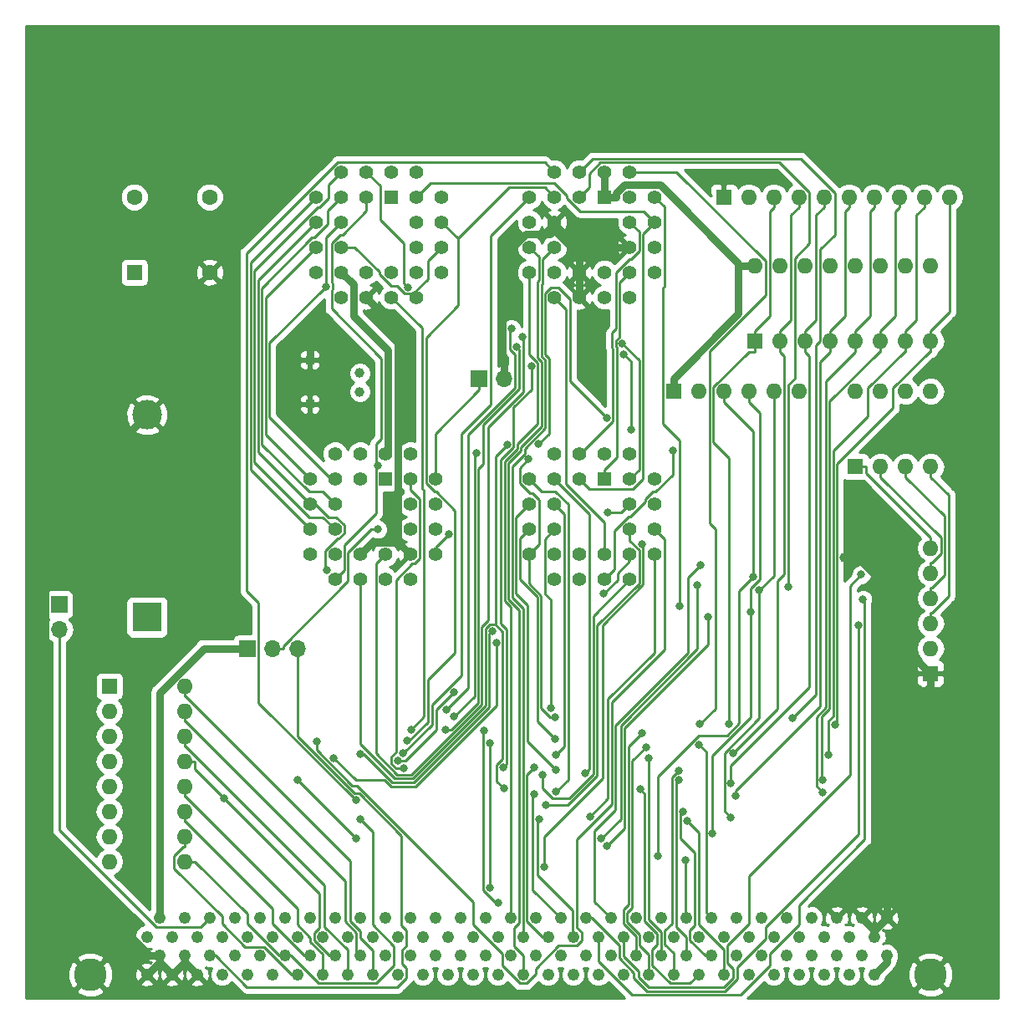
<source format=gbr>
G04 #@! TF.GenerationSoftware,KiCad,Pcbnew,(5.0.2)-1*
G04 #@! TF.CreationDate,2019-01-03T08:26:54-07:00*
G04 #@! TF.ProjectId,PPR Board,50505220-426f-4617-9264-2e6b69636164,rev?*
G04 #@! TF.SameCoordinates,Original*
G04 #@! TF.FileFunction,Copper,L2,Bot*
G04 #@! TF.FilePolarity,Positive*
%FSLAX46Y46*%
G04 Gerber Fmt 4.6, Leading zero omitted, Abs format (unit mm)*
G04 Created by KiCad (PCBNEW (5.0.2)-1) date 1/3/2019 8:26:54 AM*
%MOMM*%
%LPD*%
G01*
G04 APERTURE LIST*
G04 #@! TA.AperFunction,ComponentPad*
%ADD10C,3.000000*%
G04 #@! TD*
G04 #@! TA.AperFunction,ComponentPad*
%ADD11R,3.000000X3.000000*%
G04 #@! TD*
G04 #@! TA.AperFunction,ComponentPad*
%ADD12O,1.600000X1.600000*%
G04 #@! TD*
G04 #@! TA.AperFunction,ComponentPad*
%ADD13R,1.600000X1.600000*%
G04 #@! TD*
G04 #@! TA.AperFunction,ComponentPad*
%ADD14C,1.000000*%
G04 #@! TD*
G04 #@! TA.AperFunction,ComponentPad*
%ADD15C,1.600000*%
G04 #@! TD*
G04 #@! TA.AperFunction,ComponentPad*
%ADD16R,0.850000X0.850000*%
G04 #@! TD*
G04 #@! TA.AperFunction,ComponentPad*
%ADD17R,1.700000X1.700000*%
G04 #@! TD*
G04 #@! TA.AperFunction,ComponentPad*
%ADD18O,1.700000X1.700000*%
G04 #@! TD*
G04 #@! TA.AperFunction,ComponentPad*
%ADD19C,1.219200*%
G04 #@! TD*
G04 #@! TA.AperFunction,ComponentPad*
%ADD20C,3.314700*%
G04 #@! TD*
G04 #@! TA.AperFunction,ComponentPad*
%ADD21R,1.397000X1.397000*%
G04 #@! TD*
G04 #@! TA.AperFunction,ComponentPad*
%ADD22C,1.397000*%
G04 #@! TD*
G04 #@! TA.AperFunction,ViaPad*
%ADD23C,0.800000*%
G04 #@! TD*
G04 #@! TA.AperFunction,ViaPad*
%ADD24C,1.000000*%
G04 #@! TD*
G04 #@! TA.AperFunction,Conductor*
%ADD25C,0.750000*%
G04 #@! TD*
G04 #@! TA.AperFunction,Conductor*
%ADD26C,0.250000*%
G04 #@! TD*
G04 #@! TA.AperFunction,Conductor*
%ADD27C,0.254000*%
G04 #@! TD*
G04 APERTURE END LIST*
D10*
G04 #@! TO.P,BT1,2*
G04 #@! TO.N,GND*
X33020000Y-60155000D03*
D11*
G04 #@! TO.P,BT1,1*
G04 #@! TO.N,Net-(BT1-Pad1)*
X33020000Y-80645000D03*
G04 #@! TD*
D12*
G04 #@! TO.P,SW2,8*
G04 #@! TO.N,+5V*
X104775000Y-57785000D03*
G04 #@! TO.P,SW2,4*
G04 #@! TO.N,Net-(RN3-Pad3)*
X112395000Y-65405000D03*
G04 #@! TO.P,SW2,7*
G04 #@! TO.N,+5V*
X107315000Y-57785000D03*
G04 #@! TO.P,SW2,3*
G04 #@! TO.N,Net-(RN3-Pad4)*
X109855000Y-65405000D03*
G04 #@! TO.P,SW2,6*
G04 #@! TO.N,+5V*
X109855000Y-57785000D03*
G04 #@! TO.P,SW2,2*
G04 #@! TO.N,Net-(RN3-Pad5)*
X107315000Y-65405000D03*
G04 #@! TO.P,SW2,5*
G04 #@! TO.N,+5V*
X112395000Y-57785000D03*
D13*
G04 #@! TO.P,SW2,1*
G04 #@! TO.N,Net-(RN3-Pad6)*
X104775000Y-65405000D03*
G04 #@! TD*
D12*
G04 #@! TO.P,SW1,16*
G04 #@! TO.N,+5V*
X94615000Y-45085000D03*
G04 #@! TO.P,SW1,8*
G04 #@! TO.N,Net-(RN2-Pad10)*
X112395000Y-52705000D03*
G04 #@! TO.P,SW1,15*
G04 #@! TO.N,+5V*
X97155000Y-45085000D03*
G04 #@! TO.P,SW1,7*
G04 #@! TO.N,Net-(RN2-Pad9)*
X109855000Y-52705000D03*
G04 #@! TO.P,SW1,14*
G04 #@! TO.N,+5V*
X99695000Y-45085000D03*
G04 #@! TO.P,SW1,6*
G04 #@! TO.N,Net-(RN2-Pad8)*
X107315000Y-52705000D03*
G04 #@! TO.P,SW1,13*
G04 #@! TO.N,+5V*
X102235000Y-45085000D03*
G04 #@! TO.P,SW1,5*
G04 #@! TO.N,Net-(RN2-Pad7)*
X104775000Y-52705000D03*
G04 #@! TO.P,SW1,12*
G04 #@! TO.N,+5V*
X104775000Y-45085000D03*
G04 #@! TO.P,SW1,4*
G04 #@! TO.N,Net-(RN2-Pad6)*
X102235000Y-52705000D03*
G04 #@! TO.P,SW1,11*
G04 #@! TO.N,+5V*
X107315000Y-45085000D03*
G04 #@! TO.P,SW1,3*
G04 #@! TO.N,Net-(RN2-Pad5)*
X99695000Y-52705000D03*
G04 #@! TO.P,SW1,10*
G04 #@! TO.N,+5V*
X109855000Y-45085000D03*
G04 #@! TO.P,SW1,2*
G04 #@! TO.N,Net-(RN2-Pad4)*
X97155000Y-52705000D03*
G04 #@! TO.P,SW1,9*
G04 #@! TO.N,+5V*
X112395000Y-45085000D03*
D13*
G04 #@! TO.P,SW1,1*
G04 #@! TO.N,Net-(RN2-Pad3)*
X94615000Y-52705000D03*
G04 #@! TD*
D14*
G04 #@! TO.P,Y1,2*
G04 #@! TO.N,Net-(U10-Pad3)*
X54582700Y-57827200D03*
G04 #@! TO.P,Y1,1*
G04 #@! TO.N,Net-(U10-Pad4)*
X54582700Y-55927200D03*
G04 #@! TD*
D12*
G04 #@! TO.P,J2,16*
G04 #@! TO.N,/~IRQ7*
X36830000Y-87630000D03*
G04 #@! TO.P,J2,8*
G04 #@! TO.N,Net-(J2-Pad8)*
X29210000Y-105410000D03*
G04 #@! TO.P,J2,15*
G04 #@! TO.N,/~IRQ6*
X36830000Y-90170000D03*
G04 #@! TO.P,J2,7*
G04 #@! TO.N,/PU1*
X29210000Y-102870000D03*
G04 #@! TO.P,J2,14*
G04 #@! TO.N,/~IRQ5*
X36830000Y-92710000D03*
G04 #@! TO.P,J2,6*
G04 #@! TO.N,Net-(J2-Pad6)*
X29210000Y-100330000D03*
G04 #@! TO.P,J2,13*
G04 #@! TO.N,/~IRQ4*
X36830000Y-95250000D03*
G04 #@! TO.P,J2,5*
G04 #@! TO.N,/PU2*
X29210000Y-97790000D03*
G04 #@! TO.P,J2,12*
G04 #@! TO.N,/~IRQ3*
X36830000Y-97790000D03*
G04 #@! TO.P,J2,4*
G04 #@! TO.N,Net-(J2-Pad4)*
X29210000Y-95250000D03*
G04 #@! TO.P,J2,11*
G04 #@! TO.N,/~IRQ2*
X36830000Y-100330000D03*
G04 #@! TO.P,J2,3*
G04 #@! TO.N,/PU3*
X29210000Y-92710000D03*
G04 #@! TO.P,J2,10*
G04 #@! TO.N,/~IRQ1*
X36830000Y-102870000D03*
G04 #@! TO.P,J2,2*
G04 #@! TO.N,/~RTCI*
X29210000Y-90170000D03*
G04 #@! TO.P,J2,9*
G04 #@! TO.N,/~IRQ0*
X36830000Y-105410000D03*
D13*
G04 #@! TO.P,J2,1*
G04 #@! TO.N,Net-(J2-Pad1)*
X29210000Y-87630000D03*
G04 #@! TD*
D15*
G04 #@! TO.P,X1,4*
G04 #@! TO.N,GND*
X39370000Y-45720000D03*
G04 #@! TO.P,X1,5*
G04 #@! TO.N,Net-(U1-Pad10)*
X39370000Y-38100000D03*
G04 #@! TO.P,X1,8*
G04 #@! TO.N,+5V*
X31750000Y-38100000D03*
D13*
G04 #@! TO.P,X1,1*
G04 #@! TO.N,Net-(X1-Pad1)*
X31750000Y-45720000D03*
G04 #@! TD*
D16*
G04 #@! TO.P,J5,1*
G04 #@! TO.N,GND*
X49530000Y-54610000D03*
G04 #@! TD*
G04 #@! TO.P,J4,1*
G04 #@! TO.N,GND*
X49530000Y-59055000D03*
G04 #@! TD*
D17*
G04 #@! TO.P,JP2,1*
G04 #@! TO.N,Net-(JP2-Pad1)*
X66675000Y-56515000D03*
D18*
G04 #@! TO.P,JP2,2*
G04 #@! TO.N,GND*
X69215000Y-56515000D03*
G04 #@! TD*
G04 #@! TO.P,JP1,2*
G04 #@! TO.N,/VBAT*
X24130000Y-81915000D03*
D17*
G04 #@! TO.P,JP1,1*
G04 #@! TO.N,Net-(BT1-Pad1)*
X24130000Y-79375000D03*
G04 #@! TD*
D18*
G04 #@! TO.P,J3,3*
G04 #@! TO.N,/~RESET*
X48260000Y-83820000D03*
G04 #@! TO.P,J3,2*
G04 #@! TO.N,Net-(J3-Pad2)*
X45720000Y-83820000D03*
D17*
G04 #@! TO.P,J3,1*
G04 #@! TO.N,+5V*
X43180000Y-83820000D03*
G04 #@! TD*
D12*
G04 #@! TO.P,RN2,10*
G04 #@! TO.N,Net-(RN2-Pad10)*
X114300000Y-38100000D03*
G04 #@! TO.P,RN2,9*
G04 #@! TO.N,Net-(RN2-Pad9)*
X111760000Y-38100000D03*
G04 #@! TO.P,RN2,8*
G04 #@! TO.N,Net-(RN2-Pad8)*
X109220000Y-38100000D03*
G04 #@! TO.P,RN2,7*
G04 #@! TO.N,Net-(RN2-Pad7)*
X106680000Y-38100000D03*
G04 #@! TO.P,RN2,6*
G04 #@! TO.N,Net-(RN2-Pad6)*
X104140000Y-38100000D03*
G04 #@! TO.P,RN2,5*
G04 #@! TO.N,Net-(RN2-Pad5)*
X101600000Y-38100000D03*
G04 #@! TO.P,RN2,4*
G04 #@! TO.N,Net-(RN2-Pad4)*
X99060000Y-38100000D03*
G04 #@! TO.P,RN2,3*
G04 #@! TO.N,Net-(RN2-Pad3)*
X96520000Y-38100000D03*
G04 #@! TO.P,RN2,2*
G04 #@! TO.N,Net-(RN2-Pad2)*
X93980000Y-38100000D03*
D13*
G04 #@! TO.P,RN2,1*
G04 #@! TO.N,GND*
X91440000Y-38100000D03*
G04 #@! TD*
G04 #@! TO.P,RN3,1*
G04 #@! TO.N,GND*
X112395000Y-86360000D03*
D12*
G04 #@! TO.P,RN3,2*
G04 #@! TO.N,Net-(RN3-Pad2)*
X112395000Y-83820000D03*
G04 #@! TO.P,RN3,3*
G04 #@! TO.N,Net-(RN3-Pad3)*
X112395000Y-81280000D03*
G04 #@! TO.P,RN3,4*
G04 #@! TO.N,Net-(RN3-Pad4)*
X112395000Y-78740000D03*
G04 #@! TO.P,RN3,5*
G04 #@! TO.N,Net-(RN3-Pad5)*
X112395000Y-76200000D03*
G04 #@! TO.P,RN3,6*
G04 #@! TO.N,Net-(RN3-Pad6)*
X112395000Y-73660000D03*
G04 #@! TD*
G04 #@! TO.P,RN1,6*
G04 #@! TO.N,/PU0*
X99060000Y-57785000D03*
G04 #@! TO.P,RN1,5*
G04 #@! TO.N,/PU1*
X96520000Y-57785000D03*
G04 #@! TO.P,RN1,4*
G04 #@! TO.N,/PU2*
X93980000Y-57785000D03*
G04 #@! TO.P,RN1,3*
G04 #@! TO.N,/PU3*
X91440000Y-57785000D03*
G04 #@! TO.P,RN1,2*
G04 #@! TO.N,Net-(RN1-Pad2)*
X88900000Y-57785000D03*
D13*
G04 #@! TO.P,RN1,1*
G04 #@! TO.N,+5V*
X86360000Y-57785000D03*
G04 #@! TD*
D19*
G04 #@! TO.P,J1,1*
G04 #@! TO.N,GND*
X107950000Y-111125000D03*
G04 #@! TO.P,J1,2*
X106680000Y-113030000D03*
G04 #@! TO.P,J1,3*
X105410000Y-111125000D03*
G04 #@! TO.P,J1,4*
X104140000Y-113030000D03*
G04 #@! TO.P,J1,5*
X102870000Y-111125000D03*
G04 #@! TO.P,J1,6*
G04 #@! TO.N,Net-(J1-Pad6)*
X101600000Y-113030000D03*
G04 #@! TO.P,J1,7*
G04 #@! TO.N,Net-(J1-Pad7)*
X100330000Y-111125000D03*
G04 #@! TO.P,J1,8*
G04 #@! TO.N,Net-(J1-Pad8)*
X99060000Y-113030000D03*
G04 #@! TO.P,J1,9*
G04 #@! TO.N,Net-(J1-Pad9)*
X97790000Y-111125000D03*
G04 #@! TO.P,J1,10*
G04 #@! TO.N,Net-(J1-Pad10)*
X96520000Y-113030000D03*
G04 #@! TO.P,J1,11*
G04 #@! TO.N,Net-(J1-Pad11)*
X95250000Y-111125000D03*
G04 #@! TO.P,J1,12*
G04 #@! TO.N,Net-(J1-Pad12)*
X93980000Y-113030000D03*
G04 #@! TO.P,J1,13*
G04 #@! TO.N,Net-(J1-Pad13)*
X92710000Y-111125000D03*
G04 #@! TO.P,J1,14*
G04 #@! TO.N,/A15*
X91440000Y-113030000D03*
G04 #@! TO.P,J1,15*
G04 #@! TO.N,/A14*
X90170000Y-111125000D03*
G04 #@! TO.P,J1,16*
G04 #@! TO.N,/A13*
X88900000Y-113030000D03*
G04 #@! TO.P,J1,17*
G04 #@! TO.N,/A12*
X87630000Y-111125000D03*
G04 #@! TO.P,J1,18*
G04 #@! TO.N,/A11*
X86360000Y-113030000D03*
G04 #@! TO.P,J1,19*
G04 #@! TO.N,/A10*
X85090000Y-111125000D03*
G04 #@! TO.P,J1,20*
G04 #@! TO.N,/A9*
X83820000Y-113030000D03*
G04 #@! TO.P,J1,21*
G04 #@! TO.N,/A8*
X82550000Y-111125000D03*
G04 #@! TO.P,J1,22*
G04 #@! TO.N,/A7*
X81280000Y-113030000D03*
G04 #@! TO.P,J1,23*
G04 #@! TO.N,/A6*
X80010000Y-111125000D03*
G04 #@! TO.P,J1,24*
G04 #@! TO.N,/A5*
X78740000Y-113030000D03*
G04 #@! TO.P,J1,25*
G04 #@! TO.N,/A4*
X77470000Y-111125000D03*
G04 #@! TO.P,J1,26*
G04 #@! TO.N,/bA3*
X76200000Y-113030000D03*
G04 #@! TO.P,J1,27*
G04 #@! TO.N,/bA2*
X74930000Y-111125000D03*
G04 #@! TO.P,J1,28*
G04 #@! TO.N,/bA1*
X73660000Y-113030000D03*
G04 #@! TO.P,J1,29*
G04 #@! TO.N,/bA0*
X72390000Y-111125000D03*
G04 #@! TO.P,J1,30*
G04 #@! TO.N,/~IOR*
X71120000Y-113030000D03*
G04 #@! TO.P,J1,31*
G04 #@! TO.N,/~IOW*
X69850000Y-111125000D03*
G04 #@! TO.P,J1,32*
G04 #@! TO.N,Net-(J1-Pad32)*
X68580000Y-113030000D03*
G04 #@! TO.P,J1,33*
G04 #@! TO.N,Net-(J1-Pad33)*
X67310000Y-111125000D03*
G04 #@! TO.P,J1,34*
G04 #@! TO.N,Net-(J1-Pad34)*
X66040000Y-113030000D03*
G04 #@! TO.P,J1,35*
G04 #@! TO.N,Net-(J1-Pad35)*
X64770000Y-111125000D03*
G04 #@! TO.P,J1,36*
G04 #@! TO.N,Net-(J1-Pad36)*
X63500000Y-113030000D03*
G04 #@! TO.P,J1,37*
G04 #@! TO.N,Net-(J1-Pad37)*
X62230000Y-111125000D03*
G04 #@! TO.P,J1,38*
G04 #@! TO.N,Net-(J1-Pad38)*
X60960000Y-113030000D03*
G04 #@! TO.P,J1,39*
G04 #@! TO.N,Net-(J1-Pad39)*
X59690000Y-111125000D03*
G04 #@! TO.P,J1,40*
G04 #@! TO.N,Net-(J1-Pad40)*
X58420000Y-113030000D03*
G04 #@! TO.P,J1,41*
G04 #@! TO.N,Net-(J1-Pad41)*
X57150000Y-111125000D03*
G04 #@! TO.P,J1,42*
G04 #@! TO.N,Net-(J1-Pad42)*
X55880000Y-113030000D03*
G04 #@! TO.P,J1,43*
G04 #@! TO.N,Net-(J1-Pad43)*
X54610000Y-111125000D03*
G04 #@! TO.P,J1,44*
G04 #@! TO.N,Net-(J1-Pad44)*
X53340000Y-113030000D03*
G04 #@! TO.P,J1,45*
G04 #@! TO.N,Net-(J1-Pad45)*
X52070000Y-111125000D03*
G04 #@! TO.P,J1,46*
G04 #@! TO.N,Net-(J1-Pad46)*
X50800000Y-113030000D03*
G04 #@! TO.P,J1,47*
G04 #@! TO.N,Net-(J1-Pad47)*
X49530000Y-111125000D03*
G04 #@! TO.P,J1,48*
G04 #@! TO.N,Net-(J1-Pad48)*
X48260000Y-113030000D03*
G04 #@! TO.P,J1,49*
G04 #@! TO.N,Net-(J1-Pad49)*
X46990000Y-111125000D03*
G04 #@! TO.P,J1,50*
G04 #@! TO.N,Net-(J1-Pad50)*
X45720000Y-113030000D03*
G04 #@! TO.P,J1,51*
G04 #@! TO.N,Net-(J1-Pad51)*
X44450000Y-111125000D03*
G04 #@! TO.P,J1,52*
G04 #@! TO.N,Net-(J1-Pad52)*
X43180000Y-113030000D03*
G04 #@! TO.P,J1,53*
G04 #@! TO.N,Net-(J1-Pad53)*
X41910000Y-111125000D03*
G04 #@! TO.P,J1,54*
G04 #@! TO.N,Net-(J1-Pad54)*
X40640000Y-113030000D03*
G04 #@! TO.P,J1,55*
G04 #@! TO.N,/VBAT*
X39370000Y-111125000D03*
G04 #@! TO.P,J1,56*
G04 #@! TO.N,Net-(J1-Pad56)*
X38100000Y-113030000D03*
G04 #@! TO.P,J1,57*
G04 #@! TO.N,Net-(J1-Pad57)*
X36830000Y-111125000D03*
G04 #@! TO.P,J1,58*
G04 #@! TO.N,+5V*
X35560000Y-113030000D03*
G04 #@! TO.P,J1,59*
X34290000Y-111125000D03*
G04 #@! TO.P,J1,60*
X33020000Y-113030000D03*
G04 #@! TO.P,J1,61*
X107950000Y-114935000D03*
G04 #@! TO.P,J1,62*
X106680000Y-116840000D03*
G04 #@! TO.P,J1,63*
G04 #@! TO.N,Net-(J1-Pad63)*
X105410000Y-114935000D03*
G04 #@! TO.P,J1,64*
G04 #@! TO.N,Net-(J1-Pad64)*
X104140000Y-116840000D03*
G04 #@! TO.P,J1,65*
G04 #@! TO.N,Net-(J1-Pad65)*
X102870000Y-114935000D03*
G04 #@! TO.P,J1,66*
G04 #@! TO.N,Net-(J1-Pad66)*
X101600000Y-116840000D03*
G04 #@! TO.P,J1,67*
G04 #@! TO.N,Net-(J1-Pad67)*
X100330000Y-114935000D03*
G04 #@! TO.P,J1,68*
G04 #@! TO.N,Net-(J1-Pad68)*
X99060000Y-116840000D03*
G04 #@! TO.P,J1,69*
G04 #@! TO.N,Net-(J1-Pad69)*
X97790000Y-114935000D03*
G04 #@! TO.P,J1,70*
G04 #@! TO.N,Net-(J1-Pad70)*
X96520000Y-116840000D03*
G04 #@! TO.P,J1,71*
G04 #@! TO.N,Net-(J1-Pad71)*
X95250000Y-114935000D03*
G04 #@! TO.P,J1,72*
G04 #@! TO.N,Net-(J1-Pad72)*
X93980000Y-116840000D03*
G04 #@! TO.P,J1,73*
G04 #@! TO.N,Net-(J1-Pad73)*
X92710000Y-114935000D03*
G04 #@! TO.P,J1,74*
G04 #@! TO.N,/bD7*
X91440000Y-116840000D03*
G04 #@! TO.P,J1,75*
G04 #@! TO.N,/bD6*
X90170000Y-114935000D03*
G04 #@! TO.P,J1,76*
G04 #@! TO.N,/bD5*
X88900000Y-116840000D03*
G04 #@! TO.P,J1,77*
G04 #@! TO.N,/bD4*
X87630000Y-114935000D03*
G04 #@! TO.P,J1,78*
G04 #@! TO.N,/bD3*
X86360000Y-116840000D03*
G04 #@! TO.P,J1,79*
G04 #@! TO.N,/bD2*
X85090000Y-114935000D03*
G04 #@! TO.P,J1,80*
G04 #@! TO.N,/bD1*
X83820000Y-116840000D03*
G04 #@! TO.P,J1,81*
G04 #@! TO.N,/bD0*
X82550000Y-114935000D03*
G04 #@! TO.P,J1,82*
G04 #@! TO.N,Net-(J1-Pad82)*
X81280000Y-116840000D03*
G04 #@! TO.P,J1,83*
G04 #@! TO.N,Net-(J1-Pad83)*
X80010000Y-114935000D03*
G04 #@! TO.P,J1,84*
G04 #@! TO.N,Net-(J1-Pad84)*
X78740000Y-116840000D03*
G04 #@! TO.P,J1,85*
G04 #@! TO.N,Net-(J1-Pad85)*
X77470000Y-114935000D03*
G04 #@! TO.P,J1,86*
G04 #@! TO.N,Net-(J1-Pad86)*
X76200000Y-116840000D03*
G04 #@! TO.P,J1,87*
G04 #@! TO.N,Net-(J1-Pad87)*
X74930000Y-114935000D03*
G04 #@! TO.P,J1,88*
G04 #@! TO.N,Net-(J1-Pad88)*
X73660000Y-116840000D03*
G04 #@! TO.P,J1,89*
G04 #@! TO.N,Net-(J1-Pad89)*
X72390000Y-114935000D03*
G04 #@! TO.P,J1,90*
G04 #@! TO.N,/~AEN*
X71120000Y-116840000D03*
G04 #@! TO.P,J1,91*
G04 #@! TO.N,Net-(J1-Pad91)*
X69850000Y-114935000D03*
G04 #@! TO.P,J1,92*
G04 #@! TO.N,Net-(J1-Pad92)*
X68580000Y-116840000D03*
G04 #@! TO.P,J1,93*
G04 #@! TO.N,Net-(J1-Pad93)*
X67310000Y-114935000D03*
G04 #@! TO.P,J1,94*
G04 #@! TO.N,Net-(J1-Pad94)*
X66040000Y-116840000D03*
G04 #@! TO.P,J1,95*
G04 #@! TO.N,Net-(J1-Pad95)*
X64770000Y-114935000D03*
G04 #@! TO.P,J1,96*
G04 #@! TO.N,Net-(J1-Pad96)*
X63500000Y-116840000D03*
G04 #@! TO.P,J1,97*
G04 #@! TO.N,Net-(J1-Pad97)*
X62230000Y-114935000D03*
G04 #@! TO.P,J1,98*
G04 #@! TO.N,Net-(J1-Pad98)*
X60960000Y-116840000D03*
G04 #@! TO.P,J1,99*
G04 #@! TO.N,Net-(J1-Pad99)*
X59690000Y-114935000D03*
G04 #@! TO.P,J1,100*
G04 #@! TO.N,/~INT*
X58420000Y-116840000D03*
G04 #@! TO.P,J1,101*
G04 #@! TO.N,/~INTA*
X57150000Y-114935000D03*
G04 #@! TO.P,J1,102*
G04 #@! TO.N,/~IRQ7*
X55880000Y-116840000D03*
G04 #@! TO.P,J1,103*
G04 #@! TO.N,/~IRQ6*
X54610000Y-114935000D03*
G04 #@! TO.P,J1,104*
G04 #@! TO.N,/~IRQ5*
X53340000Y-116840000D03*
G04 #@! TO.P,J1,105*
G04 #@! TO.N,/~IRQ4*
X52070000Y-114935000D03*
G04 #@! TO.P,J1,106*
G04 #@! TO.N,/~IRQ3*
X50800000Y-116840000D03*
G04 #@! TO.P,J1,107*
G04 #@! TO.N,/~IRQ2*
X49530000Y-114935000D03*
G04 #@! TO.P,J1,108*
G04 #@! TO.N,/~IRQ1*
X48260000Y-116840000D03*
G04 #@! TO.P,J1,109*
G04 #@! TO.N,/~IRQ0*
X46990000Y-114935000D03*
G04 #@! TO.P,J1,110*
G04 #@! TO.N,Net-(J1-Pad110)*
X45720000Y-116840000D03*
G04 #@! TO.P,J1,111*
G04 #@! TO.N,Net-(J1-Pad111)*
X44450000Y-114935000D03*
G04 #@! TO.P,J1,112*
G04 #@! TO.N,Net-(J1-Pad112)*
X43180000Y-116840000D03*
G04 #@! TO.P,J1,113*
G04 #@! TO.N,Net-(J1-Pad113)*
X41910000Y-114935000D03*
G04 #@! TO.P,J1,114*
G04 #@! TO.N,Net-(J1-Pad114)*
X40640000Y-116840000D03*
G04 #@! TO.P,J1,115*
G04 #@! TO.N,/~RESET*
X39370000Y-114935000D03*
G04 #@! TO.P,J1,116*
G04 #@! TO.N,GND*
X38100000Y-116840000D03*
G04 #@! TO.P,J1,117*
X36830000Y-114935000D03*
G04 #@! TO.P,J1,118*
X35560000Y-116840000D03*
G04 #@! TO.P,J1,119*
X34290000Y-114935000D03*
G04 #@! TO.P,J1,120*
X33020000Y-116840000D03*
D20*
G04 #@! TO.P,J1,121*
X112395000Y-116840000D03*
G04 #@! TO.P,J1,122*
X27305000Y-116840000D03*
G04 #@! TD*
D21*
G04 #@! TO.P,U3,1*
G04 #@! TO.N,+5V*
X79375000Y-38100000D03*
D22*
G04 #@! TO.P,U3,2*
G04 #@! TO.N,/~HIM*
X76835000Y-35560000D03*
G04 #@! TO.P,U3,3*
G04 #@! TO.N,/LOM*
X76835000Y-38100000D03*
G04 #@! TO.P,U3,4*
G04 #@! TO.N,/A3*
X74295000Y-35560000D03*
G04 #@! TO.P,U3,5*
G04 #@! TO.N,/A2*
X71755000Y-38100000D03*
G04 #@! TO.P,U3,6*
G04 #@! TO.N,/A1*
X74295000Y-38100000D03*
G04 #@! TO.P,U3,7*
G04 #@! TO.N,/A0*
X71755000Y-40640000D03*
G04 #@! TO.P,U3,8*
G04 #@! TO.N,GND*
X74295000Y-40640000D03*
G04 #@! TO.P,U3,9*
G04 #@! TO.N,/~AEN*
X71755000Y-43180000D03*
G04 #@! TO.P,U3,10*
G04 #@! TO.N,/~IOR*
X74295000Y-43180000D03*
G04 #@! TO.P,U3,11*
G04 #@! TO.N,/~IOW*
X71755000Y-45720000D03*
G04 #@! TO.P,U3,12*
G04 #@! TO.N,/INT*
X74295000Y-48260000D03*
G04 #@! TO.P,U3,13*
G04 #@! TO.N,Net-(U3-Pad13)*
X74295000Y-45720000D03*
G04 #@! TO.P,U3,14*
G04 #@! TO.N,GND*
X76835000Y-48260000D03*
G04 #@! TO.P,U3,15*
X76835000Y-45720000D03*
G04 #@! TO.P,U3,16*
G04 #@! TO.N,Net-(U3-Pad16)*
X79375000Y-48260000D03*
G04 #@! TO.P,U3,17*
G04 #@! TO.N,/~PIT_CS*
X79375000Y-45720000D03*
G04 #@! TO.P,U3,18*
G04 #@! TO.N,/RTC_AS*
X81915000Y-48260000D03*
G04 #@! TO.P,U3,19*
G04 #@! TO.N,/~RTC_CS*
X84455000Y-45720000D03*
G04 #@! TO.P,U3,20*
G04 #@! TO.N,/~PIC_CS*
X81915000Y-45720000D03*
G04 #@! TO.P,U3,21*
G04 #@! TO.N,/~STS*
X84455000Y-43180000D03*
G04 #@! TO.P,U3,22*
G04 #@! TO.N,GND*
X81915000Y-43180000D03*
G04 #@! TO.P,U3,23*
G04 #@! TO.N,/~WR*
X84455000Y-40640000D03*
G04 #@! TO.P,U3,24*
G04 #@! TO.N,/~RD*
X81915000Y-40640000D03*
G04 #@! TO.P,U3,25*
G04 #@! TO.N,/DDIR*
X84455000Y-38100000D03*
G04 #@! TO.P,U3,26*
G04 #@! TO.N,/~INT*
X81915000Y-35560000D03*
G04 #@! TO.P,U3,27*
G04 #@! TO.N,Net-(U3-Pad27)*
X81915000Y-38100000D03*
G04 #@! TO.P,U3,28*
G04 #@! TO.N,+5V*
X79375000Y-35560000D03*
G04 #@! TD*
G04 #@! TO.P,U6,28*
G04 #@! TO.N,+5V*
X79375000Y-64135000D03*
G04 #@! TO.P,U6,27*
G04 #@! TO.N,/A0*
X81915000Y-66675000D03*
G04 #@! TO.P,U6,26*
G04 #@! TO.N,/~INTA*
X81915000Y-64135000D03*
G04 #@! TO.P,U6,25*
G04 #@! TO.N,Net-(U6-Pad25)*
X84455000Y-66675000D03*
G04 #@! TO.P,U6,24*
G04 #@! TO.N,Net-(U6-Pad24)*
X81915000Y-69215000D03*
G04 #@! TO.P,U6,23*
G04 #@! TO.N,Net-(U6-Pad23)*
X84455000Y-69215000D03*
G04 #@! TO.P,U6,22*
G04 #@! TO.N,Net-(U6-Pad22)*
X81915000Y-71755000D03*
G04 #@! TO.P,U6,21*
G04 #@! TO.N,Net-(U6-Pad21)*
X84455000Y-71755000D03*
G04 #@! TO.P,U6,20*
G04 #@! TO.N,Net-(U6-Pad20)*
X81915000Y-74295000D03*
G04 #@! TO.P,U6,19*
G04 #@! TO.N,Net-(U6-Pad19)*
X84455000Y-74295000D03*
G04 #@! TO.P,U6,18*
G04 #@! TO.N,Net-(U6-Pad18)*
X81915000Y-76835000D03*
G04 #@! TO.P,U6,17*
G04 #@! TO.N,/INT*
X79375000Y-74295000D03*
G04 #@! TO.P,U6,16*
G04 #@! TO.N,/PU0*
X79375000Y-76835000D03*
G04 #@! TO.P,U6,15*
G04 #@! TO.N,Net-(U6-Pad15)*
X76835000Y-74295000D03*
G04 #@! TO.P,U6,14*
G04 #@! TO.N,GND*
X76835000Y-76835000D03*
G04 #@! TO.P,U6,13*
G04 #@! TO.N,Net-(U6-Pad13)*
X74295000Y-74295000D03*
G04 #@! TO.P,U6,12*
G04 #@! TO.N,Net-(U6-Pad12)*
X74295000Y-76835000D03*
G04 #@! TO.P,U6,11*
G04 #@! TO.N,/D0*
X71755000Y-74295000D03*
G04 #@! TO.P,U6,10*
G04 #@! TO.N,/D1*
X74295000Y-71755000D03*
G04 #@! TO.P,U6,9*
G04 #@! TO.N,/D2*
X71755000Y-71755000D03*
G04 #@! TO.P,U6,8*
G04 #@! TO.N,/D3*
X74295000Y-69215000D03*
G04 #@! TO.P,U6,7*
G04 #@! TO.N,/D4*
X71755000Y-69215000D03*
G04 #@! TO.P,U6,6*
G04 #@! TO.N,/D5*
X74295000Y-66675000D03*
G04 #@! TO.P,U6,5*
G04 #@! TO.N,/D6*
X71755000Y-66675000D03*
G04 #@! TO.P,U6,4*
G04 #@! TO.N,/D7*
X74295000Y-64135000D03*
G04 #@! TO.P,U6,3*
G04 #@! TO.N,/~WR*
X76835000Y-66675000D03*
G04 #@! TO.P,U6,2*
G04 #@! TO.N,/~RD*
X76835000Y-64135000D03*
D21*
G04 #@! TO.P,U6,1*
G04 #@! TO.N,/~PIC_CS*
X79375000Y-66675000D03*
G04 #@! TD*
G04 #@! TO.P,U1,1*
G04 #@! TO.N,Net-(U1-Pad1)*
X57785000Y-38100000D03*
D22*
G04 #@! TO.P,U1,2*
G04 #@! TO.N,/D7*
X55245000Y-35560000D03*
G04 #@! TO.P,U1,3*
G04 #@! TO.N,/D6*
X55245000Y-38100000D03*
G04 #@! TO.P,U1,4*
G04 #@! TO.N,/D5*
X52705000Y-35560000D03*
G04 #@! TO.P,U1,5*
G04 #@! TO.N,/D4*
X50165000Y-38100000D03*
G04 #@! TO.P,U1,6*
G04 #@! TO.N,/D3*
X52705000Y-38100000D03*
G04 #@! TO.P,U1,7*
G04 #@! TO.N,/D2*
X50165000Y-40640000D03*
G04 #@! TO.P,U1,8*
G04 #@! TO.N,/D1*
X52705000Y-40640000D03*
G04 #@! TO.P,U1,9*
G04 #@! TO.N,/D0*
X50165000Y-43180000D03*
G04 #@! TO.P,U1,10*
G04 #@! TO.N,Net-(U1-Pad10)*
X52705000Y-43180000D03*
G04 #@! TO.P,U1,11*
G04 #@! TO.N,Net-(U1-Pad11)*
X50165000Y-45720000D03*
G04 #@! TO.P,U1,12*
G04 #@! TO.N,/T0*
X52705000Y-48260000D03*
G04 #@! TO.P,U1,13*
G04 #@! TO.N,+5V*
X52705000Y-45720000D03*
G04 #@! TO.P,U1,14*
G04 #@! TO.N,GND*
X55245000Y-48260000D03*
G04 #@! TO.P,U1,15*
G04 #@! TO.N,Net-(U1-Pad15)*
X55245000Y-45720000D03*
G04 #@! TO.P,U1,16*
G04 #@! TO.N,/T1*
X57785000Y-48260000D03*
G04 #@! TO.P,U1,17*
G04 #@! TO.N,+5V*
X57785000Y-45720000D03*
G04 #@! TO.P,U1,18*
G04 #@! TO.N,Net-(U1-Pad10)*
X60325000Y-48260000D03*
G04 #@! TO.P,U1,19*
G04 #@! TO.N,+5V*
X62865000Y-45720000D03*
G04 #@! TO.P,U1,20*
G04 #@! TO.N,/T2*
X60325000Y-45720000D03*
G04 #@! TO.P,U1,21*
G04 #@! TO.N,Net-(U1-Pad10)*
X62865000Y-43180000D03*
G04 #@! TO.P,U1,22*
G04 #@! TO.N,/A0*
X60325000Y-43180000D03*
G04 #@! TO.P,U1,23*
G04 #@! TO.N,/A1*
X62865000Y-40640000D03*
G04 #@! TO.P,U1,24*
G04 #@! TO.N,/~PIT_CS*
X60325000Y-40640000D03*
G04 #@! TO.P,U1,25*
G04 #@! TO.N,Net-(U1-Pad25)*
X62865000Y-38100000D03*
G04 #@! TO.P,U1,26*
G04 #@! TO.N,/~RD*
X60325000Y-35560000D03*
G04 #@! TO.P,U1,27*
G04 #@! TO.N,/~WR*
X60325000Y-38100000D03*
G04 #@! TO.P,U1,28*
G04 #@! TO.N,+5V*
X57785000Y-35560000D03*
G04 #@! TD*
G04 #@! TO.P,U10,28*
G04 #@! TO.N,+5V*
X57150000Y-64135000D03*
G04 #@! TO.P,U10,27*
G04 #@! TO.N,/SQW*
X59690000Y-66675000D03*
G04 #@! TO.P,U10,26*
G04 #@! TO.N,N/C*
X59690000Y-64135000D03*
G04 #@! TO.P,U10,25*
G04 #@! TO.N,Net-(JP2-Pad1)*
X62230000Y-66675000D03*
G04 #@! TO.P,U10,24*
G04 #@! TO.N,Net-(BT1-Pad1)*
X59690000Y-69215000D03*
G04 #@! TO.P,U10,23*
G04 #@! TO.N,/~RTCI*
X62230000Y-69215000D03*
G04 #@! TO.P,U10,22*
G04 #@! TO.N,Net-(J3-Pad2)*
X59690000Y-71755000D03*
G04 #@! TO.P,U10,21*
G04 #@! TO.N,/~RD*
X62230000Y-71755000D03*
G04 #@! TO.P,U10,20*
G04 #@! TO.N,GND*
X59690000Y-74295000D03*
G04 #@! TO.P,U10,19*
G04 #@! TO.N,/~WR*
X62230000Y-74295000D03*
G04 #@! TO.P,U10,18*
G04 #@! TO.N,N/C*
X59690000Y-76835000D03*
G04 #@! TO.P,U10,17*
G04 #@! TO.N,/RTC_AS*
X57150000Y-74295000D03*
G04 #@! TO.P,U10,16*
G04 #@! TO.N,/~RTC_CS*
X57150000Y-76835000D03*
G04 #@! TO.P,U10,15*
G04 #@! TO.N,GND*
X54610000Y-74295000D03*
G04 #@! TO.P,U10,14*
G04 #@! TO.N,/D7*
X54610000Y-76835000D03*
G04 #@! TO.P,U10,13*
G04 #@! TO.N,N/C*
X52070000Y-74295000D03*
G04 #@! TO.P,U10,12*
G04 #@! TO.N,/D6*
X52070000Y-76835000D03*
G04 #@! TO.P,U10,11*
G04 #@! TO.N,N/C*
X49530000Y-74295000D03*
G04 #@! TO.P,U10,10*
G04 #@! TO.N,/D5*
X52070000Y-71755000D03*
G04 #@! TO.P,U10,9*
G04 #@! TO.N,/D4*
X49530000Y-71755000D03*
G04 #@! TO.P,U10,8*
G04 #@! TO.N,/D3*
X52070000Y-69215000D03*
G04 #@! TO.P,U10,7*
G04 #@! TO.N,/D2*
X49530000Y-69215000D03*
G04 #@! TO.P,U10,6*
G04 #@! TO.N,/D1*
X52070000Y-66675000D03*
G04 #@! TO.P,U10,5*
G04 #@! TO.N,/D0*
X49530000Y-66675000D03*
G04 #@! TO.P,U10,4*
G04 #@! TO.N,Net-(U10-Pad4)*
X52070000Y-64135000D03*
G04 #@! TO.P,U10,3*
G04 #@! TO.N,Net-(U10-Pad3)*
X54610000Y-66675000D03*
G04 #@! TO.P,U10,2*
G04 #@! TO.N,Net-(U10-Pad2)*
X54610000Y-64135000D03*
D21*
G04 #@! TO.P,U10,1*
G04 #@! TO.N,N/C*
X57150000Y-66675000D03*
G04 #@! TD*
D23*
G04 #@! TO.N,/SQW*
X59013200Y-95959500D03*
G04 #@! TO.N,Net-(J3-Pad2)*
X56398700Y-71755000D03*
D24*
G04 #@! TO.N,GND*
X103666700Y-74646500D03*
D23*
X49530000Y-52705000D03*
X49530000Y-50800000D03*
X51435000Y-51435000D03*
X118110000Y-21590000D03*
X116840000Y-21590000D03*
X118110000Y-22860000D03*
X116840000Y-22860000D03*
X21590000Y-21590000D03*
X22860000Y-21590000D03*
X22860000Y-22860000D03*
X21590000Y-22860000D03*
G04 #@! TO.N,/~WR*
X63565300Y-72271500D03*
G04 #@! TO.N,/RTC_AS*
X71074500Y-52263000D03*
G04 #@! TO.N,/D7*
X69149600Y-97997100D03*
X69490600Y-63172500D03*
X59428800Y-47247100D03*
G04 #@! TO.N,/D6*
X74435700Y-98344600D03*
X56446400Y-65314000D03*
G04 #@! TO.N,/D5*
X77410800Y-96445000D03*
G04 #@! TO.N,/D4*
X74412300Y-96156200D03*
G04 #@! TO.N,/D3*
X74441200Y-94602700D03*
G04 #@! TO.N,/D2*
X74364100Y-93014900D03*
X51204800Y-75918200D03*
G04 #@! TO.N,/D1*
X51167800Y-47155000D03*
X73892100Y-89895800D03*
G04 #@! TO.N,/D0*
X71689200Y-64632900D03*
X74396800Y-90805000D03*
G04 #@! TO.N,/T0*
X64150100Y-90719400D03*
X66380500Y-64043300D03*
X79586000Y-60498800D03*
X72696300Y-63105200D03*
G04 #@! TO.N,/T1*
X59768800Y-92041800D03*
G04 #@! TO.N,/T2*
X69085000Y-95885000D03*
X71951600Y-55193500D03*
X82024000Y-61688100D03*
X81325100Y-54064600D03*
G04 #@! TO.N,/A0*
X63296700Y-92076200D03*
X70467900Y-53254400D03*
X81164000Y-52933700D03*
G04 #@! TO.N,/A1*
X59333400Y-93157000D03*
G04 #@! TO.N,/~INTA*
X73230700Y-105929800D03*
X83182200Y-73254600D03*
G04 #@! TO.N,Net-(U6-Pad24)*
X54617100Y-94547700D03*
X67976300Y-82044000D03*
X79703200Y-70059500D03*
G04 #@! TO.N,Net-(U6-Pad23)*
X58437700Y-95223500D03*
X64124700Y-88230000D03*
G04 #@! TO.N,Net-(U6-Pad22)*
X73393800Y-99714700D03*
G04 #@! TO.N,Net-(U6-Pad21)*
X50222500Y-93251600D03*
G04 #@! TO.N,Net-(U6-Pad20)*
X51954300Y-94921300D03*
X68400600Y-83264200D03*
X79263300Y-78297100D03*
G04 #@! TO.N,Net-(U6-Pad19)*
X48290400Y-97155000D03*
X54182900Y-103047500D03*
X77872700Y-100826900D03*
G04 #@! TO.N,Net-(U6-Pad18)*
X73090200Y-96623800D03*
G04 #@! TO.N,/PU0*
X86295100Y-63744000D03*
G04 #@! TO.N,/~HIM*
X98440800Y-90884600D03*
G04 #@! TO.N,/LOM*
X97996400Y-77590000D03*
G04 #@! TO.N,/A3*
X54167200Y-99186300D03*
G04 #@! TO.N,/A2*
X58987500Y-94461700D03*
G04 #@! TO.N,/~STS*
X63330700Y-90002600D03*
X69920100Y-51411200D03*
G04 #@! TO.N,/DDIR*
X86947400Y-79541100D03*
G04 #@! TO.N,/~INT*
X89040800Y-91460200D03*
G04 #@! TO.N,/A14*
X88936900Y-93562700D03*
G04 #@! TO.N,/A12*
X87592400Y-105243900D03*
G04 #@! TO.N,/A7*
X105384000Y-76346200D03*
G04 #@! TO.N,/A6*
X89105400Y-75375900D03*
G04 #@! TO.N,/A5*
X105535800Y-78856400D03*
G04 #@! TO.N,/A4*
X105052800Y-81481600D03*
G04 #@! TO.N,/bA3*
X72767200Y-101125100D03*
G04 #@! TO.N,/bA2*
X72274300Y-98543300D03*
G04 #@! TO.N,/bA1*
X72263200Y-95885000D03*
G04 #@! TO.N,/bA0*
X67729100Y-93442500D03*
X67729100Y-108040500D03*
G04 #@! TO.N,/bD7*
X87749100Y-101281900D03*
G04 #@! TO.N,/bD6*
X87317300Y-100330000D03*
G04 #@! TO.N,/bD5*
X82968600Y-98111600D03*
G04 #@! TO.N,/bD4*
X67151000Y-92148900D03*
X68580100Y-109616100D03*
X86861100Y-97155000D03*
G04 #@! TO.N,/bD3*
X86882100Y-96206800D03*
G04 #@! TO.N,/bD2*
X83817000Y-94915700D03*
G04 #@! TO.N,/bD1*
X83554500Y-93819200D03*
G04 #@! TO.N,/bD0*
X83177100Y-92362300D03*
G04 #@! TO.N,/~IRQ4*
X40807600Y-98989000D03*
G04 #@! TO.N,/~IRQ0*
X54620800Y-101112600D03*
G04 #@! TO.N,/PU1*
X95045500Y-77916900D03*
X92116200Y-100924300D03*
G04 #@! TO.N,/PU2*
X90307200Y-102517100D03*
X94152800Y-80109200D03*
G04 #@! TO.N,/PU3*
X84729000Y-104851500D03*
X94421200Y-76588000D03*
G04 #@! TO.N,Net-(RN2-Pad10)*
X102737200Y-91521900D03*
G04 #@! TO.N,Net-(RN2-Pad9)*
X102082400Y-94615000D03*
G04 #@! TO.N,Net-(RN2-Pad8)*
X101469700Y-97155000D03*
G04 #@! TO.N,Net-(RN2-Pad7)*
X101456600Y-98409700D03*
G04 #@! TO.N,Net-(RN2-Pad6)*
X92682700Y-98758200D03*
G04 #@! TO.N,Net-(RN2-Pad5)*
X92154200Y-97445200D03*
G04 #@! TO.N,Net-(RN2-Pad4)*
X92428400Y-94411900D03*
G04 #@! TO.N,Net-(RN2-Pad3)*
X91989900Y-91463900D03*
G04 #@! TO.N,Net-(J2-Pad8)*
X79050100Y-103096000D03*
X88778800Y-77409500D03*
G04 #@! TO.N,Net-(J2-Pad6)*
X79635800Y-103821900D03*
X89881800Y-80588100D03*
G04 #@! TD*
D25*
G04 #@! TO.N,+5V*
X57150000Y-64135000D02*
X57441300Y-63843700D01*
X57441300Y-63843700D02*
X57441300Y-53633400D01*
X57441300Y-53633400D02*
X53934600Y-50126700D01*
X53934600Y-50126700D02*
X53934600Y-46949600D01*
X53934600Y-46949600D02*
X52705000Y-45720000D01*
X79375000Y-38100000D02*
X80575800Y-38100000D01*
X92915300Y-45085000D02*
X92915300Y-44808900D01*
X92915300Y-44808900D02*
X85005600Y-36899200D01*
X85005600Y-36899200D02*
X81401300Y-36899200D01*
X81401300Y-36899200D02*
X80575800Y-37724700D01*
X80575800Y-37724700D02*
X80575800Y-38100000D01*
X92915300Y-45085000D02*
X93312700Y-45085000D01*
X86360000Y-56482700D02*
X92915300Y-49927400D01*
X92915300Y-49927400D02*
X92915300Y-45085000D01*
X79375000Y-35560000D02*
X79375000Y-38100000D01*
X86360000Y-57785000D02*
X86360000Y-56482700D01*
X43180000Y-83820000D02*
X38795700Y-83820000D01*
X38795700Y-83820000D02*
X34290000Y-88325700D01*
X34290000Y-88325700D02*
X34290000Y-111125000D01*
X94615000Y-45085000D02*
X93312700Y-45085000D01*
X106680000Y-116840000D02*
X107950000Y-115570000D01*
X107950000Y-115570000D02*
X107950000Y-114935000D01*
D26*
G04 #@! TO.N,/SQW*
X59013200Y-95959500D02*
X58250900Y-95959500D01*
X58250900Y-95959500D02*
X57785300Y-95493900D01*
X57785300Y-95493900D02*
X57785300Y-94781900D01*
X57785300Y-94781900D02*
X58241100Y-94326100D01*
X58241100Y-94326100D02*
X58241100Y-76917900D01*
X58241100Y-76917900D02*
X59913100Y-75245900D01*
X59913100Y-75245900D02*
X60105200Y-75245900D01*
X60105200Y-75245900D02*
X60643200Y-74707900D01*
X60643200Y-74707900D02*
X60643200Y-68704000D01*
X60643200Y-68704000D02*
X59690000Y-67750800D01*
X59690000Y-67750800D02*
X59690000Y-66675000D01*
G04 #@! TO.N,Net-(JP2-Pad1)*
X66675000Y-56515000D02*
X66675000Y-57617300D01*
X62230000Y-66675000D02*
X62230000Y-62062300D01*
X62230000Y-62062300D02*
X66675000Y-57617300D01*
G04 #@! TO.N,Net-(J3-Pad2)*
X46822300Y-83820000D02*
X46822300Y-83591700D01*
X46822300Y-83591700D02*
X53400100Y-77013900D01*
X53400100Y-77013900D02*
X53400100Y-74083600D01*
X53400100Y-74083600D02*
X55728700Y-71755000D01*
X55728700Y-71755000D02*
X56398700Y-71755000D01*
X45720000Y-83820000D02*
X46822300Y-83820000D01*
G04 #@! TO.N,/~RD*
X81915000Y-40640000D02*
X82898100Y-41623100D01*
X82898100Y-41623100D02*
X82898100Y-43556000D01*
X82898100Y-43556000D02*
X82092100Y-44362000D01*
X82092100Y-44362000D02*
X81927100Y-44362000D01*
X81927100Y-44362000D02*
X80529900Y-45759200D01*
X80529900Y-45759200D02*
X80529900Y-51461500D01*
X80529900Y-51461500D02*
X80134400Y-51857000D01*
X80134400Y-51857000D02*
X80134400Y-53360100D01*
X80134400Y-53360100D02*
X80238400Y-53464100D01*
X80238400Y-53464100D02*
X80238400Y-60827200D01*
X80238400Y-60827200D02*
X76930600Y-64135000D01*
X76930600Y-64135000D02*
X76835000Y-64135000D01*
D25*
G04 #@! TO.N,GND*
X58420100Y-73065400D02*
X58460400Y-73065400D01*
X58460400Y-73065400D02*
X59690000Y-74295000D01*
X54610000Y-74295000D02*
X55839600Y-73065400D01*
X55839600Y-73065400D02*
X58420100Y-73065400D01*
X58420100Y-73065400D02*
X58420100Y-51435100D01*
X58420100Y-51435100D02*
X55245000Y-48260000D01*
X74295000Y-41445100D02*
X73870500Y-41869600D01*
X73870500Y-41869600D02*
X71352600Y-41869600D01*
X71352600Y-41869600D02*
X69012000Y-44210200D01*
X69012000Y-44210200D02*
X69012000Y-54959700D01*
X69012000Y-54959700D02*
X69215000Y-55162700D01*
X34290000Y-115570000D02*
X34290000Y-114935000D01*
X35560000Y-116840000D02*
X34290000Y-115570000D01*
X33020000Y-116840000D02*
X34290000Y-115570000D01*
X33020000Y-60155000D02*
X22741300Y-70433700D01*
X22741300Y-70433700D02*
X22741300Y-104394300D01*
X22741300Y-104394300D02*
X33282000Y-114935000D01*
X33282000Y-114935000D02*
X34290000Y-114935000D01*
X76835000Y-45720000D02*
X76835000Y-48260000D01*
X76835000Y-43985100D02*
X76835000Y-45720000D01*
X112395000Y-86360000D02*
X107812200Y-81777200D01*
X107812200Y-81777200D02*
X107812200Y-77484300D01*
X107812200Y-77484300D02*
X104974400Y-74646500D01*
X104974400Y-74646500D02*
X103666700Y-74646500D01*
X69215000Y-56515000D02*
X69215000Y-55162700D01*
X74295000Y-41445100D02*
X76835000Y-43985100D01*
X81915000Y-43180000D02*
X77640100Y-43180000D01*
X77640100Y-43180000D02*
X76835000Y-43985100D01*
X74295000Y-40640000D02*
X74295000Y-41445100D01*
X112395000Y-86360000D02*
X112395000Y-87662300D01*
X112395000Y-87662300D02*
X107950000Y-92107300D01*
X107950000Y-92107300D02*
X107950000Y-111125000D01*
X106680000Y-112395000D02*
X105410000Y-111125000D01*
X106680000Y-113030000D02*
X106680000Y-112395000D01*
X106680000Y-112395000D02*
X107950000Y-111125000D01*
X36830000Y-115570000D02*
X38100000Y-116840000D01*
X36830000Y-114935000D02*
X36830000Y-115570000D01*
X36830000Y-115570000D02*
X35560000Y-116840000D01*
X49530000Y-52705000D02*
X49530000Y-54107990D01*
D26*
G04 #@! TO.N,/~WR*
X76835000Y-66675000D02*
X77831400Y-67671400D01*
X77831400Y-67671400D02*
X82268800Y-67671400D01*
X82268800Y-67671400D02*
X83275500Y-66664700D01*
X83275500Y-66664700D02*
X83275500Y-41819500D01*
X83275500Y-41819500D02*
X84455000Y-40640000D01*
X60325000Y-38100000D02*
X61734300Y-36690700D01*
X61734300Y-36690700D02*
X74306100Y-36690700D01*
X74306100Y-36690700D02*
X75565100Y-37949700D01*
X75565100Y-37949700D02*
X75565100Y-38216700D01*
X75565100Y-38216700D02*
X76903600Y-39555200D01*
X76903600Y-39555200D02*
X83370200Y-39555200D01*
X83370200Y-39555200D02*
X84455000Y-40640000D01*
X62230000Y-74295000D02*
X62230000Y-73606800D01*
X62230000Y-73606800D02*
X63565300Y-72271500D01*
G04 #@! TO.N,/RTC_AS*
X71074500Y-52263000D02*
X71137700Y-52326200D01*
X71137700Y-52326200D02*
X71137700Y-57852100D01*
X71137700Y-57852100D02*
X67590200Y-61399600D01*
X67590200Y-61399600D02*
X67590200Y-80974100D01*
X67590200Y-80974100D02*
X66946500Y-81617800D01*
X66946500Y-81617800D02*
X66946500Y-89482600D01*
X66946500Y-89482600D02*
X59807000Y-96622100D01*
X59807000Y-96622100D02*
X58365900Y-96622100D01*
X58365900Y-96622100D02*
X56199100Y-94455300D01*
X56199100Y-94455300D02*
X56199100Y-75245900D01*
X56199100Y-75245900D02*
X57150000Y-74295000D01*
G04 #@! TO.N,/D7*
X68304500Y-81376000D02*
X67721900Y-81376000D01*
X67721900Y-81376000D02*
X67323800Y-81774100D01*
X67323800Y-81774100D02*
X67323800Y-89638900D01*
X67323800Y-89638900D02*
X59962600Y-97000100D01*
X59962600Y-97000100D02*
X58120300Y-97000100D01*
X58120300Y-97000100D02*
X54610000Y-93489800D01*
X54610000Y-93489800D02*
X54610000Y-76835000D01*
X69490600Y-63172500D02*
X68304500Y-64358600D01*
X68304500Y-64358600D02*
X68304500Y-81376000D01*
X68304500Y-81376000D02*
X69058900Y-82130400D01*
X69058900Y-82130400D02*
X69058900Y-94983900D01*
X69058900Y-94983900D02*
X68432600Y-95610200D01*
X68432600Y-95610200D02*
X68432600Y-97280100D01*
X68432600Y-97280100D02*
X69149600Y-97997100D01*
X59428800Y-47247100D02*
X59055100Y-46873400D01*
X59055100Y-46873400D02*
X59055100Y-42813100D01*
X59055100Y-42813100D02*
X56648500Y-40406500D01*
X56648500Y-40406500D02*
X56648500Y-36963500D01*
X56648500Y-36963500D02*
X55245000Y-35560000D01*
G04 #@! TO.N,/D6*
X71755000Y-66675000D02*
X73025000Y-67945000D01*
X73025000Y-67945000D02*
X74385100Y-67945000D01*
X74385100Y-67945000D02*
X75672400Y-69232300D01*
X75672400Y-69232300D02*
X75672400Y-97107900D01*
X75672400Y-97107900D02*
X74435700Y-98344600D01*
X56199100Y-65314000D02*
X56199100Y-63142100D01*
X56199100Y-63142100D02*
X56777900Y-62563300D01*
X56777900Y-62563300D02*
X56777900Y-54458500D01*
X56777900Y-54458500D02*
X51729400Y-49410000D01*
X51729400Y-49410000D02*
X51729400Y-47515900D01*
X51729400Y-47515900D02*
X51820100Y-47425200D01*
X51820100Y-47425200D02*
X51820100Y-46884800D01*
X51820100Y-46884800D02*
X51729400Y-46794100D01*
X51729400Y-46794100D02*
X51729400Y-42757600D01*
X51729400Y-42757600D02*
X52577000Y-41910000D01*
X52577000Y-41910000D02*
X52846700Y-41910000D01*
X52846700Y-41910000D02*
X55245000Y-39511700D01*
X55245000Y-39511700D02*
X55245000Y-38100000D01*
X56199100Y-65314000D02*
X56199100Y-70160700D01*
X56199100Y-70160700D02*
X53020900Y-73338900D01*
X53020900Y-73338900D02*
X53020900Y-75884100D01*
X53020900Y-75884100D02*
X52070000Y-76835000D01*
X56199100Y-65314000D02*
X56446400Y-65314000D01*
G04 #@! TO.N,/D5*
X52070000Y-71755000D02*
X50858200Y-70543200D01*
X50858200Y-70543200D02*
X49493200Y-70543200D01*
X49493200Y-70543200D02*
X43877100Y-64927100D01*
X43877100Y-64927100D02*
X43877100Y-45565400D01*
X43877100Y-45565400D02*
X50287100Y-39155400D01*
X50287100Y-39155400D02*
X50507600Y-39155400D01*
X50507600Y-39155400D02*
X51435100Y-38227900D01*
X51435100Y-38227900D02*
X51435100Y-36829900D01*
X51435100Y-36829900D02*
X52705000Y-35560000D01*
X74295000Y-66675000D02*
X77820900Y-70200900D01*
X77820900Y-70200900D02*
X77820900Y-96034900D01*
X77820900Y-96034900D02*
X77410800Y-96445000D01*
G04 #@! TO.N,/D4*
X71755000Y-69215000D02*
X70379600Y-70590400D01*
X70379600Y-70590400D02*
X70379600Y-78278800D01*
X70379600Y-78278800D02*
X71521100Y-79420300D01*
X71521100Y-79420300D02*
X71521100Y-93265000D01*
X71521100Y-93265000D02*
X74412300Y-96156200D01*
X49530000Y-71755000D02*
X43499700Y-65724700D01*
X43499700Y-65724700D02*
X43499700Y-44765300D01*
X43499700Y-44765300D02*
X50165000Y-38100000D01*
G04 #@! TO.N,/D3*
X74295000Y-69215000D02*
X75267200Y-70187200D01*
X75267200Y-70187200D02*
X75267200Y-93776700D01*
X75267200Y-93776700D02*
X74441200Y-94602700D01*
X52070000Y-69215000D02*
X50800000Y-67945000D01*
X50800000Y-67945000D02*
X49434900Y-67945000D01*
X49434900Y-67945000D02*
X44642000Y-63152100D01*
X44642000Y-63152100D02*
X44642000Y-47337000D01*
X44642000Y-47337000D02*
X49749900Y-42229100D01*
X49749900Y-42229100D02*
X49942100Y-42229100D01*
X49942100Y-42229100D02*
X51301500Y-40869700D01*
X51301500Y-40869700D02*
X51301500Y-39503500D01*
X51301500Y-39503500D02*
X52705000Y-38100000D01*
G04 #@! TO.N,/D2*
X74364100Y-93014900D02*
X72578000Y-91228800D01*
X72578000Y-91228800D02*
X72578000Y-78628300D01*
X72578000Y-78628300D02*
X70804000Y-76854300D01*
X70804000Y-76854300D02*
X70804000Y-72706000D01*
X70804000Y-72706000D02*
X71755000Y-71755000D01*
X49530000Y-69215000D02*
X44264600Y-63949600D01*
X44264600Y-63949600D02*
X44264600Y-46540400D01*
X44264600Y-46540400D02*
X50165000Y-40640000D01*
X51204800Y-75918200D02*
X51069100Y-75782500D01*
X51069100Y-75782500D02*
X51069100Y-73951200D01*
X51069100Y-73951200D02*
X52314400Y-72705900D01*
X52314400Y-72705900D02*
X52468500Y-72705900D01*
X52468500Y-72705900D02*
X53020900Y-72153500D01*
X53020900Y-72153500D02*
X53020900Y-71356800D01*
X53020900Y-71356800D02*
X52207500Y-70543400D01*
X52207500Y-70543400D02*
X51399100Y-70543400D01*
X51399100Y-70543400D02*
X50070700Y-69215000D01*
X50070700Y-69215000D02*
X49530000Y-69215000D01*
G04 #@! TO.N,/D1*
X51167800Y-47155000D02*
X51167800Y-42177200D01*
X51167800Y-42177200D02*
X52705000Y-40640000D01*
X52070000Y-66675000D02*
X51702300Y-66675000D01*
X51702300Y-66675000D02*
X45437600Y-60410300D01*
X45437600Y-60410300D02*
X45437600Y-52885200D01*
X45437600Y-52885200D02*
X51167800Y-47155000D01*
X73892100Y-89895800D02*
X73892100Y-78875200D01*
X73892100Y-78875200D02*
X73323000Y-78306100D01*
X73323000Y-78306100D02*
X73323000Y-72727000D01*
X73323000Y-72727000D02*
X74295000Y-71755000D01*
G04 #@! TO.N,/D0*
X71689200Y-64632900D02*
X70797400Y-65524700D01*
X70797400Y-65524700D02*
X70797400Y-67077100D01*
X70797400Y-67077100D02*
X71853900Y-68133600D01*
X71853900Y-68133600D02*
X72094000Y-68133600D01*
X72094000Y-68133600D02*
X72766600Y-68806200D01*
X72766600Y-68806200D02*
X72766600Y-73283400D01*
X72766600Y-73283400D02*
X71755000Y-74295000D01*
X74396800Y-90805000D02*
X73876700Y-90805000D01*
X73876700Y-90805000D02*
X72955300Y-89883600D01*
X72955300Y-89883600D02*
X72955300Y-78472000D01*
X72955300Y-78472000D02*
X71755000Y-77271700D01*
X71755000Y-77271700D02*
X71755000Y-74295000D01*
X49530000Y-66675000D02*
X45030100Y-62175100D01*
X45030100Y-62175100D02*
X45030100Y-48314900D01*
X45030100Y-48314900D02*
X50165000Y-43180000D01*
G04 #@! TO.N,Net-(U1-Pad10)*
X59980400Y-47899400D02*
X59980400Y-47915400D01*
X59980400Y-47915400D02*
X60325000Y-48260000D01*
X62865000Y-43180000D02*
X61469200Y-44575800D01*
X61469200Y-44575800D02*
X61469200Y-46410600D01*
X61469200Y-46410600D02*
X59980400Y-47899400D01*
X52705000Y-43180000D02*
X54050500Y-43180000D01*
X54050500Y-43180000D02*
X56573300Y-45702800D01*
X56573300Y-45702800D02*
X56573300Y-45945400D01*
X56573300Y-45945400D02*
X57744500Y-47116600D01*
X57744500Y-47116600D02*
X58375900Y-47116600D01*
X58375900Y-47116600D02*
X59158700Y-47899400D01*
X59158700Y-47899400D02*
X59980400Y-47899400D01*
G04 #@! TO.N,/T0*
X66380500Y-64043300D02*
X66191900Y-64231900D01*
X66191900Y-64231900D02*
X66191900Y-88677600D01*
X66191900Y-88677600D02*
X64150100Y-90719400D01*
X72696300Y-63105200D02*
X73735800Y-62065700D01*
X73735800Y-62065700D02*
X73735800Y-54454400D01*
X73735800Y-54454400D02*
X73344100Y-54062700D01*
X73344100Y-54062700D02*
X73344100Y-47851100D01*
X73344100Y-47851100D02*
X73916800Y-47278400D01*
X73916800Y-47278400D02*
X74670800Y-47278400D01*
X74670800Y-47278400D02*
X75857200Y-48464800D01*
X75857200Y-48464800D02*
X75857200Y-56770000D01*
X75857200Y-56770000D02*
X79586000Y-60498800D01*
G04 #@! TO.N,/T1*
X57785000Y-48260000D02*
X60896400Y-51371400D01*
X60896400Y-51371400D02*
X60896400Y-67632800D01*
X60896400Y-67632800D02*
X61075000Y-67811400D01*
X61075000Y-67811400D02*
X61075000Y-90735600D01*
X61075000Y-90735600D02*
X59768800Y-92041800D01*
G04 #@! TO.N,/T2*
X71951600Y-55193500D02*
X71951600Y-57571800D01*
X71951600Y-57571800D02*
X70142900Y-59380500D01*
X70142900Y-59380500D02*
X70142900Y-63442700D01*
X70142900Y-63442700D02*
X68861800Y-64723800D01*
X68861800Y-64723800D02*
X68861800Y-81284600D01*
X68861800Y-81284600D02*
X69450100Y-81872900D01*
X69450100Y-81872900D02*
X69450100Y-95519900D01*
X69450100Y-95519900D02*
X69085000Y-95885000D01*
X82024000Y-61688100D02*
X82024000Y-54763500D01*
X82024000Y-54763500D02*
X81325100Y-54064600D01*
G04 #@! TO.N,/A0*
X70467900Y-53254400D02*
X70751600Y-53538100D01*
X70751600Y-53538100D02*
X70751600Y-57515900D01*
X70751600Y-57515900D02*
X67079700Y-61187800D01*
X67079700Y-61187800D02*
X67079700Y-65095800D01*
X67079700Y-65095800D02*
X66569200Y-65606300D01*
X66569200Y-65606300D02*
X66569200Y-89326300D01*
X66569200Y-89326300D02*
X63819300Y-92076200D01*
X63819300Y-92076200D02*
X63296700Y-92076200D01*
X81915000Y-66675000D02*
X82898100Y-65691900D01*
X82898100Y-65691900D02*
X82898100Y-54667800D01*
X82898100Y-54667800D02*
X81164000Y-52933700D01*
G04 #@! TO.N,/A1*
X59333400Y-93157000D02*
X59576100Y-93157000D01*
X59576100Y-93157000D02*
X61452400Y-91280700D01*
X61452400Y-91280700D02*
X61452400Y-87015900D01*
X61452400Y-87015900D02*
X64220900Y-84247400D01*
X64220900Y-84247400D02*
X64220900Y-69855300D01*
X64220900Y-69855300D02*
X62310600Y-67945000D01*
X62310600Y-67945000D02*
X62155300Y-67945000D01*
X62155300Y-67945000D02*
X61279100Y-67068800D01*
X61279100Y-67068800D02*
X61279100Y-52341900D01*
X61279100Y-52341900D02*
X64532400Y-49088600D01*
X64532400Y-49088600D02*
X64532400Y-42307400D01*
X62865000Y-40640000D02*
X64532400Y-42307400D01*
X64532400Y-42307400D02*
X69707200Y-37132600D01*
X69707200Y-37132600D02*
X73327600Y-37132600D01*
X73327600Y-37132600D02*
X74295000Y-38100000D01*
G04 #@! TO.N,/~INTA*
X83182200Y-73254600D02*
X83262100Y-73334500D01*
X83262100Y-73334500D02*
X83262100Y-77366400D01*
X83262100Y-77366400D02*
X79160700Y-81467800D01*
X79160700Y-81467800D02*
X79160700Y-96968700D01*
X79160700Y-96968700D02*
X73230700Y-102898700D01*
X73230700Y-102898700D02*
X73230700Y-105929800D01*
G04 #@! TO.N,Net-(U6-Pad24)*
X67976300Y-82044000D02*
X67701100Y-82319200D01*
X67701100Y-82319200D02*
X67701100Y-89795200D01*
X67701100Y-89795200D02*
X60063200Y-97433100D01*
X60063200Y-97433100D02*
X57886300Y-97433100D01*
X57886300Y-97433100D02*
X55000900Y-94547700D01*
X55000900Y-94547700D02*
X54617100Y-94547700D01*
X81915000Y-69215000D02*
X81070500Y-70059500D01*
X81070500Y-70059500D02*
X79703200Y-70059500D01*
G04 #@! TO.N,Net-(U6-Pad23)*
X64124700Y-88230000D02*
X62314600Y-90040100D01*
X62314600Y-90040100D02*
X62314600Y-92079500D01*
X62314600Y-92079500D02*
X59170600Y-95223500D01*
X59170600Y-95223500D02*
X58437700Y-95223500D01*
G04 #@! TO.N,Net-(U6-Pad22)*
X81915000Y-71755000D02*
X81915000Y-72909800D01*
X81915000Y-72909800D02*
X82867900Y-73862700D01*
X82867900Y-73862700D02*
X82867900Y-77226900D01*
X82867900Y-77226900D02*
X78594700Y-81500100D01*
X78594700Y-81500100D02*
X78594700Y-96755600D01*
X78594700Y-96755600D02*
X75635600Y-99714700D01*
X75635600Y-99714700D02*
X73393800Y-99714700D01*
G04 #@! TO.N,Net-(U6-Pad21)*
X50222500Y-93251600D02*
X50222500Y-94111900D01*
X50222500Y-94111900D02*
X53808800Y-97698200D01*
X53808800Y-97698200D02*
X54256200Y-97698200D01*
X54256200Y-97698200D02*
X66040100Y-109482100D01*
X66040100Y-109482100D02*
X66040100Y-111811000D01*
X66040100Y-111811000D02*
X68988000Y-114758900D01*
X68988000Y-114758900D02*
X68988000Y-115950600D01*
X68988000Y-115950600D02*
X70785300Y-117747900D01*
X70785300Y-117747900D02*
X71438300Y-117747900D01*
X71438300Y-117747900D02*
X72390100Y-116796100D01*
X72390100Y-116796100D02*
X72390100Y-116254900D01*
X72390100Y-116254900D02*
X74716100Y-113928900D01*
X74716100Y-113928900D02*
X76520200Y-113928900D01*
X76520200Y-113928900D02*
X77087700Y-113361400D01*
X77087700Y-113361400D02*
X77087700Y-112596700D01*
X77087700Y-112596700D02*
X76560900Y-112069900D01*
X76560900Y-112069900D02*
X76560900Y-103153300D01*
X76560900Y-103153300D02*
X80103900Y-99610300D01*
X80103900Y-99610300D02*
X80103900Y-89305900D01*
X80103900Y-89305900D02*
X85452900Y-83956900D01*
X85452900Y-83956900D02*
X85452900Y-72752900D01*
X85452900Y-72752900D02*
X84455000Y-71755000D01*
G04 #@! TO.N,Net-(U6-Pad20)*
X51954300Y-94921300D02*
X54180300Y-97147300D01*
X54180300Y-97147300D02*
X57067000Y-97147300D01*
X57067000Y-97147300D02*
X57730100Y-97810400D01*
X57730100Y-97810400D02*
X60219500Y-97810400D01*
X60219500Y-97810400D02*
X68400600Y-89629300D01*
X68400600Y-89629300D02*
X68400600Y-83264200D01*
X81915000Y-74295000D02*
X81915000Y-74967200D01*
X81915000Y-74967200D02*
X80674600Y-76207600D01*
X80674600Y-76207600D02*
X80674600Y-76885800D01*
X80674600Y-76885800D02*
X79263300Y-78297100D01*
G04 #@! TO.N,Net-(U6-Pad19)*
X77872700Y-100826900D02*
X79726600Y-98973000D01*
X79726600Y-98973000D02*
X79726600Y-88966200D01*
X79726600Y-88966200D02*
X84455000Y-84237800D01*
X84455000Y-84237800D02*
X84455000Y-74295000D01*
X54182900Y-103047500D02*
X48290400Y-97155000D01*
G04 #@! TO.N,Net-(U6-Pad18)*
X73090200Y-96623800D02*
X73090200Y-97994400D01*
X73090200Y-97994400D02*
X74110000Y-99014200D01*
X74110000Y-99014200D02*
X75767400Y-99014200D01*
X75767400Y-99014200D02*
X78217300Y-96564300D01*
X78217300Y-96564300D02*
X78217300Y-80532700D01*
X78217300Y-80532700D02*
X81915000Y-76835000D01*
G04 #@! TO.N,/INT*
X79375000Y-74295000D02*
X79375000Y-71079300D01*
X79375000Y-71079300D02*
X75479800Y-67184100D01*
X75479800Y-67184100D02*
X75479800Y-49444800D01*
X75479800Y-49444800D02*
X74295000Y-48260000D01*
G04 #@! TO.N,/PU0*
X79375000Y-76835000D02*
X80380000Y-75830000D01*
X80380000Y-75830000D02*
X80380000Y-71927500D01*
X80380000Y-71927500D02*
X81822500Y-70485000D01*
X81822500Y-70485000D02*
X81996500Y-70485000D01*
X81996500Y-70485000D02*
X83504200Y-68977300D01*
X83504200Y-68977300D02*
X83504200Y-68714100D01*
X83504200Y-68714100D02*
X84273300Y-67945000D01*
X84273300Y-67945000D02*
X84556400Y-67945000D01*
X84556400Y-67945000D02*
X86295100Y-66206300D01*
X86295100Y-66206300D02*
X86295100Y-63744000D01*
G04 #@! TO.N,/~PIC_CS*
X81915000Y-45720000D02*
X80907300Y-46727700D01*
X80907300Y-46727700D02*
X80907300Y-52268000D01*
X80907300Y-52268000D02*
X80511700Y-52663600D01*
X80511700Y-52663600D02*
X80511700Y-53203800D01*
X80511700Y-53203800D02*
X80640600Y-53332700D01*
X80640600Y-53332700D02*
X80640600Y-64458600D01*
X80640600Y-64458600D02*
X79375000Y-65724200D01*
X79375000Y-66675000D02*
X79375000Y-65724200D01*
G04 #@! TO.N,/~HIM*
X98440800Y-90884600D02*
X100805300Y-88520100D01*
X100805300Y-88520100D02*
X100805300Y-53083000D01*
X100805300Y-53083000D02*
X101182600Y-52705700D01*
X101182600Y-52705700D02*
X101182600Y-43412500D01*
X101182600Y-43412500D02*
X102684600Y-41910500D01*
X102684600Y-41910500D02*
X102684600Y-37671900D01*
X102684600Y-37671900D02*
X99231100Y-34218400D01*
X99231100Y-34218400D02*
X78176600Y-34218400D01*
X78176600Y-34218400D02*
X76835000Y-35560000D01*
G04 #@! TO.N,/LOM*
X76835000Y-38100000D02*
X77785900Y-37149100D01*
X77785900Y-37149100D02*
X77785900Y-35777500D01*
X77785900Y-35777500D02*
X78965900Y-34597500D01*
X78965900Y-34597500D02*
X97077600Y-34597500D01*
X97077600Y-34597500D02*
X100116800Y-37636700D01*
X100116800Y-37636700D02*
X100116800Y-42804800D01*
X100116800Y-42804800D02*
X98642700Y-44278900D01*
X98642700Y-44278900D02*
X98642700Y-56475100D01*
X98642700Y-56475100D02*
X97996400Y-57121400D01*
X97996400Y-57121400D02*
X97996400Y-77590000D01*
G04 #@! TO.N,/A3*
X74295000Y-35560000D02*
X73328900Y-34593900D01*
X73328900Y-34593900D02*
X52307700Y-34593900D01*
X52307700Y-34593900D02*
X43106900Y-43794700D01*
X43106900Y-43794700D02*
X43106900Y-77999100D01*
X43106900Y-77999100D02*
X44316500Y-79208700D01*
X44316500Y-79208700D02*
X44316500Y-89335600D01*
X44316500Y-89335600D02*
X54167200Y-99186300D01*
G04 #@! TO.N,/A2*
X71755000Y-38100000D02*
X67811500Y-42043500D01*
X67811500Y-42043500D02*
X67811500Y-59115700D01*
X67811500Y-59115700D02*
X64865000Y-62062200D01*
X64865000Y-62062200D02*
X64865000Y-86567300D01*
X64865000Y-86567300D02*
X61937300Y-89495000D01*
X61937300Y-89495000D02*
X61937300Y-91511900D01*
X61937300Y-91511900D02*
X58987500Y-94461700D01*
G04 #@! TO.N,/~AEN*
X71755000Y-43180000D02*
X72710900Y-44135900D01*
X72710900Y-44135900D02*
X72710900Y-46530100D01*
X72710900Y-46530100D02*
X72588900Y-46652100D01*
X72588900Y-46652100D02*
X72588900Y-54374700D01*
X72588900Y-54374700D02*
X72981200Y-54767000D01*
X72981200Y-54767000D02*
X72981200Y-61329700D01*
X72981200Y-61329700D02*
X70897500Y-63413400D01*
X70897500Y-63413400D02*
X70897500Y-63755300D01*
X70897500Y-63755300D02*
X69624900Y-65027900D01*
X69624900Y-65027900D02*
X69624900Y-78857900D01*
X69624900Y-78857900D02*
X70742600Y-79975600D01*
X70742600Y-79975600D02*
X70742600Y-111638900D01*
X70742600Y-111638900D02*
X70248500Y-112133000D01*
X70248500Y-112133000D02*
X70248500Y-114012500D01*
X70248500Y-114012500D02*
X71120000Y-114884000D01*
X71120000Y-114884000D02*
X71120000Y-116840000D01*
G04 #@! TO.N,/~IOR*
X74295000Y-43180000D02*
X73088300Y-44386700D01*
X73088300Y-44386700D02*
X73088300Y-46874800D01*
X73088300Y-46874800D02*
X72966200Y-46996900D01*
X72966200Y-46996900D02*
X72966200Y-54218400D01*
X72966200Y-54218400D02*
X73358500Y-54610700D01*
X73358500Y-54610700D02*
X73358500Y-61486000D01*
X73358500Y-61486000D02*
X71274800Y-63569700D01*
X71274800Y-63569700D02*
X71274800Y-64094900D01*
X71274800Y-64094900D02*
X70002200Y-65367500D01*
X70002200Y-65367500D02*
X70002200Y-78701500D01*
X70002200Y-78701500D02*
X71120000Y-79819300D01*
X71120000Y-79819300D02*
X71120000Y-113030000D01*
G04 #@! TO.N,/~IOW*
X71755000Y-45720000D02*
X71755000Y-54074500D01*
X71755000Y-54074500D02*
X72603900Y-54923400D01*
X72603900Y-54923400D02*
X72603900Y-61043400D01*
X72603900Y-61043400D02*
X70520200Y-63127100D01*
X70520200Y-63127100D02*
X70520200Y-63599000D01*
X70520200Y-63599000D02*
X69244500Y-64874700D01*
X69244500Y-64874700D02*
X69244500Y-79011100D01*
X69244500Y-79011100D02*
X69850000Y-79616600D01*
X69850000Y-79616600D02*
X69850000Y-111125000D01*
G04 #@! TO.N,/~STS*
X69920100Y-51411200D02*
X69815600Y-51515700D01*
X69815600Y-51515700D02*
X69815600Y-53524500D01*
X69815600Y-53524500D02*
X70320700Y-54029600D01*
X70320700Y-54029600D02*
X70320700Y-57413100D01*
X70320700Y-57413100D02*
X65545900Y-62187900D01*
X65545900Y-62187900D02*
X65545900Y-87787400D01*
X65545900Y-87787400D02*
X63330700Y-90002600D01*
G04 #@! TO.N,/DDIR*
X86947400Y-79541100D02*
X86947400Y-62734400D01*
X86947400Y-62734400D02*
X85296600Y-61083600D01*
X85296600Y-61083600D02*
X85296600Y-47290400D01*
X85296600Y-47290400D02*
X85431100Y-47155900D01*
X85431100Y-47155900D02*
X85431100Y-39076100D01*
X85431100Y-39076100D02*
X84455000Y-38100000D01*
G04 #@! TO.N,/~INT*
X81915000Y-35560000D02*
X86625000Y-35560000D01*
X86625000Y-35560000D02*
X95667300Y-44602300D01*
X95667300Y-44602300D02*
X95667300Y-48062700D01*
X95667300Y-48062700D02*
X90006900Y-53723100D01*
X90006900Y-53723100D02*
X90006900Y-71179700D01*
X90006900Y-71179700D02*
X90589500Y-71762300D01*
X90589500Y-71762300D02*
X90589500Y-89911500D01*
X90589500Y-89911500D02*
X89040800Y-91460200D01*
G04 #@! TO.N,/A14*
X90170000Y-111125000D02*
X89654900Y-110609900D01*
X89654900Y-110609900D02*
X89654900Y-94280700D01*
X89654900Y-94280700D02*
X88936900Y-93562700D01*
G04 #@! TO.N,/A12*
X87630000Y-111125000D02*
X87592400Y-111087400D01*
X87592400Y-111087400D02*
X87592400Y-105243900D01*
G04 #@! TO.N,/A7*
X105384000Y-76346200D02*
X104227900Y-77502300D01*
X104227900Y-77502300D02*
X104227900Y-96608800D01*
X104227900Y-96608800D02*
X93980100Y-106856600D01*
X93980100Y-106856600D02*
X93980100Y-111733500D01*
X93980100Y-111733500D02*
X91832700Y-113880900D01*
X91832700Y-113880900D02*
X91832700Y-115714800D01*
X91832700Y-115714800D02*
X92352600Y-116234700D01*
X92352600Y-116234700D02*
X92352600Y-117191500D01*
X92352600Y-117191500D02*
X91426200Y-118117900D01*
X91426200Y-118117900D02*
X83878900Y-118117900D01*
X83878900Y-118117900D02*
X82859200Y-117098200D01*
X82859200Y-117098200D02*
X82859200Y-116564700D01*
X82859200Y-116564700D02*
X81280000Y-114985500D01*
X81280000Y-114985500D02*
X81280000Y-113030000D01*
G04 #@! TO.N,/A6*
X80010000Y-111125000D02*
X78371200Y-109486200D01*
X78371200Y-109486200D02*
X78371200Y-102286200D01*
X78371200Y-102286200D02*
X80481200Y-100176200D01*
X80481200Y-100176200D02*
X80481200Y-91637400D01*
X80481200Y-91637400D02*
X87854000Y-84264600D01*
X87854000Y-84264600D02*
X87854000Y-76627300D01*
X87854000Y-76627300D02*
X89105400Y-75375900D01*
G04 #@! TO.N,/A5*
X78740000Y-113030000D02*
X78740000Y-115519000D01*
X78740000Y-115519000D02*
X82159000Y-118938000D01*
X82159000Y-118938000D02*
X93123600Y-118938000D01*
X93123600Y-118938000D02*
X96112000Y-115949600D01*
X96112000Y-115949600D02*
X96112000Y-114759000D01*
X96112000Y-114759000D02*
X99060100Y-111810900D01*
X99060100Y-111810900D02*
X99060100Y-109807900D01*
X99060100Y-109807900D02*
X105705200Y-103162800D01*
X105705200Y-103162800D02*
X105705200Y-79025800D01*
X105705200Y-79025800D02*
X105535800Y-78856400D01*
G04 #@! TO.N,/A4*
X77470000Y-111125000D02*
X78070200Y-111125000D01*
X78070200Y-111125000D02*
X80887700Y-113942500D01*
X80887700Y-113942500D02*
X80887700Y-115201200D01*
X80887700Y-115201200D02*
X82348400Y-116661900D01*
X82348400Y-116661900D02*
X82348400Y-117183700D01*
X82348400Y-117183700D02*
X83705500Y-118540800D01*
X83705500Y-118540800D02*
X91572500Y-118540800D01*
X91572500Y-118540800D02*
X92790500Y-117322800D01*
X92790500Y-117322800D02*
X92790500Y-116086000D01*
X92790500Y-116086000D02*
X95658000Y-113218500D01*
X95658000Y-113218500D02*
X95658000Y-112038000D01*
X95658000Y-112038000D02*
X105052800Y-102643200D01*
X105052800Y-102643200D02*
X105052800Y-81481600D01*
G04 #@! TO.N,/bA3*
X76200000Y-113030000D02*
X76121300Y-112951300D01*
X76121300Y-112951300D02*
X76121300Y-110383800D01*
X76121300Y-110383800D02*
X72553100Y-106815600D01*
X72553100Y-106815600D02*
X72553100Y-101339200D01*
X72553100Y-101339200D02*
X72767200Y-101125100D01*
G04 #@! TO.N,/bA2*
X74930000Y-111125000D02*
X72104500Y-108299500D01*
X72104500Y-108299500D02*
X72104500Y-98713100D01*
X72104500Y-98713100D02*
X72274300Y-98543300D01*
G04 #@! TO.N,/bA1*
X73660000Y-113030000D02*
X73065100Y-113030000D01*
X73065100Y-113030000D02*
X71497400Y-111462300D01*
X71497400Y-111462300D02*
X71497400Y-96650800D01*
X71497400Y-96650800D02*
X72263200Y-95885000D01*
G04 #@! TO.N,/bA0*
X67729100Y-93442500D02*
X67729100Y-108040500D01*
G04 #@! TO.N,/VBAT*
X39370000Y-111125000D02*
X38470900Y-112024100D01*
X38470900Y-112024100D02*
X33968500Y-112024100D01*
X33968500Y-112024100D02*
X24130000Y-102185600D01*
X24130000Y-102185600D02*
X24130000Y-81915000D01*
G04 #@! TO.N,/bD7*
X91440000Y-116840000D02*
X91440000Y-114351000D01*
X91440000Y-114351000D02*
X88900200Y-111811200D01*
X88900200Y-111811200D02*
X88900200Y-102433000D01*
X88900200Y-102433000D02*
X87749100Y-101281900D01*
G04 #@! TO.N,/bD6*
X90170000Y-114935000D02*
X89567200Y-114935000D01*
X89567200Y-114935000D02*
X88022700Y-113390500D01*
X88022700Y-113390500D02*
X88022700Y-112389400D01*
X88022700Y-112389400D02*
X88522800Y-111889300D01*
X88522800Y-111889300D02*
X88522800Y-104509400D01*
X88522800Y-104509400D02*
X87095200Y-103081800D01*
X87095200Y-103081800D02*
X87095200Y-100552100D01*
X87095200Y-100552100D02*
X87317300Y-100330000D01*
G04 #@! TO.N,/bD5*
X88900000Y-116840000D02*
X87999500Y-117740500D01*
X87999500Y-117740500D02*
X86031700Y-117740500D01*
X86031700Y-117740500D02*
X84197400Y-115906200D01*
X84197400Y-115906200D02*
X84197400Y-114309700D01*
X84197400Y-114309700D02*
X84712600Y-113794500D01*
X84712600Y-113794500D02*
X84712600Y-112694900D01*
X84712600Y-112694900D02*
X83439600Y-111421900D01*
X83439600Y-111421900D02*
X83439600Y-98582600D01*
X83439600Y-98582600D02*
X82968600Y-98111600D01*
G04 #@! TO.N,/bD4*
X87630000Y-114935000D02*
X87630000Y-113048200D01*
X87630000Y-113048200D02*
X86662000Y-112080200D01*
X86662000Y-112080200D02*
X86662000Y-97354100D01*
X86662000Y-97354100D02*
X86861100Y-97155000D01*
X68580100Y-109616100D02*
X68382200Y-109616100D01*
X68382200Y-109616100D02*
X67076700Y-108310600D01*
X67076700Y-108310600D02*
X67076700Y-92223200D01*
X67076700Y-92223200D02*
X67151000Y-92148900D01*
G04 #@! TO.N,/bD3*
X86360000Y-116840000D02*
X86360000Y-114687100D01*
X86360000Y-114687100D02*
X85467400Y-113794500D01*
X85467400Y-113794500D02*
X85467400Y-112404700D01*
X85467400Y-112404700D02*
X86208700Y-111663400D01*
X86208700Y-111663400D02*
X86208700Y-96880200D01*
X86208700Y-96880200D02*
X86882100Y-96206800D01*
G04 #@! TO.N,/bD2*
X85090000Y-114935000D02*
X85090000Y-112538500D01*
X85090000Y-112538500D02*
X83817000Y-111265500D01*
X83817000Y-111265500D02*
X83817000Y-94915700D01*
G04 #@! TO.N,/bD1*
X83820000Y-116840000D02*
X83820000Y-114806200D01*
X83820000Y-114806200D02*
X82927400Y-113913600D01*
X82927400Y-113913600D02*
X82927400Y-112823400D01*
X82927400Y-112823400D02*
X81647700Y-111543700D01*
X81647700Y-111543700D02*
X81647700Y-110640400D01*
X81647700Y-110640400D02*
X82163100Y-110125000D01*
X82163100Y-110125000D02*
X82163100Y-95210600D01*
X82163100Y-95210600D02*
X83554500Y-93819200D01*
G04 #@! TO.N,/bD0*
X82550000Y-114935000D02*
X82550000Y-112979600D01*
X82550000Y-112979600D02*
X81270400Y-111700000D01*
X81270400Y-111700000D02*
X81270400Y-110295300D01*
X81270400Y-110295300D02*
X81785800Y-109779900D01*
X81785800Y-109779900D02*
X81785800Y-93753600D01*
X81785800Y-93753600D02*
X83177100Y-92362300D01*
G04 #@! TO.N,/~IRQ7*
X36830000Y-87630000D02*
X36830000Y-88682300D01*
X55880000Y-116840000D02*
X55880000Y-114396300D01*
X55880000Y-114396300D02*
X54610000Y-113126300D01*
X54610000Y-113126300D02*
X54610000Y-112445900D01*
X54610000Y-112445900D02*
X53606900Y-111442800D01*
X53606900Y-111442800D02*
X53606900Y-105350200D01*
X53606900Y-105350200D02*
X36939000Y-88682300D01*
X36939000Y-88682300D02*
X36830000Y-88682300D01*
G04 #@! TO.N,/~IRQ6*
X36830000Y-91222300D02*
X36939000Y-91222300D01*
X36939000Y-91222300D02*
X53096100Y-107379400D01*
X53096100Y-107379400D02*
X53096100Y-111465600D01*
X53096100Y-111465600D02*
X54232700Y-112602200D01*
X54232700Y-112602200D02*
X54232700Y-114557700D01*
X54232700Y-114557700D02*
X54610000Y-114935000D01*
X36830000Y-90170000D02*
X36830000Y-91222300D01*
G04 #@! TO.N,/~IRQ5*
X36830000Y-92710000D02*
X36830000Y-93762300D01*
X53340000Y-116840000D02*
X53340000Y-114350900D01*
X53340000Y-114350900D02*
X51019500Y-112030400D01*
X51019500Y-112030400D02*
X51019500Y-107842800D01*
X51019500Y-107842800D02*
X36939000Y-93762300D01*
X36939000Y-93762300D02*
X36830000Y-93762300D01*
G04 #@! TO.N,/~IRQ4*
X36830000Y-95250000D02*
X37882300Y-95250000D01*
X40807600Y-98989000D02*
X50453500Y-108634900D01*
X50453500Y-108634900D02*
X50453500Y-112157600D01*
X50453500Y-112157600D02*
X49938100Y-112673000D01*
X49938100Y-112673000D02*
X49938100Y-113387000D01*
X49938100Y-113387000D02*
X51486100Y-114935000D01*
X51486100Y-114935000D02*
X52070000Y-114935000D01*
X40807600Y-98989000D02*
X37882300Y-96063700D01*
X37882300Y-96063700D02*
X37882300Y-95250000D01*
G04 #@! TO.N,/~IRQ3*
X36830000Y-98842300D02*
X36939000Y-98842300D01*
X36939000Y-98842300D02*
X48260100Y-110163400D01*
X48260100Y-110163400D02*
X48260100Y-111811000D01*
X48260100Y-111811000D02*
X49560800Y-113111700D01*
X49560800Y-113111700D02*
X49560800Y-113543200D01*
X49560800Y-113543200D02*
X50800000Y-114782400D01*
X50800000Y-114782400D02*
X50800000Y-116840000D01*
X36830000Y-97790000D02*
X36830000Y-98842300D01*
G04 #@! TO.N,/~IRQ2*
X36830000Y-100330000D02*
X36830000Y-101382300D01*
X49530000Y-114935000D02*
X48936200Y-114935000D01*
X48936200Y-114935000D02*
X45720100Y-111718900D01*
X45720100Y-111718900D02*
X45720100Y-110163400D01*
X45720100Y-110163400D02*
X36939000Y-101382300D01*
X36939000Y-101382300D02*
X36830000Y-101382300D01*
G04 #@! TO.N,/~IRQ1*
X36830000Y-102870000D02*
X36830000Y-103922300D01*
X48260000Y-116840000D02*
X47675100Y-116840000D01*
X47675100Y-116840000D02*
X44871000Y-114035900D01*
X44871000Y-114035900D02*
X42957100Y-114035900D01*
X42957100Y-114035900D02*
X40640100Y-111718900D01*
X40640100Y-111718900D02*
X40640100Y-110963800D01*
X40640100Y-110963800D02*
X35777200Y-106100900D01*
X35777200Y-106100900D02*
X35777200Y-104866100D01*
X35777200Y-104866100D02*
X36721000Y-103922300D01*
X36721000Y-103922300D02*
X36830000Y-103922300D01*
G04 #@! TO.N,/~IRQ0*
X46990000Y-114935000D02*
X47590100Y-114935000D01*
X47590100Y-114935000D02*
X50381900Y-117726800D01*
X50381900Y-117726800D02*
X56236800Y-117726800D01*
X56236800Y-117726800D02*
X58043600Y-115920000D01*
X58043600Y-115920000D02*
X58043600Y-113974500D01*
X58043600Y-113974500D02*
X55880100Y-111811000D01*
X55880100Y-111811000D02*
X55880100Y-102371900D01*
X55880100Y-102371900D02*
X54620800Y-101112600D01*
X37882300Y-105410000D02*
X43180100Y-110707800D01*
X43180100Y-110707800D02*
X43180100Y-111718900D01*
X43180100Y-111718900D02*
X46396200Y-114935000D01*
X46396200Y-114935000D02*
X46990000Y-114935000D01*
X36830000Y-105410000D02*
X37882300Y-105410000D01*
G04 #@! TO.N,/~RESET*
X39370000Y-114935000D02*
X39970100Y-114935000D01*
X39970100Y-114935000D02*
X43139300Y-118104200D01*
X43139300Y-118104200D02*
X58383900Y-118104200D01*
X58383900Y-118104200D02*
X59291500Y-117196600D01*
X59291500Y-117196600D02*
X59291500Y-116193600D01*
X59291500Y-116193600D02*
X58828000Y-115730100D01*
X58828000Y-115730100D02*
X58828000Y-114390500D01*
X58828000Y-114390500D02*
X59291500Y-113927000D01*
X59291500Y-113927000D02*
X59291500Y-112383600D01*
X59291500Y-112383600D02*
X58763900Y-111856000D01*
X58763900Y-111856000D02*
X58763900Y-102786300D01*
X58763900Y-102786300D02*
X54511600Y-98534000D01*
X54511600Y-98534000D02*
X54048600Y-98534000D01*
X54048600Y-98534000D02*
X48260100Y-92745500D01*
X48260100Y-92745500D02*
X48260100Y-84922300D01*
X48260100Y-84922300D02*
X48260000Y-84922300D01*
X48260000Y-83820000D02*
X48260000Y-84922300D01*
G04 #@! TO.N,/PU1*
X95045500Y-77916900D02*
X95045500Y-90872400D01*
X95045500Y-90872400D02*
X91501900Y-94416000D01*
X91501900Y-94416000D02*
X91501900Y-100310000D01*
X91501900Y-100310000D02*
X92116200Y-100924300D01*
X96520000Y-58837300D02*
X96520000Y-76442400D01*
X96520000Y-76442400D02*
X95045500Y-77916900D01*
X96520000Y-57785000D02*
X96520000Y-58837300D01*
G04 #@! TO.N,/PU2*
X94152800Y-80109200D02*
X94152800Y-90812800D01*
X94152800Y-90812800D02*
X90307200Y-94658400D01*
X90307200Y-94658400D02*
X90307200Y-102517100D01*
X94152800Y-80109200D02*
X94152800Y-77778900D01*
X94152800Y-77778900D02*
X95073500Y-76858200D01*
X95073500Y-76858200D02*
X95073500Y-59930800D01*
X95073500Y-59930800D02*
X93980000Y-58837300D01*
X93980000Y-57785000D02*
X93980000Y-58837300D01*
G04 #@! TO.N,/PU3*
X94421200Y-76588000D02*
X92986200Y-78023000D01*
X92986200Y-78023000D02*
X92986200Y-91420300D01*
X92986200Y-91420300D02*
X91778800Y-92627700D01*
X91778800Y-92627700D02*
X88928400Y-92627700D01*
X88928400Y-92627700D02*
X84729000Y-96827100D01*
X84729000Y-96827100D02*
X84729000Y-104851500D01*
X91440000Y-58837300D02*
X94421200Y-61818500D01*
X94421200Y-61818500D02*
X94421200Y-76588000D01*
X91440000Y-57785000D02*
X91440000Y-58837300D01*
G04 #@! TO.N,Net-(RN3-Pad3)*
X112395000Y-80227700D02*
X112526500Y-80227700D01*
X112526500Y-80227700D02*
X114202200Y-78552000D01*
X114202200Y-78552000D02*
X114202200Y-68264500D01*
X114202200Y-68264500D02*
X112395000Y-66457300D01*
X112395000Y-65405000D02*
X112395000Y-66457300D01*
X112395000Y-81280000D02*
X112395000Y-80227700D01*
G04 #@! TO.N,Net-(RN3-Pad4)*
X112395000Y-77687700D02*
X112514900Y-77687700D01*
X112514900Y-77687700D02*
X113824900Y-76377700D01*
X113824900Y-76377700D02*
X113824900Y-70427200D01*
X113824900Y-70427200D02*
X109855000Y-66457300D01*
X109855000Y-65405000D02*
X109855000Y-66457300D01*
X112395000Y-78740000D02*
X112395000Y-77687700D01*
G04 #@! TO.N,Net-(RN3-Pad5)*
X107315000Y-65405000D02*
X107315000Y-66457300D01*
X112395000Y-76200000D02*
X112395000Y-75147700D01*
X112395000Y-75147700D02*
X112518300Y-75147700D01*
X112518300Y-75147700D02*
X113447600Y-74218400D01*
X113447600Y-74218400D02*
X113447600Y-72589900D01*
X113447600Y-72589900D02*
X107315000Y-66457300D01*
G04 #@! TO.N,Net-(RN3-Pad6)*
X104775000Y-65405000D02*
X105827300Y-65405000D01*
X112395000Y-73660000D02*
X112395000Y-72607700D01*
X112395000Y-72607700D02*
X105827300Y-66040000D01*
X105827300Y-66040000D02*
X105827300Y-65405000D01*
G04 #@! TO.N,Net-(RN2-Pad10)*
X112395000Y-52705000D02*
X112395000Y-51652700D01*
X114300000Y-38100000D02*
X114300000Y-49747700D01*
X114300000Y-49747700D02*
X112395000Y-51652700D01*
X112395000Y-52705000D02*
X112395000Y-53757300D01*
X102737200Y-91521900D02*
X102914300Y-91344800D01*
X102914300Y-91344800D02*
X102914300Y-65161200D01*
X102914300Y-65161200D02*
X108585000Y-59490500D01*
X108585000Y-59490500D02*
X108585000Y-57458300D01*
X108585000Y-57458300D02*
X112286000Y-53757300D01*
X112286000Y-53757300D02*
X112395000Y-53757300D01*
G04 #@! TO.N,Net-(RN2-Pad9)*
X111760000Y-39152300D02*
X110965300Y-39947000D01*
X110965300Y-39947000D02*
X110965300Y-50542400D01*
X110965300Y-50542400D02*
X109855000Y-51652700D01*
X102082400Y-94615000D02*
X102082400Y-91155500D01*
X102082400Y-91155500D02*
X102537000Y-90700900D01*
X102537000Y-90700900D02*
X102537000Y-63784300D01*
X102537000Y-63784300D02*
X106045000Y-60276300D01*
X106045000Y-60276300D02*
X106045000Y-57435800D01*
X106045000Y-57435800D02*
X109723500Y-53757300D01*
X109723500Y-53757300D02*
X109855000Y-53757300D01*
X109855000Y-52705000D02*
X109855000Y-51652700D01*
X111760000Y-38100000D02*
X111760000Y-39152300D01*
X109855000Y-52705000D02*
X109855000Y-53757300D01*
G04 #@! TO.N,Net-(RN2-Pad8)*
X107315000Y-52705000D02*
X107315000Y-51652700D01*
X109220000Y-38100000D02*
X109220000Y-39152300D01*
X109220000Y-39152300D02*
X108802600Y-39569700D01*
X108802600Y-39569700D02*
X108802600Y-50165100D01*
X108802600Y-50165100D02*
X107315000Y-51652700D01*
X107315000Y-53757300D02*
X107183500Y-53757300D01*
X107183500Y-53757300D02*
X102159700Y-58781100D01*
X102159700Y-58781100D02*
X102159700Y-89952700D01*
X102159700Y-89952700D02*
X101405100Y-90707300D01*
X101405100Y-90707300D02*
X101405100Y-97090400D01*
X101405100Y-97090400D02*
X101469700Y-97155000D01*
X107315000Y-52705000D02*
X107315000Y-53757300D01*
G04 #@! TO.N,Net-(RN2-Pad7)*
X104775000Y-52705000D02*
X104775000Y-51652700D01*
X106680000Y-38100000D02*
X106680000Y-39152300D01*
X106680000Y-39152300D02*
X106262600Y-39569700D01*
X106262600Y-39569700D02*
X106262600Y-50165100D01*
X106262600Y-50165100D02*
X104775000Y-51652700D01*
X104775000Y-53757300D02*
X101782400Y-56749900D01*
X101782400Y-56749900D02*
X101782400Y-89796400D01*
X101782400Y-89796400D02*
X100817400Y-90761400D01*
X100817400Y-90761400D02*
X100817400Y-97770500D01*
X100817400Y-97770500D02*
X101456600Y-98409700D01*
X104775000Y-52705000D02*
X104775000Y-53757300D01*
G04 #@! TO.N,Net-(RN2-Pad6)*
X92682700Y-98758200D02*
X92682700Y-98216700D01*
X92682700Y-98216700D02*
X101182700Y-89716700D01*
X101182700Y-89716700D02*
X101182700Y-54809600D01*
X101182700Y-54809600D02*
X102235000Y-53757300D01*
X102235000Y-52705000D02*
X102235000Y-51652700D01*
X104140000Y-38100000D02*
X104140000Y-39152300D01*
X104140000Y-39152300D02*
X103703800Y-39588500D01*
X103703800Y-39588500D02*
X103703800Y-50183900D01*
X103703800Y-50183900D02*
X102235000Y-51652700D01*
X102235000Y-52705000D02*
X102235000Y-53757300D01*
G04 #@! TO.N,Net-(RN2-Pad5)*
X99695000Y-52705000D02*
X99695000Y-51652700D01*
X101600000Y-38100000D02*
X101600000Y-39152300D01*
X101600000Y-39152300D02*
X100805200Y-39947100D01*
X100805200Y-39947100D02*
X100805200Y-50542500D01*
X100805200Y-50542500D02*
X99695000Y-51652700D01*
X99695000Y-53757300D02*
X100130900Y-54193200D01*
X100130900Y-54193200D02*
X100130900Y-87761600D01*
X100130900Y-87761600D02*
X92154200Y-95738300D01*
X92154200Y-95738300D02*
X92154200Y-97445200D01*
X99695000Y-52705000D02*
X99695000Y-53757300D01*
G04 #@! TO.N,Net-(RN2-Pad4)*
X97155000Y-52705000D02*
X97155000Y-51652700D01*
X99060000Y-38100000D02*
X99060000Y-39152300D01*
X99060000Y-39152300D02*
X98265300Y-39947000D01*
X98265300Y-39947000D02*
X98265300Y-50542400D01*
X98265300Y-50542400D02*
X97155000Y-51652700D01*
X97155000Y-52705000D02*
X97155000Y-53757300D01*
X97155000Y-53757300D02*
X97590900Y-54193200D01*
X97590900Y-54193200D02*
X97590900Y-76294100D01*
X97590900Y-76294100D02*
X96868700Y-77016300D01*
X96868700Y-77016300D02*
X96868700Y-89971600D01*
X96868700Y-89971600D02*
X92428400Y-94411900D01*
G04 #@! TO.N,Net-(RN2-Pad3)*
X94615000Y-52705000D02*
X94615000Y-51652700D01*
X96520000Y-38100000D02*
X96520000Y-39152300D01*
X96520000Y-39152300D02*
X96102600Y-39569700D01*
X96102600Y-39569700D02*
X96102600Y-50165100D01*
X96102600Y-50165100D02*
X94615000Y-51652700D01*
X94615000Y-52705000D02*
X94615000Y-53757300D01*
X94615000Y-53757300D02*
X93957300Y-53757300D01*
X93957300Y-53757300D02*
X90384300Y-57330300D01*
X90384300Y-57330300D02*
X90384300Y-62945100D01*
X90384300Y-62945100D02*
X91989900Y-64550700D01*
X91989900Y-64550700D02*
X91989900Y-91463900D01*
G04 #@! TO.N,Net-(J2-Pad8)*
X79050100Y-103096000D02*
X81031200Y-101114900D01*
X81031200Y-101114900D02*
X81031200Y-91621200D01*
X81031200Y-91621200D02*
X88778800Y-83873600D01*
X88778800Y-83873600D02*
X88778800Y-77409500D01*
G04 #@! TO.N,Net-(J2-Pad6)*
X79635800Y-103821900D02*
X81408500Y-102049200D01*
X81408500Y-102049200D02*
X81408500Y-91869400D01*
X81408500Y-91869400D02*
X89881800Y-83396100D01*
X89881800Y-83396100D02*
X89881800Y-80588100D01*
G04 #@! TD*
D27*
G04 #@! TO.N,GND*
G36*
X119265001Y-119265000D02*
X93871401Y-119265000D01*
X94668779Y-118467622D01*
X110946983Y-118467622D01*
X111125967Y-118802738D01*
X111973674Y-119138972D01*
X112885524Y-119125207D01*
X113664033Y-118802738D01*
X113843017Y-118467622D01*
X112395000Y-117019605D01*
X110946983Y-118467622D01*
X94668779Y-118467622D01*
X95528136Y-117608266D01*
X95814991Y-117895121D01*
X96272434Y-118084600D01*
X96767566Y-118084600D01*
X97225009Y-117895121D01*
X97575121Y-117545009D01*
X97764600Y-117087566D01*
X97764600Y-116592434D01*
X97593599Y-116179600D01*
X97986401Y-116179600D01*
X97815400Y-116592434D01*
X97815400Y-117087566D01*
X98004879Y-117545009D01*
X98354991Y-117895121D01*
X98812434Y-118084600D01*
X99307566Y-118084600D01*
X99765009Y-117895121D01*
X100115121Y-117545009D01*
X100304600Y-117087566D01*
X100304600Y-116592434D01*
X100133599Y-116179600D01*
X100526401Y-116179600D01*
X100355400Y-116592434D01*
X100355400Y-117087566D01*
X100544879Y-117545009D01*
X100894991Y-117895121D01*
X101352434Y-118084600D01*
X101847566Y-118084600D01*
X102305009Y-117895121D01*
X102655121Y-117545009D01*
X102844600Y-117087566D01*
X102844600Y-116592434D01*
X102673599Y-116179600D01*
X103066401Y-116179600D01*
X102895400Y-116592434D01*
X102895400Y-117087566D01*
X103084879Y-117545009D01*
X103434991Y-117895121D01*
X103892434Y-118084600D01*
X104387566Y-118084600D01*
X104845009Y-117895121D01*
X105195121Y-117545009D01*
X105384600Y-117087566D01*
X105384600Y-116592434D01*
X105213599Y-116179600D01*
X105606401Y-116179600D01*
X105435400Y-116592434D01*
X105435400Y-117087566D01*
X105624879Y-117545009D01*
X105974991Y-117895121D01*
X106432434Y-118084600D01*
X106927566Y-118084600D01*
X107385009Y-117895121D01*
X107735121Y-117545009D01*
X107924600Y-117087566D01*
X107924600Y-117023755D01*
X108529681Y-116418674D01*
X110096028Y-116418674D01*
X110109793Y-117330524D01*
X110432262Y-118109033D01*
X110767378Y-118288017D01*
X112215395Y-116840000D01*
X112574605Y-116840000D01*
X114022622Y-118288017D01*
X114357738Y-118109033D01*
X114693972Y-117261326D01*
X114680207Y-116349476D01*
X114357738Y-115570967D01*
X114022622Y-115391983D01*
X112574605Y-116840000D01*
X112215395Y-116840000D01*
X110767378Y-115391983D01*
X110432262Y-115570967D01*
X110096028Y-116418674D01*
X108529681Y-116418674D01*
X108593838Y-116354517D01*
X108678169Y-116298169D01*
X108901399Y-115964082D01*
X108956113Y-115689017D01*
X109005121Y-115640009D01*
X109182251Y-115212378D01*
X110946983Y-115212378D01*
X112395000Y-116660395D01*
X113843017Y-115212378D01*
X113664033Y-114877262D01*
X112816326Y-114541028D01*
X111904476Y-114554793D01*
X111125967Y-114877262D01*
X110946983Y-115212378D01*
X109182251Y-115212378D01*
X109194600Y-115182566D01*
X109194600Y-114687434D01*
X109005121Y-114229991D01*
X108655009Y-113879879D01*
X108197566Y-113690400D01*
X107702434Y-113690400D01*
X107573439Y-113743831D01*
X107549704Y-113720096D01*
X107776123Y-113669400D01*
X107937374Y-113201261D01*
X107907200Y-112707048D01*
X107776123Y-112390600D01*
X107549704Y-112339904D01*
X107576794Y-112312814D01*
X107778739Y-112382374D01*
X108272952Y-112352200D01*
X108589400Y-112221123D01*
X108640097Y-111994702D01*
X107950000Y-111304605D01*
X107935858Y-111318748D01*
X107756253Y-111139143D01*
X107770395Y-111125000D01*
X108129605Y-111125000D01*
X108819702Y-111815097D01*
X109046123Y-111764400D01*
X109207374Y-111296261D01*
X109177200Y-110802048D01*
X109046123Y-110485600D01*
X108819702Y-110434903D01*
X108129605Y-111125000D01*
X107770395Y-111125000D01*
X107080298Y-110434903D01*
X106853877Y-110485600D01*
X106692626Y-110953739D01*
X106722800Y-111447952D01*
X106853877Y-111764400D01*
X107080296Y-111815096D01*
X107053206Y-111842186D01*
X106851261Y-111772626D01*
X106357048Y-111802800D01*
X106293663Y-111829055D01*
X106279704Y-111815096D01*
X106506123Y-111764400D01*
X106667374Y-111296261D01*
X106637200Y-110802048D01*
X106506123Y-110485600D01*
X106279702Y-110434903D01*
X105589605Y-111125000D01*
X105603748Y-111139143D01*
X105424143Y-111318748D01*
X105410000Y-111304605D01*
X105395858Y-111318748D01*
X105216253Y-111139143D01*
X105230395Y-111125000D01*
X104540298Y-110434903D01*
X104313877Y-110485600D01*
X104152626Y-110953739D01*
X104182800Y-111447952D01*
X104313877Y-111764400D01*
X104540296Y-111815096D01*
X104513206Y-111842186D01*
X104311261Y-111772626D01*
X103817048Y-111802800D01*
X103753663Y-111829055D01*
X103739704Y-111815096D01*
X103966123Y-111764400D01*
X104127374Y-111296261D01*
X104097200Y-110802048D01*
X103966123Y-110485600D01*
X103739702Y-110434903D01*
X103049605Y-111125000D01*
X103063748Y-111139143D01*
X102884143Y-111318748D01*
X102870000Y-111304605D01*
X102855858Y-111318748D01*
X102676253Y-111139143D01*
X102690395Y-111125000D01*
X102000298Y-110434903D01*
X101773877Y-110485600D01*
X101612626Y-110953739D01*
X101642800Y-111447952D01*
X101773877Y-111764400D01*
X102000296Y-111815096D01*
X101976561Y-111838831D01*
X101847566Y-111785400D01*
X101403599Y-111785400D01*
X101574600Y-111372566D01*
X101574600Y-110877434D01*
X101385121Y-110419991D01*
X101220428Y-110255298D01*
X102179903Y-110255298D01*
X102870000Y-110945395D01*
X103560097Y-110255298D01*
X104719903Y-110255298D01*
X105410000Y-110945395D01*
X106100097Y-110255298D01*
X107259903Y-110255298D01*
X107950000Y-110945395D01*
X108640097Y-110255298D01*
X108589400Y-110028877D01*
X108121261Y-109867626D01*
X107627048Y-109897800D01*
X107310600Y-110028877D01*
X107259903Y-110255298D01*
X106100097Y-110255298D01*
X106049400Y-110028877D01*
X105581261Y-109867626D01*
X105087048Y-109897800D01*
X104770600Y-110028877D01*
X104719903Y-110255298D01*
X103560097Y-110255298D01*
X103509400Y-110028877D01*
X103041261Y-109867626D01*
X102547048Y-109897800D01*
X102230600Y-110028877D01*
X102179903Y-110255298D01*
X101220428Y-110255298D01*
X101035009Y-110069879D01*
X100577566Y-109880400D01*
X100082434Y-109880400D01*
X100048236Y-109894565D01*
X106189673Y-103753129D01*
X106253129Y-103710729D01*
X106421104Y-103459337D01*
X106465200Y-103237652D01*
X106465200Y-103237648D01*
X106480088Y-103162800D01*
X106465200Y-103087952D01*
X106465200Y-86645750D01*
X110960000Y-86645750D01*
X110960000Y-87286309D01*
X111056673Y-87519698D01*
X111235301Y-87698327D01*
X111468690Y-87795000D01*
X112109250Y-87795000D01*
X112268000Y-87636250D01*
X112268000Y-86487000D01*
X112522000Y-86487000D01*
X112522000Y-87636250D01*
X112680750Y-87795000D01*
X113321310Y-87795000D01*
X113554699Y-87698327D01*
X113733327Y-87519698D01*
X113830000Y-87286309D01*
X113830000Y-86645750D01*
X113671250Y-86487000D01*
X112522000Y-86487000D01*
X112268000Y-86487000D01*
X111118750Y-86487000D01*
X110960000Y-86645750D01*
X106465200Y-86645750D01*
X106465200Y-79317215D01*
X106570800Y-79062274D01*
X106570800Y-78650526D01*
X106413231Y-78270120D01*
X106122080Y-77978969D01*
X105741674Y-77821400D01*
X105329926Y-77821400D01*
X104987900Y-77963072D01*
X104987900Y-77817101D01*
X105423802Y-77381200D01*
X105589874Y-77381200D01*
X105970280Y-77223631D01*
X106261431Y-76932480D01*
X106419000Y-76552074D01*
X106419000Y-76140326D01*
X106261431Y-75759920D01*
X105970280Y-75468769D01*
X105589874Y-75311200D01*
X105178126Y-75311200D01*
X104797720Y-75468769D01*
X104506569Y-75759920D01*
X104349000Y-76140326D01*
X104349000Y-76306398D01*
X103743430Y-76911969D01*
X103679971Y-76954371D01*
X103674300Y-76962858D01*
X103674300Y-66767787D01*
X103727235Y-66803157D01*
X103975000Y-66852440D01*
X105564939Y-66852440D01*
X111351410Y-72638912D01*
X111043260Y-73100091D01*
X110931887Y-73660000D01*
X111043260Y-74219909D01*
X111360423Y-74694577D01*
X111669203Y-74900897D01*
X111655851Y-74968024D01*
X111360423Y-75165423D01*
X111043260Y-75640091D01*
X110931887Y-76200000D01*
X111043260Y-76759909D01*
X111360423Y-77234577D01*
X111669203Y-77440897D01*
X111655851Y-77508024D01*
X111360423Y-77705423D01*
X111043260Y-78180091D01*
X110931887Y-78740000D01*
X111043260Y-79299909D01*
X111360423Y-79774577D01*
X111669203Y-79980897D01*
X111655851Y-80048024D01*
X111360423Y-80245423D01*
X111043260Y-80720091D01*
X110931887Y-81280000D01*
X111043260Y-81839909D01*
X111360423Y-82314577D01*
X111712758Y-82550000D01*
X111360423Y-82785423D01*
X111043260Y-83260091D01*
X110931887Y-83820000D01*
X111043260Y-84379909D01*
X111360423Y-84854577D01*
X111466917Y-84925734D01*
X111235301Y-85021673D01*
X111056673Y-85200302D01*
X110960000Y-85433691D01*
X110960000Y-86074250D01*
X111118750Y-86233000D01*
X112268000Y-86233000D01*
X112268000Y-86213000D01*
X112522000Y-86213000D01*
X112522000Y-86233000D01*
X113671250Y-86233000D01*
X113830000Y-86074250D01*
X113830000Y-85433691D01*
X113733327Y-85200302D01*
X113554699Y-85021673D01*
X113323083Y-84925734D01*
X113429577Y-84854577D01*
X113746740Y-84379909D01*
X113858113Y-83820000D01*
X113746740Y-83260091D01*
X113429577Y-82785423D01*
X113077242Y-82550000D01*
X113429577Y-82314577D01*
X113746740Y-81839909D01*
X113858113Y-81280000D01*
X113746740Y-80720091D01*
X113491261Y-80337740D01*
X114686673Y-79142329D01*
X114750129Y-79099929D01*
X114793124Y-79035582D01*
X114918104Y-78848538D01*
X114929634Y-78790572D01*
X114962200Y-78626852D01*
X114962200Y-78626848D01*
X114977088Y-78552000D01*
X114962200Y-78477152D01*
X114962200Y-68339348D01*
X114977088Y-68264500D01*
X114962200Y-68189652D01*
X114962200Y-68189648D01*
X114918104Y-67967963D01*
X114918104Y-67967962D01*
X114792529Y-67780027D01*
X114750129Y-67716571D01*
X114686673Y-67674171D01*
X113438590Y-66426088D01*
X113746740Y-65964909D01*
X113858113Y-65405000D01*
X113746740Y-64845091D01*
X113429577Y-64370423D01*
X112954909Y-64053260D01*
X112536333Y-63970000D01*
X112253667Y-63970000D01*
X111835091Y-64053260D01*
X111360423Y-64370423D01*
X111125000Y-64722758D01*
X110889577Y-64370423D01*
X110414909Y-64053260D01*
X109996333Y-63970000D01*
X109713667Y-63970000D01*
X109295091Y-64053260D01*
X108820423Y-64370423D01*
X108585000Y-64722758D01*
X108349577Y-64370423D01*
X107874909Y-64053260D01*
X107456333Y-63970000D01*
X107173667Y-63970000D01*
X106755091Y-64053260D01*
X106280423Y-64370423D01*
X106199785Y-64491106D01*
X106173157Y-64357235D01*
X106032809Y-64147191D01*
X105822765Y-64006843D01*
X105575000Y-63957560D01*
X105192741Y-63957560D01*
X109069473Y-60080829D01*
X109132929Y-60038429D01*
X109187839Y-59956250D01*
X109300904Y-59787038D01*
X109331064Y-59635412D01*
X109345000Y-59565352D01*
X109345000Y-59565348D01*
X109359888Y-59490500D01*
X109345000Y-59415652D01*
X109345000Y-59146668D01*
X109713667Y-59220000D01*
X109996333Y-59220000D01*
X110414909Y-59136740D01*
X110889577Y-58819577D01*
X111125000Y-58467242D01*
X111360423Y-58819577D01*
X111835091Y-59136740D01*
X112253667Y-59220000D01*
X112536333Y-59220000D01*
X112954909Y-59136740D01*
X113429577Y-58819577D01*
X113746740Y-58344909D01*
X113858113Y-57785000D01*
X113746740Y-57225091D01*
X113429577Y-56750423D01*
X112954909Y-56433260D01*
X112536333Y-56350000D01*
X112253667Y-56350000D01*
X111835091Y-56433260D01*
X111360423Y-56750423D01*
X111125000Y-57102758D01*
X110889577Y-56750423D01*
X110576722Y-56541380D01*
X112633318Y-54484784D01*
X112691537Y-54473204D01*
X112942929Y-54305229D01*
X113110904Y-54053837D01*
X113134149Y-53936976D01*
X113429577Y-53739577D01*
X113746740Y-53264909D01*
X113858113Y-52705000D01*
X113746740Y-52145091D01*
X113438590Y-51683912D01*
X114784473Y-50338029D01*
X114847929Y-50295629D01*
X114961336Y-50125904D01*
X115015904Y-50044238D01*
X115047108Y-49887363D01*
X115060000Y-49822552D01*
X115060000Y-49822548D01*
X115074888Y-49747700D01*
X115060000Y-49672852D01*
X115060000Y-39318043D01*
X115334577Y-39134577D01*
X115651740Y-38659909D01*
X115763113Y-38100000D01*
X115651740Y-37540091D01*
X115334577Y-37065423D01*
X114859909Y-36748260D01*
X114441333Y-36665000D01*
X114158667Y-36665000D01*
X113740091Y-36748260D01*
X113265423Y-37065423D01*
X113030000Y-37417758D01*
X112794577Y-37065423D01*
X112319909Y-36748260D01*
X111901333Y-36665000D01*
X111618667Y-36665000D01*
X111200091Y-36748260D01*
X110725423Y-37065423D01*
X110490000Y-37417758D01*
X110254577Y-37065423D01*
X109779909Y-36748260D01*
X109361333Y-36665000D01*
X109078667Y-36665000D01*
X108660091Y-36748260D01*
X108185423Y-37065423D01*
X107950000Y-37417758D01*
X107714577Y-37065423D01*
X107239909Y-36748260D01*
X106821333Y-36665000D01*
X106538667Y-36665000D01*
X106120091Y-36748260D01*
X105645423Y-37065423D01*
X105410000Y-37417758D01*
X105174577Y-37065423D01*
X104699909Y-36748260D01*
X104281333Y-36665000D01*
X103998667Y-36665000D01*
X103580091Y-36748260D01*
X103133898Y-37046396D01*
X99821431Y-33733930D01*
X99779029Y-33670471D01*
X99527637Y-33502496D01*
X99305952Y-33458400D01*
X99305947Y-33458400D01*
X99231100Y-33443512D01*
X99156253Y-33458400D01*
X78251447Y-33458400D01*
X78176600Y-33443512D01*
X78101753Y-33458400D01*
X78101748Y-33458400D01*
X77880063Y-33502496D01*
X77628671Y-33670471D01*
X77586271Y-33733927D01*
X77093698Y-34226500D01*
X76569750Y-34226500D01*
X76079633Y-34429513D01*
X75704513Y-34804633D01*
X75565000Y-35141447D01*
X75425487Y-34804633D01*
X75050367Y-34429513D01*
X74560250Y-34226500D01*
X74036301Y-34226500D01*
X73919231Y-34109430D01*
X73876829Y-34045971D01*
X73625437Y-33877996D01*
X73403752Y-33833900D01*
X73403747Y-33833900D01*
X73328900Y-33819012D01*
X73254053Y-33833900D01*
X52382546Y-33833900D01*
X52307699Y-33819012D01*
X52232852Y-33833900D01*
X52232848Y-33833900D01*
X52011163Y-33877996D01*
X51759771Y-34045971D01*
X51717371Y-34109427D01*
X42622430Y-43204369D01*
X42558971Y-43246771D01*
X42390996Y-43498164D01*
X42346900Y-43719849D01*
X42346900Y-43719853D01*
X42332012Y-43794700D01*
X42346900Y-43869547D01*
X42346901Y-77924248D01*
X42332012Y-77999100D01*
X42390997Y-78295637D01*
X42504048Y-78464829D01*
X42558972Y-78547029D01*
X42622428Y-78589429D01*
X43556500Y-79523502D01*
X43556500Y-82322560D01*
X42330000Y-82322560D01*
X42082235Y-82371843D01*
X41872191Y-82512191D01*
X41731843Y-82722235D01*
X41714386Y-82810000D01*
X38895170Y-82810000D01*
X38795699Y-82790214D01*
X38696228Y-82810000D01*
X38696224Y-82810000D01*
X38401618Y-82868601D01*
X38067531Y-83091831D01*
X38011182Y-83176163D01*
X33646163Y-87541182D01*
X33561831Y-87597531D01*
X33505483Y-87681862D01*
X33505482Y-87681863D01*
X33463154Y-87745212D01*
X33338601Y-87931619D01*
X33280000Y-88226225D01*
X33280000Y-88226229D01*
X33260214Y-88325700D01*
X33280000Y-88425171D01*
X33280001Y-110260799D01*
X29776523Y-106757321D01*
X30244577Y-106444577D01*
X30561740Y-105969909D01*
X30673113Y-105410000D01*
X30561740Y-104850091D01*
X30244577Y-104375423D01*
X29892242Y-104140000D01*
X30244577Y-103904577D01*
X30561740Y-103429909D01*
X30673113Y-102870000D01*
X30561740Y-102310091D01*
X30244577Y-101835423D01*
X29892242Y-101600000D01*
X30244577Y-101364577D01*
X30561740Y-100889909D01*
X30673113Y-100330000D01*
X30561740Y-99770091D01*
X30244577Y-99295423D01*
X29892242Y-99060000D01*
X30244577Y-98824577D01*
X30561740Y-98349909D01*
X30673113Y-97790000D01*
X30561740Y-97230091D01*
X30244577Y-96755423D01*
X29892242Y-96520000D01*
X30244577Y-96284577D01*
X30561740Y-95809909D01*
X30673113Y-95250000D01*
X30561740Y-94690091D01*
X30244577Y-94215423D01*
X29892242Y-93980000D01*
X30244577Y-93744577D01*
X30561740Y-93269909D01*
X30673113Y-92710000D01*
X30561740Y-92150091D01*
X30244577Y-91675423D01*
X29892242Y-91440000D01*
X30244577Y-91204577D01*
X30561740Y-90729909D01*
X30673113Y-90170000D01*
X30561740Y-89610091D01*
X30244577Y-89135423D01*
X30123894Y-89054785D01*
X30257765Y-89028157D01*
X30467809Y-88887809D01*
X30608157Y-88677765D01*
X30657440Y-88430000D01*
X30657440Y-86830000D01*
X30608157Y-86582235D01*
X30467809Y-86372191D01*
X30257765Y-86231843D01*
X30010000Y-86182560D01*
X28410000Y-86182560D01*
X28162235Y-86231843D01*
X27952191Y-86372191D01*
X27811843Y-86582235D01*
X27762560Y-86830000D01*
X27762560Y-88430000D01*
X27811843Y-88677765D01*
X27952191Y-88887809D01*
X28162235Y-89028157D01*
X28296106Y-89054785D01*
X28175423Y-89135423D01*
X27858260Y-89610091D01*
X27746887Y-90170000D01*
X27858260Y-90729909D01*
X28175423Y-91204577D01*
X28527758Y-91440000D01*
X28175423Y-91675423D01*
X27858260Y-92150091D01*
X27746887Y-92710000D01*
X27858260Y-93269909D01*
X28175423Y-93744577D01*
X28527758Y-93980000D01*
X28175423Y-94215423D01*
X27858260Y-94690091D01*
X27746887Y-95250000D01*
X27858260Y-95809909D01*
X28175423Y-96284577D01*
X28527758Y-96520000D01*
X28175423Y-96755423D01*
X27858260Y-97230091D01*
X27746887Y-97790000D01*
X27858260Y-98349909D01*
X28175423Y-98824577D01*
X28527758Y-99060000D01*
X28175423Y-99295423D01*
X27858260Y-99770091D01*
X27746887Y-100330000D01*
X27858260Y-100889909D01*
X28175423Y-101364577D01*
X28527758Y-101600000D01*
X28175423Y-101835423D01*
X27858260Y-102310091D01*
X27746887Y-102870000D01*
X27858260Y-103429909D01*
X28175423Y-103904577D01*
X28527758Y-104140000D01*
X28175423Y-104375423D01*
X27862679Y-104843478D01*
X24890000Y-101870799D01*
X24890000Y-83193178D01*
X25200625Y-82985625D01*
X25528839Y-82494418D01*
X25644092Y-81915000D01*
X25528839Y-81335582D01*
X25200625Y-80844375D01*
X25182381Y-80832184D01*
X25227765Y-80823157D01*
X25437809Y-80682809D01*
X25578157Y-80472765D01*
X25627440Y-80225000D01*
X25627440Y-79145000D01*
X30872560Y-79145000D01*
X30872560Y-82145000D01*
X30921843Y-82392765D01*
X31062191Y-82602809D01*
X31272235Y-82743157D01*
X31520000Y-82792440D01*
X34520000Y-82792440D01*
X34767765Y-82743157D01*
X34977809Y-82602809D01*
X35118157Y-82392765D01*
X35167440Y-82145000D01*
X35167440Y-79145000D01*
X35118157Y-78897235D01*
X34977809Y-78687191D01*
X34767765Y-78546843D01*
X34520000Y-78497560D01*
X31520000Y-78497560D01*
X31272235Y-78546843D01*
X31062191Y-78687191D01*
X30921843Y-78897235D01*
X30872560Y-79145000D01*
X25627440Y-79145000D01*
X25627440Y-78525000D01*
X25578157Y-78277235D01*
X25437809Y-78067191D01*
X25227765Y-77926843D01*
X24980000Y-77877560D01*
X23280000Y-77877560D01*
X23032235Y-77926843D01*
X22822191Y-78067191D01*
X22681843Y-78277235D01*
X22632560Y-78525000D01*
X22632560Y-80225000D01*
X22681843Y-80472765D01*
X22822191Y-80682809D01*
X23032235Y-80823157D01*
X23077619Y-80832184D01*
X23059375Y-80844375D01*
X22731161Y-81335582D01*
X22615908Y-81915000D01*
X22731161Y-82494418D01*
X23059375Y-82985625D01*
X23370001Y-83193179D01*
X23370000Y-102110753D01*
X23355112Y-102185600D01*
X23370000Y-102260447D01*
X23370000Y-102260451D01*
X23414096Y-102482136D01*
X23582071Y-102733529D01*
X23645530Y-102775931D01*
X32689394Y-111819796D01*
X32314991Y-111974879D01*
X31964879Y-112324991D01*
X31775400Y-112782434D01*
X31775400Y-113277566D01*
X31964879Y-113735009D01*
X32314991Y-114085121D01*
X32772434Y-114274600D01*
X33267566Y-114274600D01*
X33396561Y-114221169D01*
X33420296Y-114244904D01*
X33193877Y-114295600D01*
X33032626Y-114763739D01*
X33062800Y-115257952D01*
X33193877Y-115574400D01*
X33420296Y-115625096D01*
X33393206Y-115652186D01*
X33191261Y-115582626D01*
X32697048Y-115612800D01*
X32380600Y-115743877D01*
X32329903Y-115970298D01*
X33020000Y-116660395D01*
X33034143Y-116646253D01*
X33213748Y-116825858D01*
X33199605Y-116840000D01*
X33889702Y-117530097D01*
X34116123Y-117479400D01*
X34277374Y-117011261D01*
X34247200Y-116517048D01*
X34116123Y-116200600D01*
X33889704Y-116149904D01*
X33916794Y-116122814D01*
X34118739Y-116192374D01*
X34612952Y-116162200D01*
X34676337Y-116135945D01*
X34690296Y-116149904D01*
X34463877Y-116200600D01*
X34302626Y-116668739D01*
X34332800Y-117162952D01*
X34463877Y-117479400D01*
X34690298Y-117530097D01*
X35380395Y-116840000D01*
X35366253Y-116825858D01*
X35545858Y-116646253D01*
X35560000Y-116660395D01*
X35574143Y-116646253D01*
X35753748Y-116825858D01*
X35739605Y-116840000D01*
X36429702Y-117530097D01*
X36656123Y-117479400D01*
X36817374Y-117011261D01*
X36787200Y-116517048D01*
X36656123Y-116200600D01*
X36429704Y-116149904D01*
X36456794Y-116122814D01*
X36658739Y-116192374D01*
X37152952Y-116162200D01*
X37216337Y-116135945D01*
X37230296Y-116149904D01*
X37003877Y-116200600D01*
X36842626Y-116668739D01*
X36872800Y-117162952D01*
X37003877Y-117479400D01*
X37230298Y-117530097D01*
X37920395Y-116840000D01*
X37906253Y-116825858D01*
X38085858Y-116646253D01*
X38100000Y-116660395D01*
X38114143Y-116646253D01*
X38293748Y-116825858D01*
X38279605Y-116840000D01*
X38969702Y-117530097D01*
X39196123Y-117479400D01*
X39357374Y-117011261D01*
X39327200Y-116517048D01*
X39196123Y-116200600D01*
X38969704Y-116149904D01*
X38993439Y-116126169D01*
X39122434Y-116179600D01*
X39566401Y-116179600D01*
X39395400Y-116592434D01*
X39395400Y-117087566D01*
X39584879Y-117545009D01*
X39934991Y-117895121D01*
X40392434Y-118084600D01*
X40887566Y-118084600D01*
X41345009Y-117895121D01*
X41600214Y-117639916D01*
X42548971Y-118588673D01*
X42591371Y-118652129D01*
X42842763Y-118820104D01*
X43064448Y-118864200D01*
X43064452Y-118864200D01*
X43139300Y-118879088D01*
X43214148Y-118864200D01*
X58309053Y-118864200D01*
X58383900Y-118879088D01*
X58458747Y-118864200D01*
X58458752Y-118864200D01*
X58680437Y-118820104D01*
X58931829Y-118652129D01*
X58974231Y-118588670D01*
X59775973Y-117786929D01*
X59839429Y-117744529D01*
X59945561Y-117585691D01*
X60254991Y-117895121D01*
X60712434Y-118084600D01*
X61207566Y-118084600D01*
X61665009Y-117895121D01*
X62015121Y-117545009D01*
X62204600Y-117087566D01*
X62204600Y-116592434D01*
X62033599Y-116179600D01*
X62426401Y-116179600D01*
X62255400Y-116592434D01*
X62255400Y-117087566D01*
X62444879Y-117545009D01*
X62794991Y-117895121D01*
X63252434Y-118084600D01*
X63747566Y-118084600D01*
X64205009Y-117895121D01*
X64555121Y-117545009D01*
X64744600Y-117087566D01*
X64744600Y-116592434D01*
X64573599Y-116179600D01*
X64966401Y-116179600D01*
X64795400Y-116592434D01*
X64795400Y-117087566D01*
X64984879Y-117545009D01*
X65334991Y-117895121D01*
X65792434Y-118084600D01*
X66287566Y-118084600D01*
X66745009Y-117895121D01*
X67095121Y-117545009D01*
X67284600Y-117087566D01*
X67284600Y-116592434D01*
X67113599Y-116179600D01*
X67506401Y-116179600D01*
X67335400Y-116592434D01*
X67335400Y-117087566D01*
X67524879Y-117545009D01*
X67874991Y-117895121D01*
X68332434Y-118084600D01*
X68827566Y-118084600D01*
X69285009Y-117895121D01*
X69571364Y-117608766D01*
X70194971Y-118232373D01*
X70237371Y-118295829D01*
X70488763Y-118463804D01*
X70710448Y-118507900D01*
X70710452Y-118507900D01*
X70785299Y-118522788D01*
X70860146Y-118507900D01*
X71363453Y-118507900D01*
X71438300Y-118522788D01*
X71513147Y-118507900D01*
X71513152Y-118507900D01*
X71734837Y-118463804D01*
X71986229Y-118295829D01*
X72028631Y-118232371D01*
X72660436Y-117600566D01*
X72954991Y-117895121D01*
X73412434Y-118084600D01*
X73907566Y-118084600D01*
X74365009Y-117895121D01*
X74715121Y-117545009D01*
X74904600Y-117087566D01*
X74904600Y-116592434D01*
X74733599Y-116179600D01*
X75126401Y-116179600D01*
X74955400Y-116592434D01*
X74955400Y-117087566D01*
X75144879Y-117545009D01*
X75494991Y-117895121D01*
X75952434Y-118084600D01*
X76447566Y-118084600D01*
X76905009Y-117895121D01*
X77255121Y-117545009D01*
X77444600Y-117087566D01*
X77444600Y-116592434D01*
X77273599Y-116179600D01*
X77666401Y-116179600D01*
X77495400Y-116592434D01*
X77495400Y-117087566D01*
X77684879Y-117545009D01*
X78034991Y-117895121D01*
X78492434Y-118084600D01*
X78987566Y-118084600D01*
X79445009Y-117895121D01*
X79743164Y-117596966D01*
X81411198Y-119265000D01*
X20735000Y-119265000D01*
X20735000Y-118467622D01*
X25856983Y-118467622D01*
X26035967Y-118802738D01*
X26883674Y-119138972D01*
X27795524Y-119125207D01*
X28574033Y-118802738D01*
X28753017Y-118467622D01*
X27305000Y-117019605D01*
X25856983Y-118467622D01*
X20735000Y-118467622D01*
X20735000Y-116418674D01*
X25006028Y-116418674D01*
X25019793Y-117330524D01*
X25342262Y-118109033D01*
X25677378Y-118288017D01*
X27125395Y-116840000D01*
X27484605Y-116840000D01*
X28932622Y-118288017D01*
X29267738Y-118109033D01*
X29426128Y-117709702D01*
X32329903Y-117709702D01*
X32380600Y-117936123D01*
X32848739Y-118097374D01*
X33342952Y-118067200D01*
X33659400Y-117936123D01*
X33710097Y-117709702D01*
X34869903Y-117709702D01*
X34920600Y-117936123D01*
X35388739Y-118097374D01*
X35882952Y-118067200D01*
X36199400Y-117936123D01*
X36250097Y-117709702D01*
X37409903Y-117709702D01*
X37460600Y-117936123D01*
X37928739Y-118097374D01*
X38422952Y-118067200D01*
X38739400Y-117936123D01*
X38790097Y-117709702D01*
X38100000Y-117019605D01*
X37409903Y-117709702D01*
X36250097Y-117709702D01*
X35560000Y-117019605D01*
X34869903Y-117709702D01*
X33710097Y-117709702D01*
X33020000Y-117019605D01*
X32329903Y-117709702D01*
X29426128Y-117709702D01*
X29603972Y-117261326D01*
X29595027Y-116668739D01*
X31762626Y-116668739D01*
X31792800Y-117162952D01*
X31923877Y-117479400D01*
X32150298Y-117530097D01*
X32840395Y-116840000D01*
X32150298Y-116149903D01*
X31923877Y-116200600D01*
X31762626Y-116668739D01*
X29595027Y-116668739D01*
X29590207Y-116349476D01*
X29267738Y-115570967D01*
X28932622Y-115391983D01*
X27484605Y-116840000D01*
X27125395Y-116840000D01*
X25677378Y-115391983D01*
X25342262Y-115570967D01*
X25006028Y-116418674D01*
X20735000Y-116418674D01*
X20735000Y-115212378D01*
X25856983Y-115212378D01*
X27305000Y-116660395D01*
X28753017Y-115212378D01*
X28574033Y-114877262D01*
X27726326Y-114541028D01*
X26814476Y-114554793D01*
X26035967Y-114877262D01*
X25856983Y-115212378D01*
X20735000Y-115212378D01*
X20735000Y-61668970D01*
X31685635Y-61668970D01*
X31845418Y-61987739D01*
X32636187Y-62297723D01*
X33485387Y-62281497D01*
X34194582Y-61987739D01*
X34354365Y-61668970D01*
X33020000Y-60334605D01*
X31685635Y-61668970D01*
X20735000Y-61668970D01*
X20735000Y-59771187D01*
X30877277Y-59771187D01*
X30893503Y-60620387D01*
X31187261Y-61329582D01*
X31506030Y-61489365D01*
X32840395Y-60155000D01*
X33199605Y-60155000D01*
X34533970Y-61489365D01*
X34852739Y-61329582D01*
X35162723Y-60538813D01*
X35146497Y-59689613D01*
X34852739Y-58980418D01*
X34533970Y-58820635D01*
X33199605Y-60155000D01*
X32840395Y-60155000D01*
X31506030Y-58820635D01*
X31187261Y-58980418D01*
X30877277Y-59771187D01*
X20735000Y-59771187D01*
X20735000Y-58641030D01*
X31685635Y-58641030D01*
X33020000Y-59975395D01*
X34354365Y-58641030D01*
X34194582Y-58322261D01*
X33403813Y-58012277D01*
X32554613Y-58028503D01*
X31845418Y-58322261D01*
X31685635Y-58641030D01*
X20735000Y-58641030D01*
X20735000Y-44920000D01*
X30302560Y-44920000D01*
X30302560Y-46520000D01*
X30351843Y-46767765D01*
X30492191Y-46977809D01*
X30702235Y-47118157D01*
X30950000Y-47167440D01*
X32550000Y-47167440D01*
X32797765Y-47118157D01*
X33007809Y-46977809D01*
X33148157Y-46767765D01*
X33156117Y-46727745D01*
X38541861Y-46727745D01*
X38615995Y-46973864D01*
X39153223Y-47166965D01*
X39723454Y-47139778D01*
X40124005Y-46973864D01*
X40198139Y-46727745D01*
X39370000Y-45899605D01*
X38541861Y-46727745D01*
X33156117Y-46727745D01*
X33197440Y-46520000D01*
X33197440Y-45503223D01*
X37923035Y-45503223D01*
X37950222Y-46073454D01*
X38116136Y-46474005D01*
X38362255Y-46548139D01*
X39190395Y-45720000D01*
X39549605Y-45720000D01*
X40377745Y-46548139D01*
X40623864Y-46474005D01*
X40816965Y-45936777D01*
X40789778Y-45366546D01*
X40623864Y-44965995D01*
X40377745Y-44891861D01*
X39549605Y-45720000D01*
X39190395Y-45720000D01*
X38362255Y-44891861D01*
X38116136Y-44965995D01*
X37923035Y-45503223D01*
X33197440Y-45503223D01*
X33197440Y-44920000D01*
X33156118Y-44712255D01*
X38541861Y-44712255D01*
X39370000Y-45540395D01*
X40198139Y-44712255D01*
X40124005Y-44466136D01*
X39586777Y-44273035D01*
X39016546Y-44300222D01*
X38615995Y-44466136D01*
X38541861Y-44712255D01*
X33156118Y-44712255D01*
X33148157Y-44672235D01*
X33007809Y-44462191D01*
X32797765Y-44321843D01*
X32550000Y-44272560D01*
X30950000Y-44272560D01*
X30702235Y-44321843D01*
X30492191Y-44462191D01*
X30351843Y-44672235D01*
X30302560Y-44920000D01*
X20735000Y-44920000D01*
X20735000Y-37814561D01*
X30315000Y-37814561D01*
X30315000Y-38385439D01*
X30533466Y-38912862D01*
X30937138Y-39316534D01*
X31464561Y-39535000D01*
X32035439Y-39535000D01*
X32562862Y-39316534D01*
X32966534Y-38912862D01*
X33185000Y-38385439D01*
X33185000Y-37814561D01*
X37935000Y-37814561D01*
X37935000Y-38385439D01*
X38153466Y-38912862D01*
X38557138Y-39316534D01*
X39084561Y-39535000D01*
X39655439Y-39535000D01*
X40182862Y-39316534D01*
X40586534Y-38912862D01*
X40805000Y-38385439D01*
X40805000Y-37814561D01*
X40586534Y-37287138D01*
X40182862Y-36883466D01*
X39655439Y-36665000D01*
X39084561Y-36665000D01*
X38557138Y-36883466D01*
X38153466Y-37287138D01*
X37935000Y-37814561D01*
X33185000Y-37814561D01*
X32966534Y-37287138D01*
X32562862Y-36883466D01*
X32035439Y-36665000D01*
X31464561Y-36665000D01*
X30937138Y-36883466D01*
X30533466Y-37287138D01*
X30315000Y-37814561D01*
X20735000Y-37814561D01*
X20735000Y-20735000D01*
X119265000Y-20735000D01*
X119265001Y-119265000D01*
X119265001Y-119265000D01*
G37*
X119265001Y-119265000D02*
X93871401Y-119265000D01*
X94668779Y-118467622D01*
X110946983Y-118467622D01*
X111125967Y-118802738D01*
X111973674Y-119138972D01*
X112885524Y-119125207D01*
X113664033Y-118802738D01*
X113843017Y-118467622D01*
X112395000Y-117019605D01*
X110946983Y-118467622D01*
X94668779Y-118467622D01*
X95528136Y-117608266D01*
X95814991Y-117895121D01*
X96272434Y-118084600D01*
X96767566Y-118084600D01*
X97225009Y-117895121D01*
X97575121Y-117545009D01*
X97764600Y-117087566D01*
X97764600Y-116592434D01*
X97593599Y-116179600D01*
X97986401Y-116179600D01*
X97815400Y-116592434D01*
X97815400Y-117087566D01*
X98004879Y-117545009D01*
X98354991Y-117895121D01*
X98812434Y-118084600D01*
X99307566Y-118084600D01*
X99765009Y-117895121D01*
X100115121Y-117545009D01*
X100304600Y-117087566D01*
X100304600Y-116592434D01*
X100133599Y-116179600D01*
X100526401Y-116179600D01*
X100355400Y-116592434D01*
X100355400Y-117087566D01*
X100544879Y-117545009D01*
X100894991Y-117895121D01*
X101352434Y-118084600D01*
X101847566Y-118084600D01*
X102305009Y-117895121D01*
X102655121Y-117545009D01*
X102844600Y-117087566D01*
X102844600Y-116592434D01*
X102673599Y-116179600D01*
X103066401Y-116179600D01*
X102895400Y-116592434D01*
X102895400Y-117087566D01*
X103084879Y-117545009D01*
X103434991Y-117895121D01*
X103892434Y-118084600D01*
X104387566Y-118084600D01*
X104845009Y-117895121D01*
X105195121Y-117545009D01*
X105384600Y-117087566D01*
X105384600Y-116592434D01*
X105213599Y-116179600D01*
X105606401Y-116179600D01*
X105435400Y-116592434D01*
X105435400Y-117087566D01*
X105624879Y-117545009D01*
X105974991Y-117895121D01*
X106432434Y-118084600D01*
X106927566Y-118084600D01*
X107385009Y-117895121D01*
X107735121Y-117545009D01*
X107924600Y-117087566D01*
X107924600Y-117023755D01*
X108529681Y-116418674D01*
X110096028Y-116418674D01*
X110109793Y-117330524D01*
X110432262Y-118109033D01*
X110767378Y-118288017D01*
X112215395Y-116840000D01*
X112574605Y-116840000D01*
X114022622Y-118288017D01*
X114357738Y-118109033D01*
X114693972Y-117261326D01*
X114680207Y-116349476D01*
X114357738Y-115570967D01*
X114022622Y-115391983D01*
X112574605Y-116840000D01*
X112215395Y-116840000D01*
X110767378Y-115391983D01*
X110432262Y-115570967D01*
X110096028Y-116418674D01*
X108529681Y-116418674D01*
X108593838Y-116354517D01*
X108678169Y-116298169D01*
X108901399Y-115964082D01*
X108956113Y-115689017D01*
X109005121Y-115640009D01*
X109182251Y-115212378D01*
X110946983Y-115212378D01*
X112395000Y-116660395D01*
X113843017Y-115212378D01*
X113664033Y-114877262D01*
X112816326Y-114541028D01*
X111904476Y-114554793D01*
X111125967Y-114877262D01*
X110946983Y-115212378D01*
X109182251Y-115212378D01*
X109194600Y-115182566D01*
X109194600Y-114687434D01*
X109005121Y-114229991D01*
X108655009Y-113879879D01*
X108197566Y-113690400D01*
X107702434Y-113690400D01*
X107573439Y-113743831D01*
X107549704Y-113720096D01*
X107776123Y-113669400D01*
X107937374Y-113201261D01*
X107907200Y-112707048D01*
X107776123Y-112390600D01*
X107549704Y-112339904D01*
X107576794Y-112312814D01*
X107778739Y-112382374D01*
X108272952Y-112352200D01*
X108589400Y-112221123D01*
X108640097Y-111994702D01*
X107950000Y-111304605D01*
X107935858Y-111318748D01*
X107756253Y-111139143D01*
X107770395Y-111125000D01*
X108129605Y-111125000D01*
X108819702Y-111815097D01*
X109046123Y-111764400D01*
X109207374Y-111296261D01*
X109177200Y-110802048D01*
X109046123Y-110485600D01*
X108819702Y-110434903D01*
X108129605Y-111125000D01*
X107770395Y-111125000D01*
X107080298Y-110434903D01*
X106853877Y-110485600D01*
X106692626Y-110953739D01*
X106722800Y-111447952D01*
X106853877Y-111764400D01*
X107080296Y-111815096D01*
X107053206Y-111842186D01*
X106851261Y-111772626D01*
X106357048Y-111802800D01*
X106293663Y-111829055D01*
X106279704Y-111815096D01*
X106506123Y-111764400D01*
X106667374Y-111296261D01*
X106637200Y-110802048D01*
X106506123Y-110485600D01*
X106279702Y-110434903D01*
X105589605Y-111125000D01*
X105603748Y-111139143D01*
X105424143Y-111318748D01*
X105410000Y-111304605D01*
X105395858Y-111318748D01*
X105216253Y-111139143D01*
X105230395Y-111125000D01*
X104540298Y-110434903D01*
X104313877Y-110485600D01*
X104152626Y-110953739D01*
X104182800Y-111447952D01*
X104313877Y-111764400D01*
X104540296Y-111815096D01*
X104513206Y-111842186D01*
X104311261Y-111772626D01*
X103817048Y-111802800D01*
X103753663Y-111829055D01*
X103739704Y-111815096D01*
X103966123Y-111764400D01*
X104127374Y-111296261D01*
X104097200Y-110802048D01*
X103966123Y-110485600D01*
X103739702Y-110434903D01*
X103049605Y-111125000D01*
X103063748Y-111139143D01*
X102884143Y-111318748D01*
X102870000Y-111304605D01*
X102855858Y-111318748D01*
X102676253Y-111139143D01*
X102690395Y-111125000D01*
X102000298Y-110434903D01*
X101773877Y-110485600D01*
X101612626Y-110953739D01*
X101642800Y-111447952D01*
X101773877Y-111764400D01*
X102000296Y-111815096D01*
X101976561Y-111838831D01*
X101847566Y-111785400D01*
X101403599Y-111785400D01*
X101574600Y-111372566D01*
X101574600Y-110877434D01*
X101385121Y-110419991D01*
X101220428Y-110255298D01*
X102179903Y-110255298D01*
X102870000Y-110945395D01*
X103560097Y-110255298D01*
X104719903Y-110255298D01*
X105410000Y-110945395D01*
X106100097Y-110255298D01*
X107259903Y-110255298D01*
X107950000Y-110945395D01*
X108640097Y-110255298D01*
X108589400Y-110028877D01*
X108121261Y-109867626D01*
X107627048Y-109897800D01*
X107310600Y-110028877D01*
X107259903Y-110255298D01*
X106100097Y-110255298D01*
X106049400Y-110028877D01*
X105581261Y-109867626D01*
X105087048Y-109897800D01*
X104770600Y-110028877D01*
X104719903Y-110255298D01*
X103560097Y-110255298D01*
X103509400Y-110028877D01*
X103041261Y-109867626D01*
X102547048Y-109897800D01*
X102230600Y-110028877D01*
X102179903Y-110255298D01*
X101220428Y-110255298D01*
X101035009Y-110069879D01*
X100577566Y-109880400D01*
X100082434Y-109880400D01*
X100048236Y-109894565D01*
X106189673Y-103753129D01*
X106253129Y-103710729D01*
X106421104Y-103459337D01*
X106465200Y-103237652D01*
X106465200Y-103237648D01*
X106480088Y-103162800D01*
X106465200Y-103087952D01*
X106465200Y-86645750D01*
X110960000Y-86645750D01*
X110960000Y-87286309D01*
X111056673Y-87519698D01*
X111235301Y-87698327D01*
X111468690Y-87795000D01*
X112109250Y-87795000D01*
X112268000Y-87636250D01*
X112268000Y-86487000D01*
X112522000Y-86487000D01*
X112522000Y-87636250D01*
X112680750Y-87795000D01*
X113321310Y-87795000D01*
X113554699Y-87698327D01*
X113733327Y-87519698D01*
X113830000Y-87286309D01*
X113830000Y-86645750D01*
X113671250Y-86487000D01*
X112522000Y-86487000D01*
X112268000Y-86487000D01*
X111118750Y-86487000D01*
X110960000Y-86645750D01*
X106465200Y-86645750D01*
X106465200Y-79317215D01*
X106570800Y-79062274D01*
X106570800Y-78650526D01*
X106413231Y-78270120D01*
X106122080Y-77978969D01*
X105741674Y-77821400D01*
X105329926Y-77821400D01*
X104987900Y-77963072D01*
X104987900Y-77817101D01*
X105423802Y-77381200D01*
X105589874Y-77381200D01*
X105970280Y-77223631D01*
X106261431Y-76932480D01*
X106419000Y-76552074D01*
X106419000Y-76140326D01*
X106261431Y-75759920D01*
X105970280Y-75468769D01*
X105589874Y-75311200D01*
X105178126Y-75311200D01*
X104797720Y-75468769D01*
X104506569Y-75759920D01*
X104349000Y-76140326D01*
X104349000Y-76306398D01*
X103743430Y-76911969D01*
X103679971Y-76954371D01*
X103674300Y-76962858D01*
X103674300Y-66767787D01*
X103727235Y-66803157D01*
X103975000Y-66852440D01*
X105564939Y-66852440D01*
X111351410Y-72638912D01*
X111043260Y-73100091D01*
X110931887Y-73660000D01*
X111043260Y-74219909D01*
X111360423Y-74694577D01*
X111669203Y-74900897D01*
X111655851Y-74968024D01*
X111360423Y-75165423D01*
X111043260Y-75640091D01*
X110931887Y-76200000D01*
X111043260Y-76759909D01*
X111360423Y-77234577D01*
X111669203Y-77440897D01*
X111655851Y-77508024D01*
X111360423Y-77705423D01*
X111043260Y-78180091D01*
X110931887Y-78740000D01*
X111043260Y-79299909D01*
X111360423Y-79774577D01*
X111669203Y-79980897D01*
X111655851Y-80048024D01*
X111360423Y-80245423D01*
X111043260Y-80720091D01*
X110931887Y-81280000D01*
X111043260Y-81839909D01*
X111360423Y-82314577D01*
X111712758Y-82550000D01*
X111360423Y-82785423D01*
X111043260Y-83260091D01*
X110931887Y-83820000D01*
X111043260Y-84379909D01*
X111360423Y-84854577D01*
X111466917Y-84925734D01*
X111235301Y-85021673D01*
X111056673Y-85200302D01*
X110960000Y-85433691D01*
X110960000Y-86074250D01*
X111118750Y-86233000D01*
X112268000Y-86233000D01*
X112268000Y-86213000D01*
X112522000Y-86213000D01*
X112522000Y-86233000D01*
X113671250Y-86233000D01*
X113830000Y-86074250D01*
X113830000Y-85433691D01*
X113733327Y-85200302D01*
X113554699Y-85021673D01*
X113323083Y-84925734D01*
X113429577Y-84854577D01*
X113746740Y-84379909D01*
X113858113Y-83820000D01*
X113746740Y-83260091D01*
X113429577Y-82785423D01*
X113077242Y-82550000D01*
X113429577Y-82314577D01*
X113746740Y-81839909D01*
X113858113Y-81280000D01*
X113746740Y-80720091D01*
X113491261Y-80337740D01*
X114686673Y-79142329D01*
X114750129Y-79099929D01*
X114793124Y-79035582D01*
X114918104Y-78848538D01*
X114929634Y-78790572D01*
X114962200Y-78626852D01*
X114962200Y-78626848D01*
X114977088Y-78552000D01*
X114962200Y-78477152D01*
X114962200Y-68339348D01*
X114977088Y-68264500D01*
X114962200Y-68189652D01*
X114962200Y-68189648D01*
X114918104Y-67967963D01*
X114918104Y-67967962D01*
X114792529Y-67780027D01*
X114750129Y-67716571D01*
X114686673Y-67674171D01*
X113438590Y-66426088D01*
X113746740Y-65964909D01*
X113858113Y-65405000D01*
X113746740Y-64845091D01*
X113429577Y-64370423D01*
X112954909Y-64053260D01*
X112536333Y-63970000D01*
X112253667Y-63970000D01*
X111835091Y-64053260D01*
X111360423Y-64370423D01*
X111125000Y-64722758D01*
X110889577Y-64370423D01*
X110414909Y-64053260D01*
X109996333Y-63970000D01*
X109713667Y-63970000D01*
X109295091Y-64053260D01*
X108820423Y-64370423D01*
X108585000Y-64722758D01*
X108349577Y-64370423D01*
X107874909Y-64053260D01*
X107456333Y-63970000D01*
X107173667Y-63970000D01*
X106755091Y-64053260D01*
X106280423Y-64370423D01*
X106199785Y-64491106D01*
X106173157Y-64357235D01*
X106032809Y-64147191D01*
X105822765Y-64006843D01*
X105575000Y-63957560D01*
X105192741Y-63957560D01*
X109069473Y-60080829D01*
X109132929Y-60038429D01*
X109187839Y-59956250D01*
X109300904Y-59787038D01*
X109331064Y-59635412D01*
X109345000Y-59565352D01*
X109345000Y-59565348D01*
X109359888Y-59490500D01*
X109345000Y-59415652D01*
X109345000Y-59146668D01*
X109713667Y-59220000D01*
X109996333Y-59220000D01*
X110414909Y-59136740D01*
X110889577Y-58819577D01*
X111125000Y-58467242D01*
X111360423Y-58819577D01*
X111835091Y-59136740D01*
X112253667Y-59220000D01*
X112536333Y-59220000D01*
X112954909Y-59136740D01*
X113429577Y-58819577D01*
X113746740Y-58344909D01*
X113858113Y-57785000D01*
X113746740Y-57225091D01*
X113429577Y-56750423D01*
X112954909Y-56433260D01*
X112536333Y-56350000D01*
X112253667Y-56350000D01*
X111835091Y-56433260D01*
X111360423Y-56750423D01*
X111125000Y-57102758D01*
X110889577Y-56750423D01*
X110576722Y-56541380D01*
X112633318Y-54484784D01*
X112691537Y-54473204D01*
X112942929Y-54305229D01*
X113110904Y-54053837D01*
X113134149Y-53936976D01*
X113429577Y-53739577D01*
X113746740Y-53264909D01*
X113858113Y-52705000D01*
X113746740Y-52145091D01*
X113438590Y-51683912D01*
X114784473Y-50338029D01*
X114847929Y-50295629D01*
X114961336Y-50125904D01*
X115015904Y-50044238D01*
X115047108Y-49887363D01*
X115060000Y-49822552D01*
X115060000Y-49822548D01*
X115074888Y-49747700D01*
X115060000Y-49672852D01*
X115060000Y-39318043D01*
X115334577Y-39134577D01*
X115651740Y-38659909D01*
X115763113Y-38100000D01*
X115651740Y-37540091D01*
X115334577Y-37065423D01*
X114859909Y-36748260D01*
X114441333Y-36665000D01*
X114158667Y-36665000D01*
X113740091Y-36748260D01*
X113265423Y-37065423D01*
X113030000Y-37417758D01*
X112794577Y-37065423D01*
X112319909Y-36748260D01*
X111901333Y-36665000D01*
X111618667Y-36665000D01*
X111200091Y-36748260D01*
X110725423Y-37065423D01*
X110490000Y-37417758D01*
X110254577Y-37065423D01*
X109779909Y-36748260D01*
X109361333Y-36665000D01*
X109078667Y-36665000D01*
X108660091Y-36748260D01*
X108185423Y-37065423D01*
X107950000Y-37417758D01*
X107714577Y-37065423D01*
X107239909Y-36748260D01*
X106821333Y-36665000D01*
X106538667Y-36665000D01*
X106120091Y-36748260D01*
X105645423Y-37065423D01*
X105410000Y-37417758D01*
X105174577Y-37065423D01*
X104699909Y-36748260D01*
X104281333Y-36665000D01*
X103998667Y-36665000D01*
X103580091Y-36748260D01*
X103133898Y-37046396D01*
X99821431Y-33733930D01*
X99779029Y-33670471D01*
X99527637Y-33502496D01*
X99305952Y-33458400D01*
X99305947Y-33458400D01*
X99231100Y-33443512D01*
X99156253Y-33458400D01*
X78251447Y-33458400D01*
X78176600Y-33443512D01*
X78101753Y-33458400D01*
X78101748Y-33458400D01*
X77880063Y-33502496D01*
X77628671Y-33670471D01*
X77586271Y-33733927D01*
X77093698Y-34226500D01*
X76569750Y-34226500D01*
X76079633Y-34429513D01*
X75704513Y-34804633D01*
X75565000Y-35141447D01*
X75425487Y-34804633D01*
X75050367Y-34429513D01*
X74560250Y-34226500D01*
X74036301Y-34226500D01*
X73919231Y-34109430D01*
X73876829Y-34045971D01*
X73625437Y-33877996D01*
X73403752Y-33833900D01*
X73403747Y-33833900D01*
X73328900Y-33819012D01*
X73254053Y-33833900D01*
X52382546Y-33833900D01*
X52307699Y-33819012D01*
X52232852Y-33833900D01*
X52232848Y-33833900D01*
X52011163Y-33877996D01*
X51759771Y-34045971D01*
X51717371Y-34109427D01*
X42622430Y-43204369D01*
X42558971Y-43246771D01*
X42390996Y-43498164D01*
X42346900Y-43719849D01*
X42346900Y-43719853D01*
X42332012Y-43794700D01*
X42346900Y-43869547D01*
X42346901Y-77924248D01*
X42332012Y-77999100D01*
X42390997Y-78295637D01*
X42504048Y-78464829D01*
X42558972Y-78547029D01*
X42622428Y-78589429D01*
X43556500Y-79523502D01*
X43556500Y-82322560D01*
X42330000Y-82322560D01*
X42082235Y-82371843D01*
X41872191Y-82512191D01*
X41731843Y-82722235D01*
X41714386Y-82810000D01*
X38895170Y-82810000D01*
X38795699Y-82790214D01*
X38696228Y-82810000D01*
X38696224Y-82810000D01*
X38401618Y-82868601D01*
X38067531Y-83091831D01*
X38011182Y-83176163D01*
X33646163Y-87541182D01*
X33561831Y-87597531D01*
X33505483Y-87681862D01*
X33505482Y-87681863D01*
X33463154Y-87745212D01*
X33338601Y-87931619D01*
X33280000Y-88226225D01*
X33280000Y-88226229D01*
X33260214Y-88325700D01*
X33280000Y-88425171D01*
X33280001Y-110260799D01*
X29776523Y-106757321D01*
X30244577Y-106444577D01*
X30561740Y-105969909D01*
X30673113Y-105410000D01*
X30561740Y-104850091D01*
X30244577Y-104375423D01*
X29892242Y-104140000D01*
X30244577Y-103904577D01*
X30561740Y-103429909D01*
X30673113Y-102870000D01*
X30561740Y-102310091D01*
X30244577Y-101835423D01*
X29892242Y-101600000D01*
X30244577Y-101364577D01*
X30561740Y-100889909D01*
X30673113Y-100330000D01*
X30561740Y-99770091D01*
X30244577Y-99295423D01*
X29892242Y-99060000D01*
X30244577Y-98824577D01*
X30561740Y-98349909D01*
X30673113Y-97790000D01*
X30561740Y-97230091D01*
X30244577Y-96755423D01*
X29892242Y-96520000D01*
X30244577Y-96284577D01*
X30561740Y-95809909D01*
X30673113Y-95250000D01*
X30561740Y-94690091D01*
X30244577Y-94215423D01*
X29892242Y-93980000D01*
X30244577Y-93744577D01*
X30561740Y-93269909D01*
X30673113Y-92710000D01*
X30561740Y-92150091D01*
X30244577Y-91675423D01*
X29892242Y-91440000D01*
X30244577Y-91204577D01*
X30561740Y-90729909D01*
X30673113Y-90170000D01*
X30561740Y-89610091D01*
X30244577Y-89135423D01*
X30123894Y-89054785D01*
X30257765Y-89028157D01*
X30467809Y-88887809D01*
X30608157Y-88677765D01*
X30657440Y-88430000D01*
X30657440Y-86830000D01*
X30608157Y-86582235D01*
X30467809Y-86372191D01*
X30257765Y-86231843D01*
X30010000Y-86182560D01*
X28410000Y-86182560D01*
X28162235Y-86231843D01*
X27952191Y-86372191D01*
X27811843Y-86582235D01*
X27762560Y-86830000D01*
X27762560Y-88430000D01*
X27811843Y-88677765D01*
X27952191Y-88887809D01*
X28162235Y-89028157D01*
X28296106Y-89054785D01*
X28175423Y-89135423D01*
X27858260Y-89610091D01*
X27746887Y-90170000D01*
X27858260Y-90729909D01*
X28175423Y-91204577D01*
X28527758Y-91440000D01*
X28175423Y-91675423D01*
X27858260Y-92150091D01*
X27746887Y-92710000D01*
X27858260Y-93269909D01*
X28175423Y-93744577D01*
X28527758Y-93980000D01*
X28175423Y-94215423D01*
X27858260Y-94690091D01*
X27746887Y-95250000D01*
X27858260Y-95809909D01*
X28175423Y-96284577D01*
X28527758Y-96520000D01*
X28175423Y-96755423D01*
X27858260Y-97230091D01*
X27746887Y-97790000D01*
X27858260Y-98349909D01*
X28175423Y-98824577D01*
X28527758Y-99060000D01*
X28175423Y-99295423D01*
X27858260Y-99770091D01*
X27746887Y-100330000D01*
X27858260Y-100889909D01*
X28175423Y-101364577D01*
X28527758Y-101600000D01*
X28175423Y-101835423D01*
X27858260Y-102310091D01*
X27746887Y-102870000D01*
X27858260Y-103429909D01*
X28175423Y-103904577D01*
X28527758Y-104140000D01*
X28175423Y-104375423D01*
X27862679Y-104843478D01*
X24890000Y-101870799D01*
X24890000Y-83193178D01*
X25200625Y-82985625D01*
X25528839Y-82494418D01*
X25644092Y-81915000D01*
X25528839Y-81335582D01*
X25200625Y-80844375D01*
X25182381Y-80832184D01*
X25227765Y-80823157D01*
X25437809Y-80682809D01*
X25578157Y-80472765D01*
X25627440Y-80225000D01*
X25627440Y-79145000D01*
X30872560Y-79145000D01*
X30872560Y-82145000D01*
X30921843Y-82392765D01*
X31062191Y-82602809D01*
X31272235Y-82743157D01*
X31520000Y-82792440D01*
X34520000Y-82792440D01*
X34767765Y-82743157D01*
X34977809Y-82602809D01*
X35118157Y-82392765D01*
X35167440Y-82145000D01*
X35167440Y-79145000D01*
X35118157Y-78897235D01*
X34977809Y-78687191D01*
X34767765Y-78546843D01*
X34520000Y-78497560D01*
X31520000Y-78497560D01*
X31272235Y-78546843D01*
X31062191Y-78687191D01*
X30921843Y-78897235D01*
X30872560Y-79145000D01*
X25627440Y-79145000D01*
X25627440Y-78525000D01*
X25578157Y-78277235D01*
X25437809Y-78067191D01*
X25227765Y-77926843D01*
X24980000Y-77877560D01*
X23280000Y-77877560D01*
X23032235Y-77926843D01*
X22822191Y-78067191D01*
X22681843Y-78277235D01*
X22632560Y-78525000D01*
X22632560Y-80225000D01*
X22681843Y-80472765D01*
X22822191Y-80682809D01*
X23032235Y-80823157D01*
X23077619Y-80832184D01*
X23059375Y-80844375D01*
X22731161Y-81335582D01*
X22615908Y-81915000D01*
X22731161Y-82494418D01*
X23059375Y-82985625D01*
X23370001Y-83193179D01*
X23370000Y-102110753D01*
X23355112Y-102185600D01*
X23370000Y-102260447D01*
X23370000Y-102260451D01*
X23414096Y-102482136D01*
X23582071Y-102733529D01*
X23645530Y-102775931D01*
X32689394Y-111819796D01*
X32314991Y-111974879D01*
X31964879Y-112324991D01*
X31775400Y-112782434D01*
X31775400Y-113277566D01*
X31964879Y-113735009D01*
X32314991Y-114085121D01*
X32772434Y-114274600D01*
X33267566Y-114274600D01*
X33396561Y-114221169D01*
X33420296Y-114244904D01*
X33193877Y-114295600D01*
X33032626Y-114763739D01*
X33062800Y-115257952D01*
X33193877Y-115574400D01*
X33420296Y-115625096D01*
X33393206Y-115652186D01*
X33191261Y-115582626D01*
X32697048Y-115612800D01*
X32380600Y-115743877D01*
X32329903Y-115970298D01*
X33020000Y-116660395D01*
X33034143Y-116646253D01*
X33213748Y-116825858D01*
X33199605Y-116840000D01*
X33889702Y-117530097D01*
X34116123Y-117479400D01*
X34277374Y-117011261D01*
X34247200Y-116517048D01*
X34116123Y-116200600D01*
X33889704Y-116149904D01*
X33916794Y-116122814D01*
X34118739Y-116192374D01*
X34612952Y-116162200D01*
X34676337Y-116135945D01*
X34690296Y-116149904D01*
X34463877Y-116200600D01*
X34302626Y-116668739D01*
X34332800Y-117162952D01*
X34463877Y-117479400D01*
X34690298Y-117530097D01*
X35380395Y-116840000D01*
X35366253Y-116825858D01*
X35545858Y-116646253D01*
X35560000Y-116660395D01*
X35574143Y-116646253D01*
X35753748Y-116825858D01*
X35739605Y-116840000D01*
X36429702Y-117530097D01*
X36656123Y-117479400D01*
X36817374Y-117011261D01*
X36787200Y-116517048D01*
X36656123Y-116200600D01*
X36429704Y-116149904D01*
X36456794Y-116122814D01*
X36658739Y-116192374D01*
X37152952Y-116162200D01*
X37216337Y-116135945D01*
X37230296Y-116149904D01*
X37003877Y-116200600D01*
X36842626Y-116668739D01*
X36872800Y-117162952D01*
X37003877Y-117479400D01*
X37230298Y-117530097D01*
X37920395Y-116840000D01*
X37906253Y-116825858D01*
X38085858Y-116646253D01*
X38100000Y-116660395D01*
X38114143Y-116646253D01*
X38293748Y-116825858D01*
X38279605Y-116840000D01*
X38969702Y-117530097D01*
X39196123Y-117479400D01*
X39357374Y-117011261D01*
X39327200Y-116517048D01*
X39196123Y-116200600D01*
X38969704Y-116149904D01*
X38993439Y-116126169D01*
X39122434Y-116179600D01*
X39566401Y-116179600D01*
X39395400Y-116592434D01*
X39395400Y-117087566D01*
X39584879Y-117545009D01*
X39934991Y-117895121D01*
X40392434Y-118084600D01*
X40887566Y-118084600D01*
X41345009Y-117895121D01*
X41600214Y-117639916D01*
X42548971Y-118588673D01*
X42591371Y-118652129D01*
X42842763Y-118820104D01*
X43064448Y-118864200D01*
X43064452Y-118864200D01*
X43139300Y-118879088D01*
X43214148Y-118864200D01*
X58309053Y-118864200D01*
X58383900Y-118879088D01*
X58458747Y-118864200D01*
X58458752Y-118864200D01*
X58680437Y-118820104D01*
X58931829Y-118652129D01*
X58974231Y-118588670D01*
X59775973Y-117786929D01*
X59839429Y-117744529D01*
X59945561Y-117585691D01*
X60254991Y-117895121D01*
X60712434Y-118084600D01*
X61207566Y-118084600D01*
X61665009Y-117895121D01*
X62015121Y-117545009D01*
X62204600Y-117087566D01*
X62204600Y-116592434D01*
X62033599Y-116179600D01*
X62426401Y-116179600D01*
X62255400Y-116592434D01*
X62255400Y-117087566D01*
X62444879Y-117545009D01*
X62794991Y-117895121D01*
X63252434Y-118084600D01*
X63747566Y-118084600D01*
X64205009Y-117895121D01*
X64555121Y-117545009D01*
X64744600Y-117087566D01*
X64744600Y-116592434D01*
X64573599Y-116179600D01*
X64966401Y-116179600D01*
X64795400Y-116592434D01*
X64795400Y-117087566D01*
X64984879Y-117545009D01*
X65334991Y-117895121D01*
X65792434Y-118084600D01*
X66287566Y-118084600D01*
X66745009Y-117895121D01*
X67095121Y-117545009D01*
X67284600Y-117087566D01*
X67284600Y-116592434D01*
X67113599Y-116179600D01*
X67506401Y-116179600D01*
X67335400Y-116592434D01*
X67335400Y-117087566D01*
X67524879Y-117545009D01*
X67874991Y-117895121D01*
X68332434Y-118084600D01*
X68827566Y-118084600D01*
X69285009Y-117895121D01*
X69571364Y-117608766D01*
X70194971Y-118232373D01*
X70237371Y-118295829D01*
X70488763Y-118463804D01*
X70710448Y-118507900D01*
X70710452Y-118507900D01*
X70785299Y-118522788D01*
X70860146Y-118507900D01*
X71363453Y-118507900D01*
X71438300Y-118522788D01*
X71513147Y-118507900D01*
X71513152Y-118507900D01*
X71734837Y-118463804D01*
X71986229Y-118295829D01*
X72028631Y-118232371D01*
X72660436Y-117600566D01*
X72954991Y-117895121D01*
X73412434Y-118084600D01*
X73907566Y-118084600D01*
X74365009Y-117895121D01*
X74715121Y-117545009D01*
X74904600Y-117087566D01*
X74904600Y-116592434D01*
X74733599Y-116179600D01*
X75126401Y-116179600D01*
X74955400Y-116592434D01*
X74955400Y-117087566D01*
X75144879Y-117545009D01*
X75494991Y-117895121D01*
X75952434Y-118084600D01*
X76447566Y-118084600D01*
X76905009Y-117895121D01*
X77255121Y-117545009D01*
X77444600Y-117087566D01*
X77444600Y-116592434D01*
X77273599Y-116179600D01*
X77666401Y-116179600D01*
X77495400Y-116592434D01*
X77495400Y-117087566D01*
X77684879Y-117545009D01*
X78034991Y-117895121D01*
X78492434Y-118084600D01*
X78987566Y-118084600D01*
X79445009Y-117895121D01*
X79743164Y-117596966D01*
X81411198Y-119265000D01*
X20735000Y-119265000D01*
X20735000Y-118467622D01*
X25856983Y-118467622D01*
X26035967Y-118802738D01*
X26883674Y-119138972D01*
X27795524Y-119125207D01*
X28574033Y-118802738D01*
X28753017Y-118467622D01*
X27305000Y-117019605D01*
X25856983Y-118467622D01*
X20735000Y-118467622D01*
X20735000Y-116418674D01*
X25006028Y-116418674D01*
X25019793Y-117330524D01*
X25342262Y-118109033D01*
X25677378Y-118288017D01*
X27125395Y-116840000D01*
X27484605Y-116840000D01*
X28932622Y-118288017D01*
X29267738Y-118109033D01*
X29426128Y-117709702D01*
X32329903Y-117709702D01*
X32380600Y-117936123D01*
X32848739Y-118097374D01*
X33342952Y-118067200D01*
X33659400Y-117936123D01*
X33710097Y-117709702D01*
X34869903Y-117709702D01*
X34920600Y-117936123D01*
X35388739Y-118097374D01*
X35882952Y-118067200D01*
X36199400Y-117936123D01*
X36250097Y-117709702D01*
X37409903Y-117709702D01*
X37460600Y-117936123D01*
X37928739Y-118097374D01*
X38422952Y-118067200D01*
X38739400Y-117936123D01*
X38790097Y-117709702D01*
X38100000Y-117019605D01*
X37409903Y-117709702D01*
X36250097Y-117709702D01*
X35560000Y-117019605D01*
X34869903Y-117709702D01*
X33710097Y-117709702D01*
X33020000Y-117019605D01*
X32329903Y-117709702D01*
X29426128Y-117709702D01*
X29603972Y-117261326D01*
X29595027Y-116668739D01*
X31762626Y-116668739D01*
X31792800Y-117162952D01*
X31923877Y-117479400D01*
X32150298Y-117530097D01*
X32840395Y-116840000D01*
X32150298Y-116149903D01*
X31923877Y-116200600D01*
X31762626Y-116668739D01*
X29595027Y-116668739D01*
X29590207Y-116349476D01*
X29267738Y-115570967D01*
X28932622Y-115391983D01*
X27484605Y-116840000D01*
X27125395Y-116840000D01*
X25677378Y-115391983D01*
X25342262Y-115570967D01*
X25006028Y-116418674D01*
X20735000Y-116418674D01*
X20735000Y-115212378D01*
X25856983Y-115212378D01*
X27305000Y-116660395D01*
X28753017Y-115212378D01*
X28574033Y-114877262D01*
X27726326Y-114541028D01*
X26814476Y-114554793D01*
X26035967Y-114877262D01*
X25856983Y-115212378D01*
X20735000Y-115212378D01*
X20735000Y-61668970D01*
X31685635Y-61668970D01*
X31845418Y-61987739D01*
X32636187Y-62297723D01*
X33485387Y-62281497D01*
X34194582Y-61987739D01*
X34354365Y-61668970D01*
X33020000Y-60334605D01*
X31685635Y-61668970D01*
X20735000Y-61668970D01*
X20735000Y-59771187D01*
X30877277Y-59771187D01*
X30893503Y-60620387D01*
X31187261Y-61329582D01*
X31506030Y-61489365D01*
X32840395Y-60155000D01*
X33199605Y-60155000D01*
X34533970Y-61489365D01*
X34852739Y-61329582D01*
X35162723Y-60538813D01*
X35146497Y-59689613D01*
X34852739Y-58980418D01*
X34533970Y-58820635D01*
X33199605Y-60155000D01*
X32840395Y-60155000D01*
X31506030Y-58820635D01*
X31187261Y-58980418D01*
X30877277Y-59771187D01*
X20735000Y-59771187D01*
X20735000Y-58641030D01*
X31685635Y-58641030D01*
X33020000Y-59975395D01*
X34354365Y-58641030D01*
X34194582Y-58322261D01*
X33403813Y-58012277D01*
X32554613Y-58028503D01*
X31845418Y-58322261D01*
X31685635Y-58641030D01*
X20735000Y-58641030D01*
X20735000Y-44920000D01*
X30302560Y-44920000D01*
X30302560Y-46520000D01*
X30351843Y-46767765D01*
X30492191Y-46977809D01*
X30702235Y-47118157D01*
X30950000Y-47167440D01*
X32550000Y-47167440D01*
X32797765Y-47118157D01*
X33007809Y-46977809D01*
X33148157Y-46767765D01*
X33156117Y-46727745D01*
X38541861Y-46727745D01*
X38615995Y-46973864D01*
X39153223Y-47166965D01*
X39723454Y-47139778D01*
X40124005Y-46973864D01*
X40198139Y-46727745D01*
X39370000Y-45899605D01*
X38541861Y-46727745D01*
X33156117Y-46727745D01*
X33197440Y-46520000D01*
X33197440Y-45503223D01*
X37923035Y-45503223D01*
X37950222Y-46073454D01*
X38116136Y-46474005D01*
X38362255Y-46548139D01*
X39190395Y-45720000D01*
X39549605Y-45720000D01*
X40377745Y-46548139D01*
X40623864Y-46474005D01*
X40816965Y-45936777D01*
X40789778Y-45366546D01*
X40623864Y-44965995D01*
X40377745Y-44891861D01*
X39549605Y-45720000D01*
X39190395Y-45720000D01*
X38362255Y-44891861D01*
X38116136Y-44965995D01*
X37923035Y-45503223D01*
X33197440Y-45503223D01*
X33197440Y-44920000D01*
X33156118Y-44712255D01*
X38541861Y-44712255D01*
X39370000Y-45540395D01*
X40198139Y-44712255D01*
X40124005Y-44466136D01*
X39586777Y-44273035D01*
X39016546Y-44300222D01*
X38615995Y-44466136D01*
X38541861Y-44712255D01*
X33156118Y-44712255D01*
X33148157Y-44672235D01*
X33007809Y-44462191D01*
X32797765Y-44321843D01*
X32550000Y-44272560D01*
X30950000Y-44272560D01*
X30702235Y-44321843D01*
X30492191Y-44462191D01*
X30351843Y-44672235D01*
X30302560Y-44920000D01*
X20735000Y-44920000D01*
X20735000Y-37814561D01*
X30315000Y-37814561D01*
X30315000Y-38385439D01*
X30533466Y-38912862D01*
X30937138Y-39316534D01*
X31464561Y-39535000D01*
X32035439Y-39535000D01*
X32562862Y-39316534D01*
X32966534Y-38912862D01*
X33185000Y-38385439D01*
X33185000Y-37814561D01*
X37935000Y-37814561D01*
X37935000Y-38385439D01*
X38153466Y-38912862D01*
X38557138Y-39316534D01*
X39084561Y-39535000D01*
X39655439Y-39535000D01*
X40182862Y-39316534D01*
X40586534Y-38912862D01*
X40805000Y-38385439D01*
X40805000Y-37814561D01*
X40586534Y-37287138D01*
X40182862Y-36883466D01*
X39655439Y-36665000D01*
X39084561Y-36665000D01*
X38557138Y-36883466D01*
X38153466Y-37287138D01*
X37935000Y-37814561D01*
X33185000Y-37814561D01*
X32966534Y-37287138D01*
X32562862Y-36883466D01*
X32035439Y-36665000D01*
X31464561Y-36665000D01*
X30937138Y-36883466D01*
X30533466Y-37287138D01*
X30315000Y-37814561D01*
X20735000Y-37814561D01*
X20735000Y-20735000D01*
X119265000Y-20735000D01*
X119265001Y-119265000D01*
G36*
X37023748Y-114920858D02*
X37009605Y-114935000D01*
X37023748Y-114949143D01*
X36844143Y-115128748D01*
X36830000Y-115114605D01*
X36815858Y-115128748D01*
X36636253Y-114949143D01*
X36650395Y-114935000D01*
X36636253Y-114920858D01*
X36815858Y-114741253D01*
X36830000Y-114755395D01*
X36844143Y-114741253D01*
X37023748Y-114920858D01*
X37023748Y-114920858D01*
G37*
X37023748Y-114920858D02*
X37009605Y-114935000D01*
X37023748Y-114949143D01*
X36844143Y-115128748D01*
X36830000Y-115114605D01*
X36815858Y-115128748D01*
X36636253Y-114949143D01*
X36650395Y-114935000D01*
X36636253Y-114920858D01*
X36815858Y-114741253D01*
X36830000Y-114755395D01*
X36844143Y-114741253D01*
X37023748Y-114920858D01*
G36*
X34483748Y-114920858D02*
X34469605Y-114935000D01*
X34483748Y-114949143D01*
X34304143Y-115128748D01*
X34290000Y-115114605D01*
X34275858Y-115128748D01*
X34096253Y-114949143D01*
X34110395Y-114935000D01*
X34096253Y-114920858D01*
X34275858Y-114741253D01*
X34290000Y-114755395D01*
X34304143Y-114741253D01*
X34483748Y-114920858D01*
X34483748Y-114920858D01*
G37*
X34483748Y-114920858D02*
X34469605Y-114935000D01*
X34483748Y-114949143D01*
X34304143Y-115128748D01*
X34290000Y-115114605D01*
X34275858Y-115128748D01*
X34096253Y-114949143D01*
X34110395Y-114935000D01*
X34096253Y-114920858D01*
X34275858Y-114741253D01*
X34290000Y-114755395D01*
X34304143Y-114741253D01*
X34483748Y-114920858D01*
G36*
X106873748Y-113015858D02*
X106859605Y-113030000D01*
X106873748Y-113044143D01*
X106694143Y-113223748D01*
X106680000Y-113209605D01*
X106665858Y-113223748D01*
X106486253Y-113044143D01*
X106500395Y-113030000D01*
X106486253Y-113015858D01*
X106665858Y-112836253D01*
X106680000Y-112850395D01*
X106694143Y-112836253D01*
X106873748Y-113015858D01*
X106873748Y-113015858D01*
G37*
X106873748Y-113015858D02*
X106859605Y-113030000D01*
X106873748Y-113044143D01*
X106694143Y-113223748D01*
X106680000Y-113209605D01*
X106665858Y-113223748D01*
X106486253Y-113044143D01*
X106500395Y-113030000D01*
X106486253Y-113015858D01*
X106665858Y-112836253D01*
X106680000Y-112850395D01*
X106694143Y-112836253D01*
X106873748Y-113015858D01*
G36*
X104333748Y-113015858D02*
X104319605Y-113030000D01*
X104333748Y-113044143D01*
X104154143Y-113223748D01*
X104140000Y-113209605D01*
X104125858Y-113223748D01*
X103946253Y-113044143D01*
X103960395Y-113030000D01*
X103946253Y-113015858D01*
X104125858Y-112836253D01*
X104140000Y-112850395D01*
X104154143Y-112836253D01*
X104333748Y-113015858D01*
X104333748Y-113015858D01*
G37*
X104333748Y-113015858D02*
X104319605Y-113030000D01*
X104333748Y-113044143D01*
X104154143Y-113223748D01*
X104140000Y-113209605D01*
X104125858Y-113223748D01*
X103946253Y-113044143D01*
X103960395Y-113030000D01*
X103946253Y-113015858D01*
X104125858Y-112836253D01*
X104140000Y-112850395D01*
X104154143Y-112836253D01*
X104333748Y-113015858D01*
G36*
X77028748Y-76820858D02*
X77014605Y-76835000D01*
X77028748Y-76849143D01*
X76849143Y-77028748D01*
X76835000Y-77014605D01*
X76820858Y-77028748D01*
X76641253Y-76849143D01*
X76655395Y-76835000D01*
X76641253Y-76820858D01*
X76820858Y-76641253D01*
X76835000Y-76655395D01*
X76849143Y-76641253D01*
X77028748Y-76820858D01*
X77028748Y-76820858D01*
G37*
X77028748Y-76820858D02*
X77014605Y-76835000D01*
X77028748Y-76849143D01*
X76849143Y-77028748D01*
X76835000Y-77014605D01*
X76820858Y-77028748D01*
X76641253Y-76849143D01*
X76655395Y-76835000D01*
X76641253Y-76820858D01*
X76820858Y-76641253D01*
X76835000Y-76655395D01*
X76849143Y-76641253D01*
X77028748Y-76820858D01*
G36*
X58559513Y-67430367D02*
X58923844Y-67794698D01*
X58930000Y-67825647D01*
X58930000Y-67825651D01*
X58974096Y-68047336D01*
X58984998Y-68063651D01*
X58934633Y-68084513D01*
X58559513Y-68459633D01*
X58356500Y-68949750D01*
X58356500Y-69480250D01*
X58559513Y-69970367D01*
X58934633Y-70345487D01*
X59271447Y-70485000D01*
X58934633Y-70624513D01*
X58559513Y-70999633D01*
X58356500Y-71489750D01*
X58356500Y-72020250D01*
X58559513Y-72510367D01*
X58934633Y-72885487D01*
X59255211Y-73018275D01*
X58997071Y-73125200D01*
X58935417Y-73360812D01*
X59690000Y-74115395D01*
X59704143Y-74101253D01*
X59883200Y-74280310D01*
X59883200Y-74281405D01*
X59869605Y-74295000D01*
X59883200Y-74308595D01*
X59883200Y-74309690D01*
X59704143Y-74488748D01*
X59690000Y-74474605D01*
X59639090Y-74525515D01*
X59616563Y-74529996D01*
X59365171Y-74697971D01*
X59322771Y-74761427D01*
X58142526Y-75941672D01*
X57905367Y-75704513D01*
X57568553Y-75565000D01*
X57905367Y-75425487D01*
X58280487Y-75050367D01*
X58413275Y-74729789D01*
X58520200Y-74987929D01*
X58755812Y-75049583D01*
X59510395Y-74295000D01*
X58755812Y-73540417D01*
X58520200Y-73602071D01*
X58421962Y-73881184D01*
X58280487Y-73539633D01*
X57905367Y-73164513D01*
X57415250Y-72961500D01*
X56884750Y-72961500D01*
X56394633Y-73164513D01*
X56019513Y-73539633D01*
X55886725Y-73860211D01*
X55779800Y-73602071D01*
X55544188Y-73540417D01*
X54789605Y-74295000D01*
X54803748Y-74309143D01*
X54624143Y-74488748D01*
X54610000Y-74474605D01*
X54595858Y-74488748D01*
X54416253Y-74309143D01*
X54430395Y-74295000D01*
X54416253Y-74280858D01*
X54595858Y-74101253D01*
X54610000Y-74115395D01*
X55364583Y-73360812D01*
X55329969Y-73228533D01*
X55892783Y-72665719D01*
X56192826Y-72790000D01*
X56604574Y-72790000D01*
X56984980Y-72632431D01*
X57276131Y-72341280D01*
X57433700Y-71960874D01*
X57433700Y-71549126D01*
X57276131Y-71168720D01*
X56984980Y-70877569D01*
X56682376Y-70752226D01*
X56683573Y-70751029D01*
X56747029Y-70708629D01*
X56915004Y-70457237D01*
X56959100Y-70235552D01*
X56959100Y-70235548D01*
X56973988Y-70160700D01*
X56959100Y-70085852D01*
X56959100Y-68020940D01*
X57848500Y-68020940D01*
X58096265Y-67971657D01*
X58306309Y-67831309D01*
X58446657Y-67621265D01*
X58495940Y-67373500D01*
X58495940Y-67276888D01*
X58559513Y-67430367D01*
X58559513Y-67430367D01*
G37*
X58559513Y-67430367D02*
X58923844Y-67794698D01*
X58930000Y-67825647D01*
X58930000Y-67825651D01*
X58974096Y-68047336D01*
X58984998Y-68063651D01*
X58934633Y-68084513D01*
X58559513Y-68459633D01*
X58356500Y-68949750D01*
X58356500Y-69480250D01*
X58559513Y-69970367D01*
X58934633Y-70345487D01*
X59271447Y-70485000D01*
X58934633Y-70624513D01*
X58559513Y-70999633D01*
X58356500Y-71489750D01*
X58356500Y-72020250D01*
X58559513Y-72510367D01*
X58934633Y-72885487D01*
X59255211Y-73018275D01*
X58997071Y-73125200D01*
X58935417Y-73360812D01*
X59690000Y-74115395D01*
X59704143Y-74101253D01*
X59883200Y-74280310D01*
X59883200Y-74281405D01*
X59869605Y-74295000D01*
X59883200Y-74308595D01*
X59883200Y-74309690D01*
X59704143Y-74488748D01*
X59690000Y-74474605D01*
X59639090Y-74525515D01*
X59616563Y-74529996D01*
X59365171Y-74697971D01*
X59322771Y-74761427D01*
X58142526Y-75941672D01*
X57905367Y-75704513D01*
X57568553Y-75565000D01*
X57905367Y-75425487D01*
X58280487Y-75050367D01*
X58413275Y-74729789D01*
X58520200Y-74987929D01*
X58755812Y-75049583D01*
X59510395Y-74295000D01*
X58755812Y-73540417D01*
X58520200Y-73602071D01*
X58421962Y-73881184D01*
X58280487Y-73539633D01*
X57905367Y-73164513D01*
X57415250Y-72961500D01*
X56884750Y-72961500D01*
X56394633Y-73164513D01*
X56019513Y-73539633D01*
X55886725Y-73860211D01*
X55779800Y-73602071D01*
X55544188Y-73540417D01*
X54789605Y-74295000D01*
X54803748Y-74309143D01*
X54624143Y-74488748D01*
X54610000Y-74474605D01*
X54595858Y-74488748D01*
X54416253Y-74309143D01*
X54430395Y-74295000D01*
X54416253Y-74280858D01*
X54595858Y-74101253D01*
X54610000Y-74115395D01*
X55364583Y-73360812D01*
X55329969Y-73228533D01*
X55892783Y-72665719D01*
X56192826Y-72790000D01*
X56604574Y-72790000D01*
X56984980Y-72632431D01*
X57276131Y-72341280D01*
X57433700Y-71960874D01*
X57433700Y-71549126D01*
X57276131Y-71168720D01*
X56984980Y-70877569D01*
X56682376Y-70752226D01*
X56683573Y-70751029D01*
X56747029Y-70708629D01*
X56915004Y-70457237D01*
X56959100Y-70235552D01*
X56959100Y-70235548D01*
X56973988Y-70160700D01*
X56959100Y-70085852D01*
X56959100Y-68020940D01*
X57848500Y-68020940D01*
X58096265Y-67971657D01*
X58306309Y-67831309D01*
X58446657Y-67621265D01*
X58495940Y-67373500D01*
X58495940Y-67276888D01*
X58559513Y-67430367D01*
G36*
X50969400Y-49335153D02*
X50954512Y-49410000D01*
X50969400Y-49484847D01*
X50969400Y-49484851D01*
X51013496Y-49706536D01*
X51181471Y-49957929D01*
X51244930Y-50000331D01*
X56017901Y-54773303D01*
X56017900Y-62248498D01*
X55714628Y-62551771D01*
X55651172Y-62594171D01*
X55608772Y-62657627D01*
X55608771Y-62657628D01*
X55528188Y-62778229D01*
X55483197Y-62845563D01*
X55442085Y-63052249D01*
X55437276Y-63076422D01*
X55365367Y-63004513D01*
X54875250Y-62801500D01*
X54344750Y-62801500D01*
X53854633Y-63004513D01*
X53479513Y-63379633D01*
X53340000Y-63716447D01*
X53200487Y-63379633D01*
X52825367Y-63004513D01*
X52335250Y-62801500D01*
X51804750Y-62801500D01*
X51314633Y-63004513D01*
X50939513Y-63379633D01*
X50736500Y-63869750D01*
X50736500Y-64400250D01*
X50902068Y-64799966D01*
X46197600Y-60095499D01*
X46197600Y-59340750D01*
X48470000Y-59340750D01*
X48470000Y-59606310D01*
X48566673Y-59839699D01*
X48745302Y-60018327D01*
X48978691Y-60115000D01*
X49244250Y-60115000D01*
X49403000Y-59956250D01*
X49403000Y-59182000D01*
X49657000Y-59182000D01*
X49657000Y-59956250D01*
X49815750Y-60115000D01*
X50081309Y-60115000D01*
X50314698Y-60018327D01*
X50493327Y-59839699D01*
X50590000Y-59606310D01*
X50590000Y-59340750D01*
X50431250Y-59182000D01*
X49657000Y-59182000D01*
X49403000Y-59182000D01*
X48628750Y-59182000D01*
X48470000Y-59340750D01*
X46197600Y-59340750D01*
X46197600Y-58503690D01*
X48470000Y-58503690D01*
X48470000Y-58769250D01*
X48628750Y-58928000D01*
X49403000Y-58928000D01*
X49403000Y-58153750D01*
X49657000Y-58153750D01*
X49657000Y-58928000D01*
X50431250Y-58928000D01*
X50590000Y-58769250D01*
X50590000Y-58503690D01*
X50493327Y-58270301D01*
X50314698Y-58091673D01*
X50081309Y-57995000D01*
X49815750Y-57995000D01*
X49657000Y-58153750D01*
X49403000Y-58153750D01*
X49244250Y-57995000D01*
X48978691Y-57995000D01*
X48745302Y-58091673D01*
X48566673Y-58270301D01*
X48470000Y-58503690D01*
X46197600Y-58503690D01*
X46197600Y-55701434D01*
X53447700Y-55701434D01*
X53447700Y-56152966D01*
X53620493Y-56570126D01*
X53927567Y-56877200D01*
X53620493Y-57184274D01*
X53447700Y-57601434D01*
X53447700Y-58052966D01*
X53620493Y-58470126D01*
X53939774Y-58789407D01*
X54356934Y-58962200D01*
X54808466Y-58962200D01*
X55225626Y-58789407D01*
X55544907Y-58470126D01*
X55717700Y-58052966D01*
X55717700Y-57601434D01*
X55544907Y-57184274D01*
X55237833Y-56877200D01*
X55544907Y-56570126D01*
X55717700Y-56152966D01*
X55717700Y-55701434D01*
X55544907Y-55284274D01*
X55225626Y-54964993D01*
X54808466Y-54792200D01*
X54356934Y-54792200D01*
X53939774Y-54964993D01*
X53620493Y-55284274D01*
X53447700Y-55701434D01*
X46197600Y-55701434D01*
X46197600Y-54895750D01*
X48470000Y-54895750D01*
X48470000Y-55161310D01*
X48566673Y-55394699D01*
X48745302Y-55573327D01*
X48978691Y-55670000D01*
X49244250Y-55670000D01*
X49403000Y-55511250D01*
X49403000Y-54737000D01*
X49657000Y-54737000D01*
X49657000Y-55511250D01*
X49815750Y-55670000D01*
X50081309Y-55670000D01*
X50314698Y-55573327D01*
X50493327Y-55394699D01*
X50590000Y-55161310D01*
X50590000Y-54895750D01*
X50431250Y-54737000D01*
X49657000Y-54737000D01*
X49403000Y-54737000D01*
X48628750Y-54737000D01*
X48470000Y-54895750D01*
X46197600Y-54895750D01*
X46197600Y-54058690D01*
X48470000Y-54058690D01*
X48470000Y-54324250D01*
X48628750Y-54483000D01*
X49403000Y-54483000D01*
X49403000Y-53708750D01*
X49657000Y-53708750D01*
X49657000Y-54483000D01*
X50431250Y-54483000D01*
X50590000Y-54324250D01*
X50590000Y-54058690D01*
X50493327Y-53825301D01*
X50314698Y-53646673D01*
X50081309Y-53550000D01*
X49815750Y-53550000D01*
X49657000Y-53708750D01*
X49403000Y-53708750D01*
X49244250Y-53550000D01*
X48978691Y-53550000D01*
X48745302Y-53646673D01*
X48566673Y-53825301D01*
X48470000Y-54058690D01*
X46197600Y-54058690D01*
X46197600Y-53200001D01*
X50969401Y-48428201D01*
X50969400Y-49335153D01*
X50969400Y-49335153D01*
G37*
X50969400Y-49335153D02*
X50954512Y-49410000D01*
X50969400Y-49484847D01*
X50969400Y-49484851D01*
X51013496Y-49706536D01*
X51181471Y-49957929D01*
X51244930Y-50000331D01*
X56017901Y-54773303D01*
X56017900Y-62248498D01*
X55714628Y-62551771D01*
X55651172Y-62594171D01*
X55608772Y-62657627D01*
X55608771Y-62657628D01*
X55528188Y-62778229D01*
X55483197Y-62845563D01*
X55442085Y-63052249D01*
X55437276Y-63076422D01*
X55365367Y-63004513D01*
X54875250Y-62801500D01*
X54344750Y-62801500D01*
X53854633Y-63004513D01*
X53479513Y-63379633D01*
X53340000Y-63716447D01*
X53200487Y-63379633D01*
X52825367Y-63004513D01*
X52335250Y-62801500D01*
X51804750Y-62801500D01*
X51314633Y-63004513D01*
X50939513Y-63379633D01*
X50736500Y-63869750D01*
X50736500Y-64400250D01*
X50902068Y-64799966D01*
X46197600Y-60095499D01*
X46197600Y-59340750D01*
X48470000Y-59340750D01*
X48470000Y-59606310D01*
X48566673Y-59839699D01*
X48745302Y-60018327D01*
X48978691Y-60115000D01*
X49244250Y-60115000D01*
X49403000Y-59956250D01*
X49403000Y-59182000D01*
X49657000Y-59182000D01*
X49657000Y-59956250D01*
X49815750Y-60115000D01*
X50081309Y-60115000D01*
X50314698Y-60018327D01*
X50493327Y-59839699D01*
X50590000Y-59606310D01*
X50590000Y-59340750D01*
X50431250Y-59182000D01*
X49657000Y-59182000D01*
X49403000Y-59182000D01*
X48628750Y-59182000D01*
X48470000Y-59340750D01*
X46197600Y-59340750D01*
X46197600Y-58503690D01*
X48470000Y-58503690D01*
X48470000Y-58769250D01*
X48628750Y-58928000D01*
X49403000Y-58928000D01*
X49403000Y-58153750D01*
X49657000Y-58153750D01*
X49657000Y-58928000D01*
X50431250Y-58928000D01*
X50590000Y-58769250D01*
X50590000Y-58503690D01*
X50493327Y-58270301D01*
X50314698Y-58091673D01*
X50081309Y-57995000D01*
X49815750Y-57995000D01*
X49657000Y-58153750D01*
X49403000Y-58153750D01*
X49244250Y-57995000D01*
X48978691Y-57995000D01*
X48745302Y-58091673D01*
X48566673Y-58270301D01*
X48470000Y-58503690D01*
X46197600Y-58503690D01*
X46197600Y-55701434D01*
X53447700Y-55701434D01*
X53447700Y-56152966D01*
X53620493Y-56570126D01*
X53927567Y-56877200D01*
X53620493Y-57184274D01*
X53447700Y-57601434D01*
X53447700Y-58052966D01*
X53620493Y-58470126D01*
X53939774Y-58789407D01*
X54356934Y-58962200D01*
X54808466Y-58962200D01*
X55225626Y-58789407D01*
X55544907Y-58470126D01*
X55717700Y-58052966D01*
X55717700Y-57601434D01*
X55544907Y-57184274D01*
X55237833Y-56877200D01*
X55544907Y-56570126D01*
X55717700Y-56152966D01*
X55717700Y-55701434D01*
X55544907Y-55284274D01*
X55225626Y-54964993D01*
X54808466Y-54792200D01*
X54356934Y-54792200D01*
X53939774Y-54964993D01*
X53620493Y-55284274D01*
X53447700Y-55701434D01*
X46197600Y-55701434D01*
X46197600Y-54895750D01*
X48470000Y-54895750D01*
X48470000Y-55161310D01*
X48566673Y-55394699D01*
X48745302Y-55573327D01*
X48978691Y-55670000D01*
X49244250Y-55670000D01*
X49403000Y-55511250D01*
X49403000Y-54737000D01*
X49657000Y-54737000D01*
X49657000Y-55511250D01*
X49815750Y-55670000D01*
X50081309Y-55670000D01*
X50314698Y-55573327D01*
X50493327Y-55394699D01*
X50590000Y-55161310D01*
X50590000Y-54895750D01*
X50431250Y-54737000D01*
X49657000Y-54737000D01*
X49403000Y-54737000D01*
X48628750Y-54737000D01*
X48470000Y-54895750D01*
X46197600Y-54895750D01*
X46197600Y-54058690D01*
X48470000Y-54058690D01*
X48470000Y-54324250D01*
X48628750Y-54483000D01*
X49403000Y-54483000D01*
X49403000Y-53708750D01*
X49657000Y-53708750D01*
X49657000Y-54483000D01*
X50431250Y-54483000D01*
X50590000Y-54324250D01*
X50590000Y-54058690D01*
X50493327Y-53825301D01*
X50314698Y-53646673D01*
X50081309Y-53550000D01*
X49815750Y-53550000D01*
X49657000Y-53708750D01*
X49403000Y-53708750D01*
X49244250Y-53550000D01*
X48978691Y-53550000D01*
X48745302Y-53646673D01*
X48566673Y-53825301D01*
X48470000Y-54058690D01*
X46197600Y-54058690D01*
X46197600Y-53200001D01*
X50969401Y-48428201D01*
X50969400Y-49335153D01*
G36*
X56856122Y-47303024D02*
X56654513Y-47504633D01*
X56521725Y-47825211D01*
X56414800Y-47567071D01*
X56179188Y-47505417D01*
X55424605Y-48260000D01*
X56179188Y-49014583D01*
X56414800Y-48952929D01*
X56513038Y-48673816D01*
X56654513Y-49015367D01*
X57029633Y-49390487D01*
X57519750Y-49593500D01*
X58043699Y-49593500D01*
X60136400Y-51686202D01*
X60136401Y-62876535D01*
X59955250Y-62801500D01*
X59424750Y-62801500D01*
X58934633Y-63004513D01*
X58559513Y-63379633D01*
X58451300Y-63640882D01*
X58451300Y-53732871D01*
X58471086Y-53633400D01*
X58451300Y-53533929D01*
X58451300Y-53533924D01*
X58392699Y-53239318D01*
X58288251Y-53083000D01*
X58225818Y-52989562D01*
X58225816Y-52989560D01*
X58169469Y-52905231D01*
X58085140Y-52848884D01*
X54944600Y-49708345D01*
X54944600Y-49567957D01*
X55052480Y-49605927D01*
X55582199Y-49577148D01*
X55937929Y-49429800D01*
X55999583Y-49194188D01*
X55245000Y-48439605D01*
X55230858Y-48453748D01*
X55051253Y-48274143D01*
X55065395Y-48260000D01*
X55051253Y-48245858D01*
X55230858Y-48066253D01*
X55245000Y-48080395D01*
X55999583Y-47325812D01*
X55937929Y-47090200D01*
X55658816Y-46991962D01*
X56000367Y-46850487D01*
X56201976Y-46648878D01*
X56856122Y-47303024D01*
X56856122Y-47303024D01*
G37*
X56856122Y-47303024D02*
X56654513Y-47504633D01*
X56521725Y-47825211D01*
X56414800Y-47567071D01*
X56179188Y-47505417D01*
X55424605Y-48260000D01*
X56179188Y-49014583D01*
X56414800Y-48952929D01*
X56513038Y-48673816D01*
X56654513Y-49015367D01*
X57029633Y-49390487D01*
X57519750Y-49593500D01*
X58043699Y-49593500D01*
X60136400Y-51686202D01*
X60136401Y-62876535D01*
X59955250Y-62801500D01*
X59424750Y-62801500D01*
X58934633Y-63004513D01*
X58559513Y-63379633D01*
X58451300Y-63640882D01*
X58451300Y-53732871D01*
X58471086Y-53633400D01*
X58451300Y-53533929D01*
X58451300Y-53533924D01*
X58392699Y-53239318D01*
X58288251Y-53083000D01*
X58225818Y-52989562D01*
X58225816Y-52989560D01*
X58169469Y-52905231D01*
X58085140Y-52848884D01*
X54944600Y-49708345D01*
X54944600Y-49567957D01*
X55052480Y-49605927D01*
X55582199Y-49577148D01*
X55937929Y-49429800D01*
X55999583Y-49194188D01*
X55245000Y-48439605D01*
X55230858Y-48453748D01*
X55051253Y-48274143D01*
X55065395Y-48260000D01*
X55051253Y-48245858D01*
X55230858Y-48066253D01*
X55245000Y-48080395D01*
X55999583Y-47325812D01*
X55937929Y-47090200D01*
X55658816Y-46991962D01*
X56000367Y-46850487D01*
X56201976Y-46648878D01*
X56856122Y-47303024D01*
G36*
X73164513Y-38855367D02*
X73539633Y-39230487D01*
X73860211Y-39363275D01*
X73602071Y-39470200D01*
X73540417Y-39705812D01*
X74295000Y-40460395D01*
X75049583Y-39705812D01*
X74987929Y-39470200D01*
X74708816Y-39371962D01*
X75050367Y-39230487D01*
X75277226Y-39003628D01*
X76313270Y-40039672D01*
X76355671Y-40103129D01*
X76419127Y-40145529D01*
X76607062Y-40271104D01*
X76643682Y-40278388D01*
X76828748Y-40315200D01*
X76828752Y-40315200D01*
X76903600Y-40330088D01*
X76978448Y-40315200D01*
X80606166Y-40315200D01*
X80581500Y-40374750D01*
X80581500Y-40905250D01*
X80784513Y-41395367D01*
X81159633Y-41770487D01*
X81480211Y-41903275D01*
X81222071Y-42010200D01*
X81160417Y-42245812D01*
X81915000Y-43000395D01*
X81929143Y-42986253D01*
X82108748Y-43165858D01*
X82094605Y-43180000D01*
X82108748Y-43194143D01*
X81929143Y-43373748D01*
X81915000Y-43359605D01*
X81624373Y-43650232D01*
X81379171Y-43814071D01*
X81336771Y-43877527D01*
X80377576Y-44836722D01*
X80130367Y-44589513D01*
X79640250Y-44386500D01*
X79109750Y-44386500D01*
X78619633Y-44589513D01*
X78244513Y-44964633D01*
X78111725Y-45285211D01*
X78004800Y-45027071D01*
X77769188Y-44965417D01*
X77014605Y-45720000D01*
X77769188Y-46474583D01*
X78004800Y-46412929D01*
X78103038Y-46133816D01*
X78244513Y-46475367D01*
X78619633Y-46850487D01*
X78956447Y-46990000D01*
X78619633Y-47129513D01*
X78244513Y-47504633D01*
X78111725Y-47825211D01*
X78004800Y-47567071D01*
X77769188Y-47505417D01*
X77014605Y-48260000D01*
X77769188Y-49014583D01*
X78004800Y-48952929D01*
X78103038Y-48673816D01*
X78244513Y-49015367D01*
X78619633Y-49390487D01*
X79109750Y-49593500D01*
X79640250Y-49593500D01*
X79769901Y-49539797D01*
X79769901Y-51146698D01*
X79649929Y-51266669D01*
X79586471Y-51309071D01*
X79418496Y-51560464D01*
X79374400Y-51782149D01*
X79374400Y-51782153D01*
X79359512Y-51857000D01*
X79374400Y-51931847D01*
X79374401Y-53285249D01*
X79359512Y-53360100D01*
X79418497Y-53656637D01*
X79478400Y-53746288D01*
X79478401Y-59316399D01*
X76617200Y-56455199D01*
X76617200Y-49597029D01*
X76642480Y-49605927D01*
X77172199Y-49577148D01*
X77527929Y-49429800D01*
X77589583Y-49194188D01*
X76835000Y-48439605D01*
X76820858Y-48453748D01*
X76641253Y-48274143D01*
X76655395Y-48260000D01*
X76575449Y-48180054D01*
X76573104Y-48168263D01*
X76405129Y-47916871D01*
X76341673Y-47874471D01*
X75261131Y-46793930D01*
X75218729Y-46730471D01*
X75189748Y-46711106D01*
X75246666Y-46654188D01*
X76080417Y-46654188D01*
X76142071Y-46889800D01*
X76403629Y-46981859D01*
X76142071Y-47090200D01*
X76080417Y-47325812D01*
X76835000Y-48080395D01*
X77589583Y-47325812D01*
X77527929Y-47090200D01*
X77266371Y-46998141D01*
X77527929Y-46889800D01*
X77589583Y-46654188D01*
X76835000Y-45899605D01*
X76080417Y-46654188D01*
X75246666Y-46654188D01*
X75425487Y-46475367D01*
X75558275Y-46154789D01*
X75665200Y-46412929D01*
X75900812Y-46474583D01*
X76655395Y-45720000D01*
X75900812Y-44965417D01*
X75665200Y-45027071D01*
X75566962Y-45306184D01*
X75425487Y-44964633D01*
X75246666Y-44785812D01*
X76080417Y-44785812D01*
X76835000Y-45540395D01*
X77589583Y-44785812D01*
X77527929Y-44550200D01*
X77027520Y-44374073D01*
X76497801Y-44402852D01*
X76142071Y-44550200D01*
X76080417Y-44785812D01*
X75246666Y-44785812D01*
X75050367Y-44589513D01*
X74713553Y-44450000D01*
X75050367Y-44310487D01*
X75425487Y-43935367D01*
X75628500Y-43445250D01*
X75628500Y-42987480D01*
X80569073Y-42987480D01*
X80597852Y-43517199D01*
X80745200Y-43872929D01*
X80980812Y-43934583D01*
X81735395Y-43180000D01*
X80980812Y-42425417D01*
X80745200Y-42487071D01*
X80569073Y-42987480D01*
X75628500Y-42987480D01*
X75628500Y-42914750D01*
X75425487Y-42424633D01*
X75050367Y-42049513D01*
X74729789Y-41916725D01*
X74987929Y-41809800D01*
X75049583Y-41574188D01*
X74295000Y-40819605D01*
X73540417Y-41574188D01*
X73602071Y-41809800D01*
X73881184Y-41908038D01*
X73539633Y-42049513D01*
X73164513Y-42424633D01*
X73025000Y-42761447D01*
X72885487Y-42424633D01*
X72510367Y-42049513D01*
X72173553Y-41910000D01*
X72510367Y-41770487D01*
X72885487Y-41395367D01*
X73018275Y-41074789D01*
X73125200Y-41332929D01*
X73360812Y-41394583D01*
X74115395Y-40640000D01*
X74474605Y-40640000D01*
X75229188Y-41394583D01*
X75464800Y-41332929D01*
X75640927Y-40832520D01*
X75612148Y-40302801D01*
X75464800Y-39947071D01*
X75229188Y-39885417D01*
X74474605Y-40640000D01*
X74115395Y-40640000D01*
X73360812Y-39885417D01*
X73125200Y-39947071D01*
X73026962Y-40226184D01*
X72885487Y-39884633D01*
X72510367Y-39509513D01*
X72173553Y-39370000D01*
X72510367Y-39230487D01*
X72885487Y-38855367D01*
X73025000Y-38518553D01*
X73164513Y-38855367D01*
X73164513Y-38855367D01*
G37*
X73164513Y-38855367D02*
X73539633Y-39230487D01*
X73860211Y-39363275D01*
X73602071Y-39470200D01*
X73540417Y-39705812D01*
X74295000Y-40460395D01*
X75049583Y-39705812D01*
X74987929Y-39470200D01*
X74708816Y-39371962D01*
X75050367Y-39230487D01*
X75277226Y-39003628D01*
X76313270Y-40039672D01*
X76355671Y-40103129D01*
X76419127Y-40145529D01*
X76607062Y-40271104D01*
X76643682Y-40278388D01*
X76828748Y-40315200D01*
X76828752Y-40315200D01*
X76903600Y-40330088D01*
X76978448Y-40315200D01*
X80606166Y-40315200D01*
X80581500Y-40374750D01*
X80581500Y-40905250D01*
X80784513Y-41395367D01*
X81159633Y-41770487D01*
X81480211Y-41903275D01*
X81222071Y-42010200D01*
X81160417Y-42245812D01*
X81915000Y-43000395D01*
X81929143Y-42986253D01*
X82108748Y-43165858D01*
X82094605Y-43180000D01*
X82108748Y-43194143D01*
X81929143Y-43373748D01*
X81915000Y-43359605D01*
X81624373Y-43650232D01*
X81379171Y-43814071D01*
X81336771Y-43877527D01*
X80377576Y-44836722D01*
X80130367Y-44589513D01*
X79640250Y-44386500D01*
X79109750Y-44386500D01*
X78619633Y-44589513D01*
X78244513Y-44964633D01*
X78111725Y-45285211D01*
X78004800Y-45027071D01*
X77769188Y-44965417D01*
X77014605Y-45720000D01*
X77769188Y-46474583D01*
X78004800Y-46412929D01*
X78103038Y-46133816D01*
X78244513Y-46475367D01*
X78619633Y-46850487D01*
X78956447Y-46990000D01*
X78619633Y-47129513D01*
X78244513Y-47504633D01*
X78111725Y-47825211D01*
X78004800Y-47567071D01*
X77769188Y-47505417D01*
X77014605Y-48260000D01*
X77769188Y-49014583D01*
X78004800Y-48952929D01*
X78103038Y-48673816D01*
X78244513Y-49015367D01*
X78619633Y-49390487D01*
X79109750Y-49593500D01*
X79640250Y-49593500D01*
X79769901Y-49539797D01*
X79769901Y-51146698D01*
X79649929Y-51266669D01*
X79586471Y-51309071D01*
X79418496Y-51560464D01*
X79374400Y-51782149D01*
X79374400Y-51782153D01*
X79359512Y-51857000D01*
X79374400Y-51931847D01*
X79374401Y-53285249D01*
X79359512Y-53360100D01*
X79418497Y-53656637D01*
X79478400Y-53746288D01*
X79478401Y-59316399D01*
X76617200Y-56455199D01*
X76617200Y-49597029D01*
X76642480Y-49605927D01*
X77172199Y-49577148D01*
X77527929Y-49429800D01*
X77589583Y-49194188D01*
X76835000Y-48439605D01*
X76820858Y-48453748D01*
X76641253Y-48274143D01*
X76655395Y-48260000D01*
X76575449Y-48180054D01*
X76573104Y-48168263D01*
X76405129Y-47916871D01*
X76341673Y-47874471D01*
X75261131Y-46793930D01*
X75218729Y-46730471D01*
X75189748Y-46711106D01*
X75246666Y-46654188D01*
X76080417Y-46654188D01*
X76142071Y-46889800D01*
X76403629Y-46981859D01*
X76142071Y-47090200D01*
X76080417Y-47325812D01*
X76835000Y-48080395D01*
X77589583Y-47325812D01*
X77527929Y-47090200D01*
X77266371Y-46998141D01*
X77527929Y-46889800D01*
X77589583Y-46654188D01*
X76835000Y-45899605D01*
X76080417Y-46654188D01*
X75246666Y-46654188D01*
X75425487Y-46475367D01*
X75558275Y-46154789D01*
X75665200Y-46412929D01*
X75900812Y-46474583D01*
X76655395Y-45720000D01*
X75900812Y-44965417D01*
X75665200Y-45027071D01*
X75566962Y-45306184D01*
X75425487Y-44964633D01*
X75246666Y-44785812D01*
X76080417Y-44785812D01*
X76835000Y-45540395D01*
X77589583Y-44785812D01*
X77527929Y-44550200D01*
X77027520Y-44374073D01*
X76497801Y-44402852D01*
X76142071Y-44550200D01*
X76080417Y-44785812D01*
X75246666Y-44785812D01*
X75050367Y-44589513D01*
X74713553Y-44450000D01*
X75050367Y-44310487D01*
X75425487Y-43935367D01*
X75628500Y-43445250D01*
X75628500Y-42987480D01*
X80569073Y-42987480D01*
X80597852Y-43517199D01*
X80745200Y-43872929D01*
X80980812Y-43934583D01*
X81735395Y-43180000D01*
X80980812Y-42425417D01*
X80745200Y-42487071D01*
X80569073Y-42987480D01*
X75628500Y-42987480D01*
X75628500Y-42914750D01*
X75425487Y-42424633D01*
X75050367Y-42049513D01*
X74729789Y-41916725D01*
X74987929Y-41809800D01*
X75049583Y-41574188D01*
X74295000Y-40819605D01*
X73540417Y-41574188D01*
X73602071Y-41809800D01*
X73881184Y-41908038D01*
X73539633Y-42049513D01*
X73164513Y-42424633D01*
X73025000Y-42761447D01*
X72885487Y-42424633D01*
X72510367Y-42049513D01*
X72173553Y-41910000D01*
X72510367Y-41770487D01*
X72885487Y-41395367D01*
X73018275Y-41074789D01*
X73125200Y-41332929D01*
X73360812Y-41394583D01*
X74115395Y-40640000D01*
X74474605Y-40640000D01*
X75229188Y-41394583D01*
X75464800Y-41332929D01*
X75640927Y-40832520D01*
X75612148Y-40302801D01*
X75464800Y-39947071D01*
X75229188Y-39885417D01*
X74474605Y-40640000D01*
X74115395Y-40640000D01*
X73360812Y-39885417D01*
X73125200Y-39947071D01*
X73026962Y-40226184D01*
X72885487Y-39884633D01*
X72510367Y-39509513D01*
X72173553Y-39370000D01*
X72510367Y-39230487D01*
X72885487Y-38855367D01*
X73025000Y-38518553D01*
X73164513Y-38855367D01*
G36*
X70421500Y-40905250D02*
X70624513Y-41395367D01*
X70999633Y-41770487D01*
X71336447Y-41910000D01*
X70999633Y-42049513D01*
X70624513Y-42424633D01*
X70421500Y-42914750D01*
X70421500Y-43445250D01*
X70624513Y-43935367D01*
X70999633Y-44310487D01*
X71336447Y-44450000D01*
X70999633Y-44589513D01*
X70624513Y-44964633D01*
X70421500Y-45454750D01*
X70421500Y-45985250D01*
X70624513Y-46475367D01*
X70995000Y-46845854D01*
X70995001Y-51228000D01*
X70955100Y-51228000D01*
X70955100Y-51205326D01*
X70797531Y-50824920D01*
X70506380Y-50533769D01*
X70125974Y-50376200D01*
X69714226Y-50376200D01*
X69333820Y-50533769D01*
X69042669Y-50824920D01*
X68885100Y-51205326D01*
X68885100Y-51617074D01*
X69042669Y-51997480D01*
X69055600Y-52010411D01*
X69055601Y-53449648D01*
X69040712Y-53524500D01*
X69055601Y-53599352D01*
X69055949Y-53601103D01*
X69099697Y-53821037D01*
X69211667Y-53988611D01*
X69267672Y-54072429D01*
X69331127Y-54114829D01*
X69560700Y-54344402D01*
X69560700Y-55079429D01*
X69342000Y-55194845D01*
X69342000Y-56388000D01*
X69362000Y-56388000D01*
X69362000Y-56642000D01*
X69342000Y-56642000D01*
X69342000Y-56662000D01*
X69088000Y-56662000D01*
X69088000Y-56642000D01*
X69068000Y-56642000D01*
X69068000Y-56388000D01*
X69088000Y-56388000D01*
X69088000Y-55194845D01*
X68858110Y-55073524D01*
X68571500Y-55192234D01*
X68571500Y-42358301D01*
X70421500Y-40508302D01*
X70421500Y-40905250D01*
X70421500Y-40905250D01*
G37*
X70421500Y-40905250D02*
X70624513Y-41395367D01*
X70999633Y-41770487D01*
X71336447Y-41910000D01*
X70999633Y-42049513D01*
X70624513Y-42424633D01*
X70421500Y-42914750D01*
X70421500Y-43445250D01*
X70624513Y-43935367D01*
X70999633Y-44310487D01*
X71336447Y-44450000D01*
X70999633Y-44589513D01*
X70624513Y-44964633D01*
X70421500Y-45454750D01*
X70421500Y-45985250D01*
X70624513Y-46475367D01*
X70995000Y-46845854D01*
X70995001Y-51228000D01*
X70955100Y-51228000D01*
X70955100Y-51205326D01*
X70797531Y-50824920D01*
X70506380Y-50533769D01*
X70125974Y-50376200D01*
X69714226Y-50376200D01*
X69333820Y-50533769D01*
X69042669Y-50824920D01*
X68885100Y-51205326D01*
X68885100Y-51617074D01*
X69042669Y-51997480D01*
X69055600Y-52010411D01*
X69055601Y-53449648D01*
X69040712Y-53524500D01*
X69055601Y-53599352D01*
X69055949Y-53601103D01*
X69099697Y-53821037D01*
X69211667Y-53988611D01*
X69267672Y-54072429D01*
X69331127Y-54114829D01*
X69560700Y-54344402D01*
X69560700Y-55079429D01*
X69342000Y-55194845D01*
X69342000Y-56388000D01*
X69362000Y-56388000D01*
X69362000Y-56642000D01*
X69342000Y-56642000D01*
X69342000Y-56662000D01*
X69088000Y-56662000D01*
X69088000Y-56642000D01*
X69068000Y-56642000D01*
X69068000Y-56388000D01*
X69088000Y-56388000D01*
X69088000Y-55194845D01*
X68858110Y-55073524D01*
X68571500Y-55192234D01*
X68571500Y-42358301D01*
X70421500Y-40508302D01*
X70421500Y-40905250D01*
G36*
X98292360Y-36887061D02*
X98025423Y-37065423D01*
X97790000Y-37417758D01*
X97554577Y-37065423D01*
X97079909Y-36748260D01*
X96661333Y-36665000D01*
X96378667Y-36665000D01*
X95960091Y-36748260D01*
X95485423Y-37065423D01*
X95250000Y-37417758D01*
X95014577Y-37065423D01*
X94539909Y-36748260D01*
X94121333Y-36665000D01*
X93838667Y-36665000D01*
X93420091Y-36748260D01*
X92945423Y-37065423D01*
X92874266Y-37171917D01*
X92778327Y-36940301D01*
X92599698Y-36761673D01*
X92366309Y-36665000D01*
X91725750Y-36665000D01*
X91567000Y-36823750D01*
X91567000Y-37973000D01*
X91587000Y-37973000D01*
X91587000Y-38227000D01*
X91567000Y-38227000D01*
X91567000Y-38247000D01*
X91313000Y-38247000D01*
X91313000Y-38227000D01*
X91293000Y-38227000D01*
X91293000Y-37973000D01*
X91313000Y-37973000D01*
X91313000Y-36823750D01*
X91154250Y-36665000D01*
X90513691Y-36665000D01*
X90280302Y-36761673D01*
X90101673Y-36940301D01*
X90005000Y-37173690D01*
X90005000Y-37814250D01*
X90163748Y-37972998D01*
X90112800Y-37972998D01*
X87497301Y-35357500D01*
X96762799Y-35357500D01*
X98292360Y-36887061D01*
X98292360Y-36887061D01*
G37*
X98292360Y-36887061D02*
X98025423Y-37065423D01*
X97790000Y-37417758D01*
X97554577Y-37065423D01*
X97079909Y-36748260D01*
X96661333Y-36665000D01*
X96378667Y-36665000D01*
X95960091Y-36748260D01*
X95485423Y-37065423D01*
X95250000Y-37417758D01*
X95014577Y-37065423D01*
X94539909Y-36748260D01*
X94121333Y-36665000D01*
X93838667Y-36665000D01*
X93420091Y-36748260D01*
X92945423Y-37065423D01*
X92874266Y-37171917D01*
X92778327Y-36940301D01*
X92599698Y-36761673D01*
X92366309Y-36665000D01*
X91725750Y-36665000D01*
X91567000Y-36823750D01*
X91567000Y-37973000D01*
X91587000Y-37973000D01*
X91587000Y-38227000D01*
X91567000Y-38227000D01*
X91567000Y-38247000D01*
X91313000Y-38247000D01*
X91313000Y-38227000D01*
X91293000Y-38227000D01*
X91293000Y-37973000D01*
X91313000Y-37973000D01*
X91313000Y-36823750D01*
X91154250Y-36665000D01*
X90513691Y-36665000D01*
X90280302Y-36761673D01*
X90101673Y-36940301D01*
X90005000Y-37173690D01*
X90005000Y-37814250D01*
X90163748Y-37972998D01*
X90112800Y-37972998D01*
X87497301Y-35357500D01*
X96762799Y-35357500D01*
X98292360Y-36887061D01*
G04 #@! TD*
M02*

</source>
